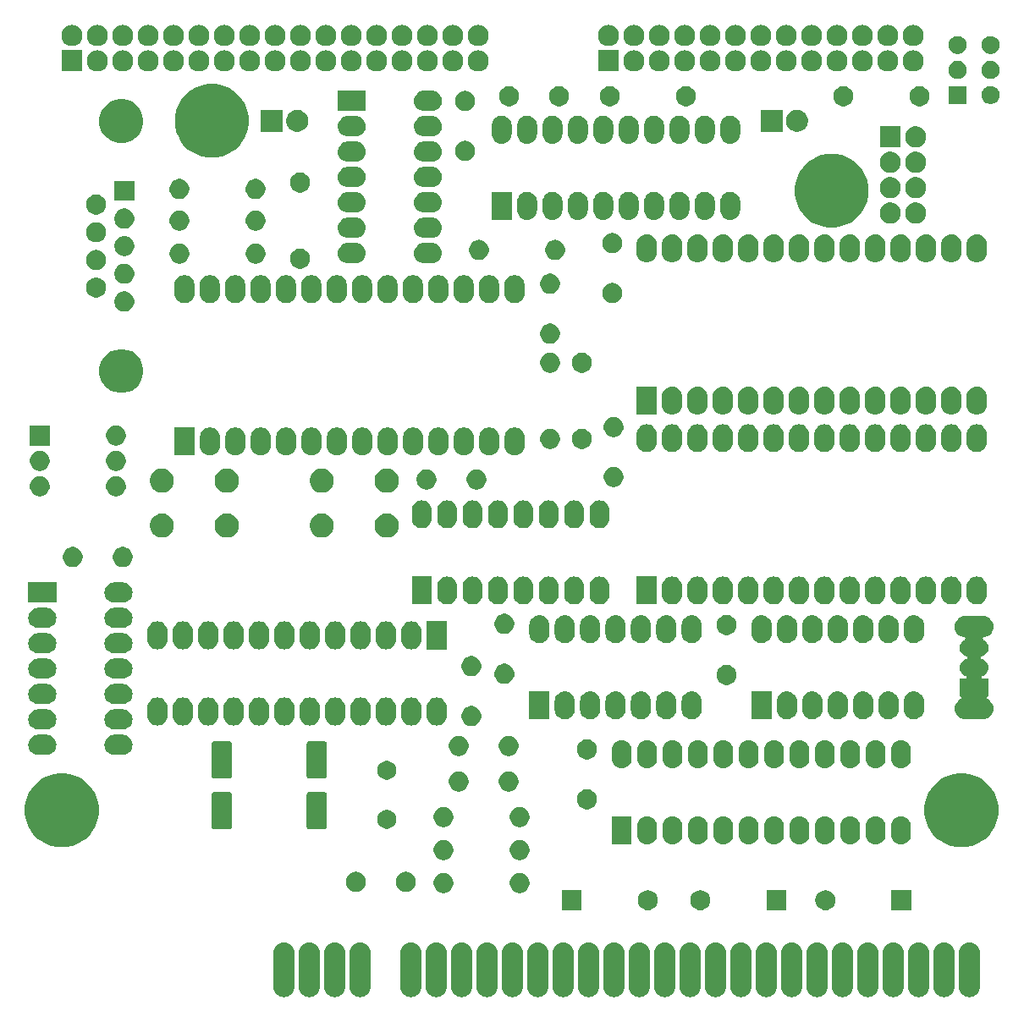
<source format=gts>
G04 #@! TF.GenerationSoftware,KiCad,Pcbnew,(5.1.6)-1*
G04 #@! TF.CreationDate,2020-10-04T11:52:31+03:00*
G04 #@! TF.ProjectId,PlusD_Clone_1_4,506c7573-445f-4436-9c6f-6e655f315f34,rev?*
G04 #@! TF.SameCoordinates,Original*
G04 #@! TF.FileFunction,Soldermask,Top*
G04 #@! TF.FilePolarity,Negative*
%FSLAX46Y46*%
G04 Gerber Fmt 4.6, Leading zero omitted, Abs format (unit mm)*
G04 Created by KiCad (PCBNEW (5.1.6)-1) date 2020-10-04 11:52:31*
%MOMM*%
%LPD*%
G01*
G04 APERTURE LIST*
%ADD10C,0.100000*%
G04 APERTURE END LIST*
D10*
G36*
X98051480Y-119235757D02*
G01*
X98256758Y-119298027D01*
X98445943Y-119399149D01*
X98611765Y-119535235D01*
X98723448Y-119671322D01*
X98747852Y-119701058D01*
X98848972Y-119890239D01*
X98848973Y-119890241D01*
X98911243Y-120095519D01*
X98927000Y-120255503D01*
X98927000Y-123664497D01*
X98911243Y-123824481D01*
X98848973Y-124029759D01*
X98848972Y-124029761D01*
X98747852Y-124218942D01*
X98611765Y-124384765D01*
X98445942Y-124520852D01*
X98256761Y-124621972D01*
X98256759Y-124621973D01*
X98051481Y-124684243D01*
X97838000Y-124705269D01*
X97624520Y-124684243D01*
X97419242Y-124621973D01*
X97419240Y-124621972D01*
X97230059Y-124520852D01*
X97064236Y-124384765D01*
X96928149Y-124218942D01*
X96827029Y-124029761D01*
X96827028Y-124029759D01*
X96764758Y-123824481D01*
X96749001Y-123664497D01*
X96749000Y-120255504D01*
X96764757Y-120095520D01*
X96827027Y-119890242D01*
X96928149Y-119701057D01*
X97064235Y-119535235D01*
X97230057Y-119399149D01*
X97230056Y-119399149D01*
X97230058Y-119399148D01*
X97419239Y-119298028D01*
X97419241Y-119298027D01*
X97624519Y-119235757D01*
X97838000Y-119214731D01*
X98051480Y-119235757D01*
G37*
G36*
X131071480Y-119235757D02*
G01*
X131276758Y-119298027D01*
X131465943Y-119399149D01*
X131631765Y-119535235D01*
X131743448Y-119671322D01*
X131767852Y-119701058D01*
X131868972Y-119890239D01*
X131868973Y-119890241D01*
X131931243Y-120095519D01*
X131947000Y-120255503D01*
X131947000Y-123664497D01*
X131931243Y-123824481D01*
X131868973Y-124029759D01*
X131868972Y-124029761D01*
X131767852Y-124218942D01*
X131631765Y-124384765D01*
X131465942Y-124520852D01*
X131276761Y-124621972D01*
X131276759Y-124621973D01*
X131071481Y-124684243D01*
X130858000Y-124705269D01*
X130644520Y-124684243D01*
X130439242Y-124621973D01*
X130439240Y-124621972D01*
X130250059Y-124520852D01*
X130084236Y-124384765D01*
X129948149Y-124218942D01*
X129847029Y-124029761D01*
X129847028Y-124029759D01*
X129784758Y-123824481D01*
X129769001Y-123664497D01*
X129769000Y-120255504D01*
X129784757Y-120095520D01*
X129847027Y-119890242D01*
X129948149Y-119701057D01*
X130084235Y-119535235D01*
X130250057Y-119399149D01*
X130250056Y-119399149D01*
X130250058Y-119399148D01*
X130439239Y-119298028D01*
X130439241Y-119298027D01*
X130644519Y-119235757D01*
X130858000Y-119214731D01*
X131071480Y-119235757D01*
G37*
G36*
X95511480Y-119235757D02*
G01*
X95716758Y-119298027D01*
X95905943Y-119399149D01*
X96071765Y-119535235D01*
X96183448Y-119671322D01*
X96207852Y-119701058D01*
X96308972Y-119890239D01*
X96308973Y-119890241D01*
X96371243Y-120095519D01*
X96387000Y-120255503D01*
X96387000Y-123664497D01*
X96371243Y-123824481D01*
X96308973Y-124029759D01*
X96308972Y-124029761D01*
X96207852Y-124218942D01*
X96071765Y-124384765D01*
X95905942Y-124520852D01*
X95716761Y-124621972D01*
X95716759Y-124621973D01*
X95511481Y-124684243D01*
X95298000Y-124705269D01*
X95084520Y-124684243D01*
X94879242Y-124621973D01*
X94879240Y-124621972D01*
X94690059Y-124520852D01*
X94524236Y-124384765D01*
X94388149Y-124218942D01*
X94287029Y-124029761D01*
X94287028Y-124029759D01*
X94224758Y-123824481D01*
X94209001Y-123664497D01*
X94209000Y-120255504D01*
X94224757Y-120095520D01*
X94287027Y-119890242D01*
X94388149Y-119701057D01*
X94524235Y-119535235D01*
X94690057Y-119399149D01*
X94690056Y-119399149D01*
X94690058Y-119399148D01*
X94879239Y-119298028D01*
X94879241Y-119298027D01*
X95084519Y-119235757D01*
X95298000Y-119214731D01*
X95511480Y-119235757D01*
G37*
G36*
X141231480Y-119235757D02*
G01*
X141436758Y-119298027D01*
X141625943Y-119399149D01*
X141791765Y-119535235D01*
X141903448Y-119671322D01*
X141927852Y-119701058D01*
X142028972Y-119890239D01*
X142028973Y-119890241D01*
X142091243Y-120095519D01*
X142107000Y-120255503D01*
X142107000Y-123664497D01*
X142091243Y-123824481D01*
X142028973Y-124029759D01*
X142028972Y-124029761D01*
X141927852Y-124218942D01*
X141791765Y-124384765D01*
X141625942Y-124520852D01*
X141436761Y-124621972D01*
X141436759Y-124621973D01*
X141231481Y-124684243D01*
X141018000Y-124705269D01*
X140804520Y-124684243D01*
X140599242Y-124621973D01*
X140599240Y-124621972D01*
X140410059Y-124520852D01*
X140244236Y-124384765D01*
X140108149Y-124218942D01*
X140007029Y-124029761D01*
X140007028Y-124029759D01*
X139944758Y-123824481D01*
X139929001Y-123664497D01*
X139929000Y-120255504D01*
X139944757Y-120095520D01*
X140007027Y-119890242D01*
X140108149Y-119701057D01*
X140244235Y-119535235D01*
X140410057Y-119399149D01*
X140410056Y-119399149D01*
X140410058Y-119399148D01*
X140599239Y-119298028D01*
X140599241Y-119298027D01*
X140804519Y-119235757D01*
X141018000Y-119214731D01*
X141231480Y-119235757D01*
G37*
G36*
X153931480Y-119235757D02*
G01*
X154136758Y-119298027D01*
X154325943Y-119399149D01*
X154491765Y-119535235D01*
X154603448Y-119671322D01*
X154627852Y-119701058D01*
X154728972Y-119890239D01*
X154728973Y-119890241D01*
X154791243Y-120095519D01*
X154807000Y-120255503D01*
X154807000Y-123664497D01*
X154791243Y-123824481D01*
X154728973Y-124029759D01*
X154728972Y-124029761D01*
X154627852Y-124218942D01*
X154491765Y-124384765D01*
X154325942Y-124520852D01*
X154136761Y-124621972D01*
X154136759Y-124621973D01*
X153931481Y-124684243D01*
X153718000Y-124705269D01*
X153504520Y-124684243D01*
X153299242Y-124621973D01*
X153299240Y-124621972D01*
X153110059Y-124520852D01*
X152944236Y-124384765D01*
X152808149Y-124218942D01*
X152707029Y-124029761D01*
X152707028Y-124029759D01*
X152644758Y-123824481D01*
X152629001Y-123664497D01*
X152629000Y-120255504D01*
X152644757Y-120095520D01*
X152707027Y-119890242D01*
X152808149Y-119701057D01*
X152944235Y-119535235D01*
X153110057Y-119399149D01*
X153110056Y-119399149D01*
X153110058Y-119399148D01*
X153299239Y-119298028D01*
X153299241Y-119298027D01*
X153504519Y-119235757D01*
X153718000Y-119214731D01*
X153931480Y-119235757D01*
G37*
G36*
X148851480Y-119235757D02*
G01*
X149056758Y-119298027D01*
X149245943Y-119399149D01*
X149411765Y-119535235D01*
X149523448Y-119671322D01*
X149547852Y-119701058D01*
X149648972Y-119890239D01*
X149648973Y-119890241D01*
X149711243Y-120095519D01*
X149727000Y-120255503D01*
X149727000Y-123664497D01*
X149711243Y-123824481D01*
X149648973Y-124029759D01*
X149648972Y-124029761D01*
X149547852Y-124218942D01*
X149411765Y-124384765D01*
X149245942Y-124520852D01*
X149056761Y-124621972D01*
X149056759Y-124621973D01*
X148851481Y-124684243D01*
X148638000Y-124705269D01*
X148424520Y-124684243D01*
X148219242Y-124621973D01*
X148219240Y-124621972D01*
X148030059Y-124520852D01*
X147864236Y-124384765D01*
X147728149Y-124218942D01*
X147627029Y-124029761D01*
X147627028Y-124029759D01*
X147564758Y-123824481D01*
X147549001Y-123664497D01*
X147549000Y-120255504D01*
X147564757Y-120095520D01*
X147627027Y-119890242D01*
X147728149Y-119701057D01*
X147864235Y-119535235D01*
X148030057Y-119399149D01*
X148030056Y-119399149D01*
X148030058Y-119399148D01*
X148219239Y-119298028D01*
X148219241Y-119298027D01*
X148424519Y-119235757D01*
X148638000Y-119214731D01*
X148851480Y-119235757D01*
G37*
G36*
X146311480Y-119235757D02*
G01*
X146516758Y-119298027D01*
X146705943Y-119399149D01*
X146871765Y-119535235D01*
X146983448Y-119671322D01*
X147007852Y-119701058D01*
X147108972Y-119890239D01*
X147108973Y-119890241D01*
X147171243Y-120095519D01*
X147187000Y-120255503D01*
X147187000Y-123664497D01*
X147171243Y-123824481D01*
X147108973Y-124029759D01*
X147108972Y-124029761D01*
X147007852Y-124218942D01*
X146871765Y-124384765D01*
X146705942Y-124520852D01*
X146516761Y-124621972D01*
X146516759Y-124621973D01*
X146311481Y-124684243D01*
X146098000Y-124705269D01*
X145884520Y-124684243D01*
X145679242Y-124621973D01*
X145679240Y-124621972D01*
X145490059Y-124520852D01*
X145324236Y-124384765D01*
X145188149Y-124218942D01*
X145087029Y-124029761D01*
X145087028Y-124029759D01*
X145024758Y-123824481D01*
X145009001Y-123664497D01*
X145009000Y-120255504D01*
X145024757Y-120095520D01*
X145087027Y-119890242D01*
X145188149Y-119701057D01*
X145324235Y-119535235D01*
X145490057Y-119399149D01*
X145490056Y-119399149D01*
X145490058Y-119399148D01*
X145679239Y-119298028D01*
X145679241Y-119298027D01*
X145884519Y-119235757D01*
X146098000Y-119214731D01*
X146311480Y-119235757D01*
G37*
G36*
X136151480Y-119235757D02*
G01*
X136356758Y-119298027D01*
X136545943Y-119399149D01*
X136711765Y-119535235D01*
X136823448Y-119671322D01*
X136847852Y-119701058D01*
X136948972Y-119890239D01*
X136948973Y-119890241D01*
X137011243Y-120095519D01*
X137027000Y-120255503D01*
X137027000Y-123664497D01*
X137011243Y-123824481D01*
X136948973Y-124029759D01*
X136948972Y-124029761D01*
X136847852Y-124218942D01*
X136711765Y-124384765D01*
X136545942Y-124520852D01*
X136356761Y-124621972D01*
X136356759Y-124621973D01*
X136151481Y-124684243D01*
X135938000Y-124705269D01*
X135724520Y-124684243D01*
X135519242Y-124621973D01*
X135519240Y-124621972D01*
X135330059Y-124520852D01*
X135164236Y-124384765D01*
X135028149Y-124218942D01*
X134927029Y-124029761D01*
X134927028Y-124029759D01*
X134864758Y-123824481D01*
X134849001Y-123664497D01*
X134849000Y-120255504D01*
X134864757Y-120095520D01*
X134927027Y-119890242D01*
X135028149Y-119701057D01*
X135164235Y-119535235D01*
X135330057Y-119399149D01*
X135330056Y-119399149D01*
X135330058Y-119399148D01*
X135519239Y-119298028D01*
X135519241Y-119298027D01*
X135724519Y-119235757D01*
X135938000Y-119214731D01*
X136151480Y-119235757D01*
G37*
G36*
X156471480Y-119235757D02*
G01*
X156676758Y-119298027D01*
X156865943Y-119399149D01*
X157031765Y-119535235D01*
X157143448Y-119671322D01*
X157167852Y-119701058D01*
X157268972Y-119890239D01*
X157268973Y-119890241D01*
X157331243Y-120095519D01*
X157347000Y-120255503D01*
X157347000Y-123664497D01*
X157331243Y-123824481D01*
X157268973Y-124029759D01*
X157268972Y-124029761D01*
X157167852Y-124218942D01*
X157031765Y-124384765D01*
X156865942Y-124520852D01*
X156676761Y-124621972D01*
X156676759Y-124621973D01*
X156471481Y-124684243D01*
X156258000Y-124705269D01*
X156044520Y-124684243D01*
X155839242Y-124621973D01*
X155839240Y-124621972D01*
X155650059Y-124520852D01*
X155484236Y-124384765D01*
X155348149Y-124218942D01*
X155247029Y-124029761D01*
X155247028Y-124029759D01*
X155184758Y-123824481D01*
X155169001Y-123664497D01*
X155169000Y-120255504D01*
X155184757Y-120095520D01*
X155247027Y-119890242D01*
X155348149Y-119701057D01*
X155484235Y-119535235D01*
X155650057Y-119399149D01*
X155650056Y-119399149D01*
X155650058Y-119399148D01*
X155839239Y-119298028D01*
X155839241Y-119298027D01*
X156044519Y-119235757D01*
X156258000Y-119214731D01*
X156471480Y-119235757D01*
G37*
G36*
X151391480Y-119235757D02*
G01*
X151596758Y-119298027D01*
X151785943Y-119399149D01*
X151951765Y-119535235D01*
X152063448Y-119671322D01*
X152087852Y-119701058D01*
X152188972Y-119890239D01*
X152188973Y-119890241D01*
X152251243Y-120095519D01*
X152267000Y-120255503D01*
X152267000Y-123664497D01*
X152251243Y-123824481D01*
X152188973Y-124029759D01*
X152188972Y-124029761D01*
X152087852Y-124218942D01*
X151951765Y-124384765D01*
X151785942Y-124520852D01*
X151596761Y-124621972D01*
X151596759Y-124621973D01*
X151391481Y-124684243D01*
X151178000Y-124705269D01*
X150964520Y-124684243D01*
X150759242Y-124621973D01*
X150759240Y-124621972D01*
X150570059Y-124520852D01*
X150404236Y-124384765D01*
X150268149Y-124218942D01*
X150167029Y-124029761D01*
X150167028Y-124029759D01*
X150104758Y-123824481D01*
X150089001Y-123664497D01*
X150089000Y-120255504D01*
X150104757Y-120095520D01*
X150167027Y-119890242D01*
X150268149Y-119701057D01*
X150404235Y-119535235D01*
X150570057Y-119399149D01*
X150570056Y-119399149D01*
X150570058Y-119399148D01*
X150759239Y-119298028D01*
X150759241Y-119298027D01*
X150964519Y-119235757D01*
X151178000Y-119214731D01*
X151391480Y-119235757D01*
G37*
G36*
X138691480Y-119235757D02*
G01*
X138896758Y-119298027D01*
X139085943Y-119399149D01*
X139251765Y-119535235D01*
X139363448Y-119671322D01*
X139387852Y-119701058D01*
X139488972Y-119890239D01*
X139488973Y-119890241D01*
X139551243Y-120095519D01*
X139567000Y-120255503D01*
X139567000Y-123664497D01*
X139551243Y-123824481D01*
X139488973Y-124029759D01*
X139488972Y-124029761D01*
X139387852Y-124218942D01*
X139251765Y-124384765D01*
X139085942Y-124520852D01*
X138896761Y-124621972D01*
X138896759Y-124621973D01*
X138691481Y-124684243D01*
X138478000Y-124705269D01*
X138264520Y-124684243D01*
X138059242Y-124621973D01*
X138059240Y-124621972D01*
X137870059Y-124520852D01*
X137704236Y-124384765D01*
X137568149Y-124218942D01*
X137467029Y-124029761D01*
X137467028Y-124029759D01*
X137404758Y-123824481D01*
X137389001Y-123664497D01*
X137389000Y-120255504D01*
X137404757Y-120095520D01*
X137467027Y-119890242D01*
X137568149Y-119701057D01*
X137704235Y-119535235D01*
X137870057Y-119399149D01*
X137870056Y-119399149D01*
X137870058Y-119399148D01*
X138059239Y-119298028D01*
X138059241Y-119298027D01*
X138264519Y-119235757D01*
X138478000Y-119214731D01*
X138691480Y-119235757D01*
G37*
G36*
X143771480Y-119235757D02*
G01*
X143976758Y-119298027D01*
X144165943Y-119399149D01*
X144331765Y-119535235D01*
X144443448Y-119671322D01*
X144467852Y-119701058D01*
X144568972Y-119890239D01*
X144568973Y-119890241D01*
X144631243Y-120095519D01*
X144647000Y-120255503D01*
X144647000Y-123664497D01*
X144631243Y-123824481D01*
X144568973Y-124029759D01*
X144568972Y-124029761D01*
X144467852Y-124218942D01*
X144331765Y-124384765D01*
X144165942Y-124520852D01*
X143976761Y-124621972D01*
X143976759Y-124621973D01*
X143771481Y-124684243D01*
X143558000Y-124705269D01*
X143344520Y-124684243D01*
X143139242Y-124621973D01*
X143139240Y-124621972D01*
X142950059Y-124520852D01*
X142784236Y-124384765D01*
X142648149Y-124218942D01*
X142547029Y-124029761D01*
X142547028Y-124029759D01*
X142484758Y-123824481D01*
X142469001Y-123664497D01*
X142469000Y-120255504D01*
X142484757Y-120095520D01*
X142547027Y-119890242D01*
X142648149Y-119701057D01*
X142784235Y-119535235D01*
X142950057Y-119399149D01*
X142950056Y-119399149D01*
X142950058Y-119399148D01*
X143139239Y-119298028D01*
X143139241Y-119298027D01*
X143344519Y-119235757D01*
X143558000Y-119214731D01*
X143771480Y-119235757D01*
G37*
G36*
X133611480Y-119235757D02*
G01*
X133816758Y-119298027D01*
X134005943Y-119399149D01*
X134171765Y-119535235D01*
X134283448Y-119671322D01*
X134307852Y-119701058D01*
X134408972Y-119890239D01*
X134408973Y-119890241D01*
X134471243Y-120095519D01*
X134487000Y-120255503D01*
X134487000Y-123664497D01*
X134471243Y-123824481D01*
X134408973Y-124029759D01*
X134408972Y-124029761D01*
X134307852Y-124218942D01*
X134171765Y-124384765D01*
X134005942Y-124520852D01*
X133816761Y-124621972D01*
X133816759Y-124621973D01*
X133611481Y-124684243D01*
X133398000Y-124705269D01*
X133184520Y-124684243D01*
X132979242Y-124621973D01*
X132979240Y-124621972D01*
X132790059Y-124520852D01*
X132624236Y-124384765D01*
X132488149Y-124218942D01*
X132387029Y-124029761D01*
X132387028Y-124029759D01*
X132324758Y-123824481D01*
X132309001Y-123664497D01*
X132309000Y-120255504D01*
X132324757Y-120095520D01*
X132387027Y-119890242D01*
X132488149Y-119701057D01*
X132624235Y-119535235D01*
X132790057Y-119399149D01*
X132790056Y-119399149D01*
X132790058Y-119399148D01*
X132979239Y-119298028D01*
X132979241Y-119298027D01*
X133184519Y-119235757D01*
X133398000Y-119214731D01*
X133611480Y-119235757D01*
G37*
G36*
X128531480Y-119235757D02*
G01*
X128736758Y-119298027D01*
X128925943Y-119399149D01*
X129091765Y-119535235D01*
X129203448Y-119671322D01*
X129227852Y-119701058D01*
X129328972Y-119890239D01*
X129328973Y-119890241D01*
X129391243Y-120095519D01*
X129407000Y-120255503D01*
X129407000Y-123664497D01*
X129391243Y-123824481D01*
X129328973Y-124029759D01*
X129328972Y-124029761D01*
X129227852Y-124218942D01*
X129091765Y-124384765D01*
X128925942Y-124520852D01*
X128736761Y-124621972D01*
X128736759Y-124621973D01*
X128531481Y-124684243D01*
X128318000Y-124705269D01*
X128104520Y-124684243D01*
X127899242Y-124621973D01*
X127899240Y-124621972D01*
X127710059Y-124520852D01*
X127544236Y-124384765D01*
X127408149Y-124218942D01*
X127307029Y-124029761D01*
X127307028Y-124029759D01*
X127244758Y-123824481D01*
X127229001Y-123664497D01*
X127229000Y-120255504D01*
X127244757Y-120095520D01*
X127307027Y-119890242D01*
X127408149Y-119701057D01*
X127544235Y-119535235D01*
X127710057Y-119399149D01*
X127710056Y-119399149D01*
X127710058Y-119399148D01*
X127899239Y-119298028D01*
X127899241Y-119298027D01*
X128104519Y-119235757D01*
X128318000Y-119214731D01*
X128531480Y-119235757D01*
G37*
G36*
X125991480Y-119235757D02*
G01*
X126196758Y-119298027D01*
X126385943Y-119399149D01*
X126551765Y-119535235D01*
X126663448Y-119671322D01*
X126687852Y-119701058D01*
X126788972Y-119890239D01*
X126788973Y-119890241D01*
X126851243Y-120095519D01*
X126867000Y-120255503D01*
X126867000Y-123664497D01*
X126851243Y-123824481D01*
X126788973Y-124029759D01*
X126788972Y-124029761D01*
X126687852Y-124218942D01*
X126551765Y-124384765D01*
X126385942Y-124520852D01*
X126196761Y-124621972D01*
X126196759Y-124621973D01*
X125991481Y-124684243D01*
X125778000Y-124705269D01*
X125564520Y-124684243D01*
X125359242Y-124621973D01*
X125359240Y-124621972D01*
X125170059Y-124520852D01*
X125004236Y-124384765D01*
X124868149Y-124218942D01*
X124767029Y-124029761D01*
X124767028Y-124029759D01*
X124704758Y-123824481D01*
X124689001Y-123664497D01*
X124689000Y-120255504D01*
X124704757Y-120095520D01*
X124767027Y-119890242D01*
X124868149Y-119701057D01*
X125004235Y-119535235D01*
X125170057Y-119399149D01*
X125170056Y-119399149D01*
X125170058Y-119399148D01*
X125359239Y-119298028D01*
X125359241Y-119298027D01*
X125564519Y-119235757D01*
X125778000Y-119214731D01*
X125991480Y-119235757D01*
G37*
G36*
X120911480Y-119235757D02*
G01*
X121116758Y-119298027D01*
X121305943Y-119399149D01*
X121471765Y-119535235D01*
X121583448Y-119671322D01*
X121607852Y-119701058D01*
X121708972Y-119890239D01*
X121708973Y-119890241D01*
X121771243Y-120095519D01*
X121787000Y-120255503D01*
X121787000Y-123664497D01*
X121771243Y-123824481D01*
X121708973Y-124029759D01*
X121708972Y-124029761D01*
X121607852Y-124218942D01*
X121471765Y-124384765D01*
X121305942Y-124520852D01*
X121116761Y-124621972D01*
X121116759Y-124621973D01*
X120911481Y-124684243D01*
X120698000Y-124705269D01*
X120484520Y-124684243D01*
X120279242Y-124621973D01*
X120279240Y-124621972D01*
X120090059Y-124520852D01*
X119924236Y-124384765D01*
X119788149Y-124218942D01*
X119687029Y-124029761D01*
X119687028Y-124029759D01*
X119624758Y-123824481D01*
X119609001Y-123664497D01*
X119609000Y-120255504D01*
X119624757Y-120095520D01*
X119687027Y-119890242D01*
X119788149Y-119701057D01*
X119924235Y-119535235D01*
X120090057Y-119399149D01*
X120090056Y-119399149D01*
X120090058Y-119399148D01*
X120279239Y-119298028D01*
X120279241Y-119298027D01*
X120484519Y-119235757D01*
X120698000Y-119214731D01*
X120911480Y-119235757D01*
G37*
G36*
X123451480Y-119235757D02*
G01*
X123656758Y-119298027D01*
X123845943Y-119399149D01*
X124011765Y-119535235D01*
X124123448Y-119671322D01*
X124147852Y-119701058D01*
X124248972Y-119890239D01*
X124248973Y-119890241D01*
X124311243Y-120095519D01*
X124327000Y-120255503D01*
X124327000Y-123664497D01*
X124311243Y-123824481D01*
X124248973Y-124029759D01*
X124248972Y-124029761D01*
X124147852Y-124218942D01*
X124011765Y-124384765D01*
X123845942Y-124520852D01*
X123656761Y-124621972D01*
X123656759Y-124621973D01*
X123451481Y-124684243D01*
X123238000Y-124705269D01*
X123024520Y-124684243D01*
X122819242Y-124621973D01*
X122819240Y-124621972D01*
X122630059Y-124520852D01*
X122464236Y-124384765D01*
X122328149Y-124218942D01*
X122227029Y-124029761D01*
X122227028Y-124029759D01*
X122164758Y-123824481D01*
X122149001Y-123664497D01*
X122149000Y-120255504D01*
X122164757Y-120095520D01*
X122227027Y-119890242D01*
X122328149Y-119701057D01*
X122464235Y-119535235D01*
X122630057Y-119399149D01*
X122630056Y-119399149D01*
X122630058Y-119399148D01*
X122819239Y-119298028D01*
X122819241Y-119298027D01*
X123024519Y-119235757D01*
X123238000Y-119214731D01*
X123451480Y-119235757D01*
G37*
G36*
X118371480Y-119235757D02*
G01*
X118576758Y-119298027D01*
X118765943Y-119399149D01*
X118931765Y-119535235D01*
X119043448Y-119671322D01*
X119067852Y-119701058D01*
X119168972Y-119890239D01*
X119168973Y-119890241D01*
X119231243Y-120095519D01*
X119247000Y-120255503D01*
X119247000Y-123664497D01*
X119231243Y-123824481D01*
X119168973Y-124029759D01*
X119168972Y-124029761D01*
X119067852Y-124218942D01*
X118931765Y-124384765D01*
X118765942Y-124520852D01*
X118576761Y-124621972D01*
X118576759Y-124621973D01*
X118371481Y-124684243D01*
X118158000Y-124705269D01*
X117944520Y-124684243D01*
X117739242Y-124621973D01*
X117739240Y-124621972D01*
X117550059Y-124520852D01*
X117384236Y-124384765D01*
X117248149Y-124218942D01*
X117147029Y-124029761D01*
X117147028Y-124029759D01*
X117084758Y-123824481D01*
X117069001Y-123664497D01*
X117069000Y-120255504D01*
X117084757Y-120095520D01*
X117147027Y-119890242D01*
X117248149Y-119701057D01*
X117384235Y-119535235D01*
X117550057Y-119399149D01*
X117550056Y-119399149D01*
X117550058Y-119399148D01*
X117739239Y-119298028D01*
X117739241Y-119298027D01*
X117944519Y-119235757D01*
X118158000Y-119214731D01*
X118371480Y-119235757D01*
G37*
G36*
X103131480Y-119235757D02*
G01*
X103336758Y-119298027D01*
X103525943Y-119399149D01*
X103691765Y-119535235D01*
X103803448Y-119671322D01*
X103827852Y-119701058D01*
X103928972Y-119890239D01*
X103928973Y-119890241D01*
X103991243Y-120095519D01*
X104007000Y-120255503D01*
X104007000Y-123664497D01*
X103991243Y-123824481D01*
X103928973Y-124029759D01*
X103928972Y-124029761D01*
X103827852Y-124218942D01*
X103691765Y-124384765D01*
X103525942Y-124520852D01*
X103336761Y-124621972D01*
X103336759Y-124621973D01*
X103131481Y-124684243D01*
X102918000Y-124705269D01*
X102704520Y-124684243D01*
X102499242Y-124621973D01*
X102499240Y-124621972D01*
X102310059Y-124520852D01*
X102144236Y-124384765D01*
X102008149Y-124218942D01*
X101907029Y-124029761D01*
X101907028Y-124029759D01*
X101844758Y-123824481D01*
X101829001Y-123664497D01*
X101829000Y-120255504D01*
X101844757Y-120095520D01*
X101907027Y-119890242D01*
X102008149Y-119701057D01*
X102144235Y-119535235D01*
X102310057Y-119399149D01*
X102310056Y-119399149D01*
X102310058Y-119399148D01*
X102499239Y-119298028D01*
X102499241Y-119298027D01*
X102704519Y-119235757D01*
X102918000Y-119214731D01*
X103131480Y-119235757D01*
G37*
G36*
X92971480Y-119235757D02*
G01*
X93176758Y-119298027D01*
X93365943Y-119399149D01*
X93531765Y-119535235D01*
X93643448Y-119671322D01*
X93667852Y-119701058D01*
X93768972Y-119890239D01*
X93768973Y-119890241D01*
X93831243Y-120095519D01*
X93847000Y-120255503D01*
X93847000Y-123664497D01*
X93831243Y-123824481D01*
X93768973Y-124029759D01*
X93768972Y-124029761D01*
X93667852Y-124218942D01*
X93531765Y-124384765D01*
X93365942Y-124520852D01*
X93176761Y-124621972D01*
X93176759Y-124621973D01*
X92971481Y-124684243D01*
X92758000Y-124705269D01*
X92544520Y-124684243D01*
X92339242Y-124621973D01*
X92339240Y-124621972D01*
X92150059Y-124520852D01*
X91984236Y-124384765D01*
X91848149Y-124218942D01*
X91747029Y-124029761D01*
X91747028Y-124029759D01*
X91684758Y-123824481D01*
X91669001Y-123664497D01*
X91669000Y-120255504D01*
X91684757Y-120095520D01*
X91747027Y-119890242D01*
X91848149Y-119701057D01*
X91984235Y-119535235D01*
X92150057Y-119399149D01*
X92150056Y-119399149D01*
X92150058Y-119399148D01*
X92339239Y-119298028D01*
X92339241Y-119298027D01*
X92544519Y-119235757D01*
X92758000Y-119214731D01*
X92971480Y-119235757D01*
G37*
G36*
X90431480Y-119235757D02*
G01*
X90636758Y-119298027D01*
X90825943Y-119399149D01*
X90991765Y-119535235D01*
X91103448Y-119671322D01*
X91127852Y-119701058D01*
X91228972Y-119890239D01*
X91228973Y-119890241D01*
X91291243Y-120095519D01*
X91307000Y-120255503D01*
X91307000Y-123664497D01*
X91291243Y-123824481D01*
X91228973Y-124029759D01*
X91228972Y-124029761D01*
X91127852Y-124218942D01*
X90991765Y-124384765D01*
X90825942Y-124520852D01*
X90636761Y-124621972D01*
X90636759Y-124621973D01*
X90431481Y-124684243D01*
X90218000Y-124705269D01*
X90004520Y-124684243D01*
X89799242Y-124621973D01*
X89799240Y-124621972D01*
X89610059Y-124520852D01*
X89444236Y-124384765D01*
X89308149Y-124218942D01*
X89207029Y-124029761D01*
X89207028Y-124029759D01*
X89144758Y-123824481D01*
X89129001Y-123664497D01*
X89129000Y-120255504D01*
X89144757Y-120095520D01*
X89207027Y-119890242D01*
X89308149Y-119701057D01*
X89444235Y-119535235D01*
X89610057Y-119399149D01*
X89610056Y-119399149D01*
X89610058Y-119399148D01*
X89799239Y-119298028D01*
X89799241Y-119298027D01*
X90004519Y-119235757D01*
X90218000Y-119214731D01*
X90431480Y-119235757D01*
G37*
G36*
X115831480Y-119235757D02*
G01*
X116036758Y-119298027D01*
X116225943Y-119399149D01*
X116391765Y-119535235D01*
X116503448Y-119671322D01*
X116527852Y-119701058D01*
X116628972Y-119890239D01*
X116628973Y-119890241D01*
X116691243Y-120095519D01*
X116707000Y-120255503D01*
X116707000Y-123664497D01*
X116691243Y-123824481D01*
X116628973Y-124029759D01*
X116628972Y-124029761D01*
X116527852Y-124218942D01*
X116391765Y-124384765D01*
X116225942Y-124520852D01*
X116036761Y-124621972D01*
X116036759Y-124621973D01*
X115831481Y-124684243D01*
X115618000Y-124705269D01*
X115404520Y-124684243D01*
X115199242Y-124621973D01*
X115199240Y-124621972D01*
X115010059Y-124520852D01*
X114844236Y-124384765D01*
X114708149Y-124218942D01*
X114607029Y-124029761D01*
X114607028Y-124029759D01*
X114544758Y-123824481D01*
X114529001Y-123664497D01*
X114529000Y-120255504D01*
X114544757Y-120095520D01*
X114607027Y-119890242D01*
X114708149Y-119701057D01*
X114844235Y-119535235D01*
X115010057Y-119399149D01*
X115010056Y-119399149D01*
X115010058Y-119399148D01*
X115199239Y-119298028D01*
X115199241Y-119298027D01*
X115404519Y-119235757D01*
X115618000Y-119214731D01*
X115831480Y-119235757D01*
G37*
G36*
X108211480Y-119235757D02*
G01*
X108416758Y-119298027D01*
X108605943Y-119399149D01*
X108771765Y-119535235D01*
X108883448Y-119671322D01*
X108907852Y-119701058D01*
X109008972Y-119890239D01*
X109008973Y-119890241D01*
X109071243Y-120095519D01*
X109087000Y-120255503D01*
X109087000Y-123664497D01*
X109071243Y-123824481D01*
X109008973Y-124029759D01*
X109008972Y-124029761D01*
X108907852Y-124218942D01*
X108771765Y-124384765D01*
X108605942Y-124520852D01*
X108416761Y-124621972D01*
X108416759Y-124621973D01*
X108211481Y-124684243D01*
X107998000Y-124705269D01*
X107784520Y-124684243D01*
X107579242Y-124621973D01*
X107579240Y-124621972D01*
X107390059Y-124520852D01*
X107224236Y-124384765D01*
X107088149Y-124218942D01*
X106987029Y-124029761D01*
X106987028Y-124029759D01*
X106924758Y-123824481D01*
X106909001Y-123664497D01*
X106909000Y-120255504D01*
X106924757Y-120095520D01*
X106987027Y-119890242D01*
X107088149Y-119701057D01*
X107224235Y-119535235D01*
X107390057Y-119399149D01*
X107390056Y-119399149D01*
X107390058Y-119399148D01*
X107579239Y-119298028D01*
X107579241Y-119298027D01*
X107784519Y-119235757D01*
X107998000Y-119214731D01*
X108211480Y-119235757D01*
G37*
G36*
X110751480Y-119235757D02*
G01*
X110956758Y-119298027D01*
X111145943Y-119399149D01*
X111311765Y-119535235D01*
X111423448Y-119671322D01*
X111447852Y-119701058D01*
X111548972Y-119890239D01*
X111548973Y-119890241D01*
X111611243Y-120095519D01*
X111627000Y-120255503D01*
X111627000Y-123664497D01*
X111611243Y-123824481D01*
X111548973Y-124029759D01*
X111548972Y-124029761D01*
X111447852Y-124218942D01*
X111311765Y-124384765D01*
X111145942Y-124520852D01*
X110956761Y-124621972D01*
X110956759Y-124621973D01*
X110751481Y-124684243D01*
X110538000Y-124705269D01*
X110324520Y-124684243D01*
X110119242Y-124621973D01*
X110119240Y-124621972D01*
X109930059Y-124520852D01*
X109764236Y-124384765D01*
X109628149Y-124218942D01*
X109527029Y-124029761D01*
X109527028Y-124029759D01*
X109464758Y-123824481D01*
X109449001Y-123664497D01*
X109449000Y-120255504D01*
X109464757Y-120095520D01*
X109527027Y-119890242D01*
X109628149Y-119701057D01*
X109764235Y-119535235D01*
X109930057Y-119399149D01*
X109930056Y-119399149D01*
X109930058Y-119399148D01*
X110119239Y-119298028D01*
X110119241Y-119298027D01*
X110324519Y-119235757D01*
X110538000Y-119214731D01*
X110751480Y-119235757D01*
G37*
G36*
X113291480Y-119235757D02*
G01*
X113496758Y-119298027D01*
X113685943Y-119399149D01*
X113851765Y-119535235D01*
X113963448Y-119671322D01*
X113987852Y-119701058D01*
X114088972Y-119890239D01*
X114088973Y-119890241D01*
X114151243Y-120095519D01*
X114167000Y-120255503D01*
X114167000Y-123664497D01*
X114151243Y-123824481D01*
X114088973Y-124029759D01*
X114088972Y-124029761D01*
X113987852Y-124218942D01*
X113851765Y-124384765D01*
X113685942Y-124520852D01*
X113496761Y-124621972D01*
X113496759Y-124621973D01*
X113291481Y-124684243D01*
X113078000Y-124705269D01*
X112864520Y-124684243D01*
X112659242Y-124621973D01*
X112659240Y-124621972D01*
X112470059Y-124520852D01*
X112304236Y-124384765D01*
X112168149Y-124218942D01*
X112067029Y-124029761D01*
X112067028Y-124029759D01*
X112004758Y-123824481D01*
X111989001Y-123664497D01*
X111989000Y-120255504D01*
X112004757Y-120095520D01*
X112067027Y-119890242D01*
X112168149Y-119701057D01*
X112304235Y-119535235D01*
X112470057Y-119399149D01*
X112470056Y-119399149D01*
X112470058Y-119399148D01*
X112659239Y-119298028D01*
X112659241Y-119298027D01*
X112864519Y-119235757D01*
X113078000Y-119214731D01*
X113291480Y-119235757D01*
G37*
G36*
X105671480Y-119235757D02*
G01*
X105876758Y-119298027D01*
X106065943Y-119399149D01*
X106231765Y-119535235D01*
X106343448Y-119671322D01*
X106367852Y-119701058D01*
X106468972Y-119890239D01*
X106468973Y-119890241D01*
X106531243Y-120095519D01*
X106547000Y-120255503D01*
X106547000Y-123664497D01*
X106531243Y-123824481D01*
X106468973Y-124029759D01*
X106468972Y-124029761D01*
X106367852Y-124218942D01*
X106231765Y-124384765D01*
X106065942Y-124520852D01*
X105876761Y-124621972D01*
X105876759Y-124621973D01*
X105671481Y-124684243D01*
X105458000Y-124705269D01*
X105244520Y-124684243D01*
X105039242Y-124621973D01*
X105039240Y-124621972D01*
X104850059Y-124520852D01*
X104684236Y-124384765D01*
X104548149Y-124218942D01*
X104447029Y-124029761D01*
X104447028Y-124029759D01*
X104384758Y-123824481D01*
X104369001Y-123664497D01*
X104369000Y-120255504D01*
X104384757Y-120095520D01*
X104447027Y-119890242D01*
X104548149Y-119701057D01*
X104684235Y-119535235D01*
X104850057Y-119399149D01*
X104850056Y-119399149D01*
X104850058Y-119399148D01*
X105039239Y-119298028D01*
X105039241Y-119298027D01*
X105244519Y-119235757D01*
X105458000Y-119214731D01*
X105671480Y-119235757D01*
G37*
G36*
X159011480Y-119235757D02*
G01*
X159216758Y-119298027D01*
X159405943Y-119399149D01*
X159571765Y-119535235D01*
X159683448Y-119671322D01*
X159707852Y-119701058D01*
X159808972Y-119890239D01*
X159808973Y-119890241D01*
X159871243Y-120095519D01*
X159887000Y-120255503D01*
X159887000Y-123664497D01*
X159871243Y-123824481D01*
X159808973Y-124029759D01*
X159808972Y-124029761D01*
X159707852Y-124218942D01*
X159571765Y-124384765D01*
X159405942Y-124520852D01*
X159216761Y-124621972D01*
X159216759Y-124621973D01*
X159011481Y-124684243D01*
X158798000Y-124705269D01*
X158584520Y-124684243D01*
X158379242Y-124621973D01*
X158379240Y-124621972D01*
X158190059Y-124520852D01*
X158024236Y-124384765D01*
X157888149Y-124218942D01*
X157787029Y-124029761D01*
X157787028Y-124029759D01*
X157724758Y-123824481D01*
X157709001Y-123664497D01*
X157709000Y-120255504D01*
X157724757Y-120095520D01*
X157787027Y-119890242D01*
X157888149Y-119701057D01*
X158024235Y-119535235D01*
X158190057Y-119399149D01*
X158190056Y-119399149D01*
X158190058Y-119399148D01*
X158379239Y-119298028D01*
X158379241Y-119298027D01*
X158584519Y-119235757D01*
X158798000Y-119214731D01*
X159011480Y-119235757D01*
G37*
G36*
X132107290Y-114025619D02*
G01*
X132171689Y-114038429D01*
X132353678Y-114113811D01*
X132517463Y-114223249D01*
X132656751Y-114362537D01*
X132766189Y-114526322D01*
X132841571Y-114708311D01*
X132880000Y-114901509D01*
X132880000Y-115098491D01*
X132841571Y-115291689D01*
X132766189Y-115473678D01*
X132656751Y-115637463D01*
X132517463Y-115776751D01*
X132353678Y-115886189D01*
X132171689Y-115961571D01*
X132107290Y-115974381D01*
X131978493Y-116000000D01*
X131781507Y-116000000D01*
X131652710Y-115974381D01*
X131588311Y-115961571D01*
X131406322Y-115886189D01*
X131242537Y-115776751D01*
X131103249Y-115637463D01*
X130993811Y-115473678D01*
X130918429Y-115291689D01*
X130880000Y-115098491D01*
X130880000Y-114901509D01*
X130918429Y-114708311D01*
X130993811Y-114526322D01*
X131103249Y-114362537D01*
X131242537Y-114223249D01*
X131406322Y-114113811D01*
X131588311Y-114038429D01*
X131652710Y-114025619D01*
X131781507Y-114000000D01*
X131978493Y-114000000D01*
X132107290Y-114025619D01*
G37*
G36*
X153000000Y-116000000D02*
G01*
X151000000Y-116000000D01*
X151000000Y-114000000D01*
X153000000Y-114000000D01*
X153000000Y-116000000D01*
G37*
G36*
X140500000Y-116000000D02*
G01*
X138500000Y-116000000D01*
X138500000Y-114000000D01*
X140500000Y-114000000D01*
X140500000Y-116000000D01*
G37*
G36*
X120000000Y-116000000D02*
G01*
X118000000Y-116000000D01*
X118000000Y-114000000D01*
X120000000Y-114000000D01*
X120000000Y-116000000D01*
G37*
G36*
X144607290Y-114025619D02*
G01*
X144671689Y-114038429D01*
X144853678Y-114113811D01*
X145017463Y-114223249D01*
X145156751Y-114362537D01*
X145266189Y-114526322D01*
X145341571Y-114708311D01*
X145380000Y-114901509D01*
X145380000Y-115098491D01*
X145341571Y-115291689D01*
X145266189Y-115473678D01*
X145156751Y-115637463D01*
X145017463Y-115776751D01*
X144853678Y-115886189D01*
X144671689Y-115961571D01*
X144607290Y-115974381D01*
X144478493Y-116000000D01*
X144281507Y-116000000D01*
X144152710Y-115974381D01*
X144088311Y-115961571D01*
X143906322Y-115886189D01*
X143742537Y-115776751D01*
X143603249Y-115637463D01*
X143493811Y-115473678D01*
X143418429Y-115291689D01*
X143380000Y-115098491D01*
X143380000Y-114901509D01*
X143418429Y-114708311D01*
X143493811Y-114526322D01*
X143603249Y-114362537D01*
X143742537Y-114223249D01*
X143906322Y-114113811D01*
X144088311Y-114038429D01*
X144152710Y-114025619D01*
X144281507Y-114000000D01*
X144478493Y-114000000D01*
X144607290Y-114025619D01*
G37*
G36*
X126847290Y-114025619D02*
G01*
X126911689Y-114038429D01*
X127093678Y-114113811D01*
X127257463Y-114223249D01*
X127396751Y-114362537D01*
X127506189Y-114526322D01*
X127581571Y-114708311D01*
X127620000Y-114901509D01*
X127620000Y-115098491D01*
X127581571Y-115291689D01*
X127506189Y-115473678D01*
X127396751Y-115637463D01*
X127257463Y-115776751D01*
X127093678Y-115886189D01*
X126911689Y-115961571D01*
X126847290Y-115974381D01*
X126718493Y-116000000D01*
X126521507Y-116000000D01*
X126392710Y-115974381D01*
X126328311Y-115961571D01*
X126146322Y-115886189D01*
X125982537Y-115776751D01*
X125843249Y-115637463D01*
X125733811Y-115473678D01*
X125658429Y-115291689D01*
X125620000Y-115098491D01*
X125620000Y-114901509D01*
X125658429Y-114708311D01*
X125733811Y-114526322D01*
X125843249Y-114362537D01*
X125982537Y-114223249D01*
X126146322Y-114113811D01*
X126328311Y-114038429D01*
X126392710Y-114025619D01*
X126521507Y-114000000D01*
X126718493Y-114000000D01*
X126847290Y-114025619D01*
G37*
G36*
X106399290Y-112309619D02*
G01*
X106463689Y-112322429D01*
X106645678Y-112397811D01*
X106809463Y-112507249D01*
X106948751Y-112646537D01*
X107058189Y-112810322D01*
X107133571Y-112992311D01*
X107172000Y-113185509D01*
X107172000Y-113382491D01*
X107133571Y-113575689D01*
X107058189Y-113757678D01*
X106948751Y-113921463D01*
X106809463Y-114060751D01*
X106645678Y-114170189D01*
X106463689Y-114245571D01*
X106399290Y-114258381D01*
X106270493Y-114284000D01*
X106073507Y-114284000D01*
X105944710Y-114258381D01*
X105880311Y-114245571D01*
X105698322Y-114170189D01*
X105534537Y-114060751D01*
X105395249Y-113921463D01*
X105285811Y-113757678D01*
X105210429Y-113575689D01*
X105172000Y-113382491D01*
X105172000Y-113185509D01*
X105210429Y-112992311D01*
X105285811Y-112810322D01*
X105395249Y-112646537D01*
X105534537Y-112507249D01*
X105698322Y-112397811D01*
X105880311Y-112322429D01*
X105944710Y-112309619D01*
X106073507Y-112284000D01*
X106270493Y-112284000D01*
X106399290Y-112309619D01*
G37*
G36*
X114019290Y-112309619D02*
G01*
X114083689Y-112322429D01*
X114265678Y-112397811D01*
X114429463Y-112507249D01*
X114568751Y-112646537D01*
X114678189Y-112810322D01*
X114753571Y-112992311D01*
X114792000Y-113185509D01*
X114792000Y-113382491D01*
X114753571Y-113575689D01*
X114678189Y-113757678D01*
X114568751Y-113921463D01*
X114429463Y-114060751D01*
X114265678Y-114170189D01*
X114083689Y-114245571D01*
X114019290Y-114258381D01*
X113890493Y-114284000D01*
X113693507Y-114284000D01*
X113564710Y-114258381D01*
X113500311Y-114245571D01*
X113318322Y-114170189D01*
X113154537Y-114060751D01*
X113015249Y-113921463D01*
X112905811Y-113757678D01*
X112830429Y-113575689D01*
X112792000Y-113382491D01*
X112792000Y-113185509D01*
X112830429Y-112992311D01*
X112905811Y-112810322D01*
X113015249Y-112646537D01*
X113154537Y-112507249D01*
X113318322Y-112397811D01*
X113500311Y-112322429D01*
X113564710Y-112309619D01*
X113693507Y-112284000D01*
X113890493Y-112284000D01*
X114019290Y-112309619D01*
G37*
G36*
X102636290Y-112182619D02*
G01*
X102700689Y-112195429D01*
X102882678Y-112270811D01*
X103046463Y-112380249D01*
X103185751Y-112519537D01*
X103295189Y-112683322D01*
X103370571Y-112865311D01*
X103409000Y-113058509D01*
X103409000Y-113255491D01*
X103370571Y-113448689D01*
X103295189Y-113630678D01*
X103185751Y-113794463D01*
X103046463Y-113933751D01*
X102882678Y-114043189D01*
X102700689Y-114118571D01*
X102636290Y-114131381D01*
X102507493Y-114157000D01*
X102310507Y-114157000D01*
X102181710Y-114131381D01*
X102117311Y-114118571D01*
X101935322Y-114043189D01*
X101771537Y-113933751D01*
X101632249Y-113794463D01*
X101522811Y-113630678D01*
X101447429Y-113448689D01*
X101409000Y-113255491D01*
X101409000Y-113058509D01*
X101447429Y-112865311D01*
X101522811Y-112683322D01*
X101632249Y-112519537D01*
X101771537Y-112380249D01*
X101935322Y-112270811D01*
X102117311Y-112195429D01*
X102181710Y-112182619D01*
X102310507Y-112157000D01*
X102507493Y-112157000D01*
X102636290Y-112182619D01*
G37*
G36*
X97636290Y-112182619D02*
G01*
X97700689Y-112195429D01*
X97882678Y-112270811D01*
X98046463Y-112380249D01*
X98185751Y-112519537D01*
X98295189Y-112683322D01*
X98370571Y-112865311D01*
X98409000Y-113058509D01*
X98409000Y-113255491D01*
X98370571Y-113448689D01*
X98295189Y-113630678D01*
X98185751Y-113794463D01*
X98046463Y-113933751D01*
X97882678Y-114043189D01*
X97700689Y-114118571D01*
X97636290Y-114131381D01*
X97507493Y-114157000D01*
X97310507Y-114157000D01*
X97181710Y-114131381D01*
X97117311Y-114118571D01*
X96935322Y-114043189D01*
X96771537Y-113933751D01*
X96632249Y-113794463D01*
X96522811Y-113630678D01*
X96447429Y-113448689D01*
X96409000Y-113255491D01*
X96409000Y-113058509D01*
X96447429Y-112865311D01*
X96522811Y-112683322D01*
X96632249Y-112519537D01*
X96771537Y-112380249D01*
X96935322Y-112270811D01*
X97117311Y-112195429D01*
X97181710Y-112182619D01*
X97310507Y-112157000D01*
X97507493Y-112157000D01*
X97636290Y-112182619D01*
G37*
G36*
X114018579Y-109007478D02*
G01*
X114083689Y-109020429D01*
X114265678Y-109095811D01*
X114429463Y-109205249D01*
X114568751Y-109344537D01*
X114678189Y-109508322D01*
X114753571Y-109690311D01*
X114792000Y-109883509D01*
X114792000Y-110080491D01*
X114753571Y-110273689D01*
X114678189Y-110455678D01*
X114568751Y-110619463D01*
X114429463Y-110758751D01*
X114265678Y-110868189D01*
X114083689Y-110943571D01*
X114019290Y-110956381D01*
X113890493Y-110982000D01*
X113693507Y-110982000D01*
X113564710Y-110956381D01*
X113500311Y-110943571D01*
X113318322Y-110868189D01*
X113154537Y-110758751D01*
X113015249Y-110619463D01*
X112905811Y-110455678D01*
X112830429Y-110273689D01*
X112792000Y-110080491D01*
X112792000Y-109883509D01*
X112830429Y-109690311D01*
X112905811Y-109508322D01*
X113015249Y-109344537D01*
X113154537Y-109205249D01*
X113318322Y-109095811D01*
X113500311Y-109020429D01*
X113565421Y-109007478D01*
X113693507Y-108982000D01*
X113890493Y-108982000D01*
X114018579Y-109007478D01*
G37*
G36*
X106398579Y-109007478D02*
G01*
X106463689Y-109020429D01*
X106645678Y-109095811D01*
X106809463Y-109205249D01*
X106948751Y-109344537D01*
X107058189Y-109508322D01*
X107133571Y-109690311D01*
X107172000Y-109883509D01*
X107172000Y-110080491D01*
X107133571Y-110273689D01*
X107058189Y-110455678D01*
X106948751Y-110619463D01*
X106809463Y-110758751D01*
X106645678Y-110868189D01*
X106463689Y-110943571D01*
X106399290Y-110956381D01*
X106270493Y-110982000D01*
X106073507Y-110982000D01*
X105944710Y-110956381D01*
X105880311Y-110943571D01*
X105698322Y-110868189D01*
X105534537Y-110758751D01*
X105395249Y-110619463D01*
X105285811Y-110455678D01*
X105210429Y-110273689D01*
X105172000Y-110080491D01*
X105172000Y-109883509D01*
X105210429Y-109690311D01*
X105285811Y-109508322D01*
X105395249Y-109344537D01*
X105534537Y-109205249D01*
X105698322Y-109095811D01*
X105880311Y-109020429D01*
X105945421Y-109007478D01*
X106073507Y-108982000D01*
X106270493Y-108982000D01*
X106398579Y-109007478D01*
G37*
G36*
X69079249Y-102442188D02*
G01*
X69752606Y-102721101D01*
X69919043Y-102832311D01*
X70358613Y-103126022D01*
X70873978Y-103641387D01*
X71047279Y-103900751D01*
X71278899Y-104247394D01*
X71557812Y-104920751D01*
X71700000Y-105635580D01*
X71700000Y-106364420D01*
X71557812Y-107079249D01*
X71278899Y-107752606D01*
X71144537Y-107953692D01*
X70873978Y-108358613D01*
X70358613Y-108873978D01*
X70026616Y-109095811D01*
X69752606Y-109278899D01*
X69079249Y-109557812D01*
X68364420Y-109700000D01*
X67635580Y-109700000D01*
X66920751Y-109557812D01*
X66247394Y-109278899D01*
X65973384Y-109095811D01*
X65641387Y-108873978D01*
X65126022Y-108358613D01*
X64855463Y-107953692D01*
X64721101Y-107752606D01*
X64442188Y-107079249D01*
X64300000Y-106364420D01*
X64300000Y-105635580D01*
X64442188Y-104920751D01*
X64721101Y-104247394D01*
X64952721Y-103900751D01*
X65126022Y-103641387D01*
X65641387Y-103126022D01*
X66080957Y-102832311D01*
X66247394Y-102721101D01*
X66920751Y-102442188D01*
X67635580Y-102300000D01*
X68364420Y-102300000D01*
X69079249Y-102442188D01*
G37*
G36*
X159079249Y-102442188D02*
G01*
X159752606Y-102721101D01*
X159919043Y-102832311D01*
X160358613Y-103126022D01*
X160873978Y-103641387D01*
X161047279Y-103900751D01*
X161278899Y-104247394D01*
X161557812Y-104920751D01*
X161700000Y-105635580D01*
X161700000Y-106364420D01*
X161557812Y-107079249D01*
X161278899Y-107752606D01*
X161144537Y-107953692D01*
X160873978Y-108358613D01*
X160358613Y-108873978D01*
X160026616Y-109095811D01*
X159752606Y-109278899D01*
X159079249Y-109557812D01*
X158364420Y-109700000D01*
X157635580Y-109700000D01*
X156920751Y-109557812D01*
X156247394Y-109278899D01*
X155973384Y-109095811D01*
X155641387Y-108873978D01*
X155126022Y-108358613D01*
X154855463Y-107953692D01*
X154721101Y-107752606D01*
X154442188Y-107079249D01*
X154300000Y-106364420D01*
X154300000Y-105635580D01*
X154442188Y-104920751D01*
X154721101Y-104247394D01*
X154952721Y-103900751D01*
X155126022Y-103641387D01*
X155641387Y-103126022D01*
X156080957Y-102832311D01*
X156247394Y-102721101D01*
X156920751Y-102442188D01*
X157635580Y-102300000D01*
X158364420Y-102300000D01*
X159079249Y-102442188D01*
G37*
G36*
X126736031Y-106614469D02*
G01*
X126830284Y-106643061D01*
X126924534Y-106671651D01*
X126924536Y-106671652D01*
X127098258Y-106764507D01*
X127250528Y-106889472D01*
X127375493Y-107041742D01*
X127468348Y-107215463D01*
X127525531Y-107403968D01*
X127540000Y-107550876D01*
X127540000Y-108449123D01*
X127525531Y-108596031D01*
X127468348Y-108784537D01*
X127375493Y-108958258D01*
X127250528Y-109110528D01*
X127098258Y-109235493D01*
X126924537Y-109328348D01*
X126924535Y-109328349D01*
X126830285Y-109356939D01*
X126736032Y-109385531D01*
X126540000Y-109404838D01*
X126343969Y-109385531D01*
X126249716Y-109356939D01*
X126155466Y-109328349D01*
X126155464Y-109328348D01*
X125981743Y-109235493D01*
X125829473Y-109110528D01*
X125704508Y-108958258D01*
X125611651Y-108784534D01*
X125554469Y-108596035D01*
X125540000Y-108449124D01*
X125540000Y-107550877D01*
X125554469Y-107403969D01*
X125611652Y-107215464D01*
X125704507Y-107041742D01*
X125829472Y-106889472D01*
X125981742Y-106764507D01*
X126155463Y-106671652D01*
X126155465Y-106671651D01*
X126249715Y-106643061D01*
X126343968Y-106614469D01*
X126540000Y-106595162D01*
X126736031Y-106614469D01*
G37*
G36*
X129276031Y-106614469D02*
G01*
X129370284Y-106643061D01*
X129464534Y-106671651D01*
X129464536Y-106671652D01*
X129638258Y-106764507D01*
X129790528Y-106889472D01*
X129915493Y-107041742D01*
X130008348Y-107215463D01*
X130065531Y-107403968D01*
X130080000Y-107550876D01*
X130080000Y-108449123D01*
X130065531Y-108596031D01*
X130008348Y-108784537D01*
X129915493Y-108958258D01*
X129790528Y-109110528D01*
X129638258Y-109235493D01*
X129464537Y-109328348D01*
X129464535Y-109328349D01*
X129370285Y-109356939D01*
X129276032Y-109385531D01*
X129080000Y-109404838D01*
X128883969Y-109385531D01*
X128789716Y-109356939D01*
X128695466Y-109328349D01*
X128695464Y-109328348D01*
X128521743Y-109235493D01*
X128369473Y-109110528D01*
X128244508Y-108958258D01*
X128151651Y-108784534D01*
X128094469Y-108596035D01*
X128080000Y-108449124D01*
X128080000Y-107550877D01*
X128094469Y-107403969D01*
X128151652Y-107215464D01*
X128244507Y-107041742D01*
X128369472Y-106889472D01*
X128521742Y-106764507D01*
X128695463Y-106671652D01*
X128695465Y-106671651D01*
X128789715Y-106643061D01*
X128883968Y-106614469D01*
X129080000Y-106595162D01*
X129276031Y-106614469D01*
G37*
G36*
X131816031Y-106614469D02*
G01*
X131910284Y-106643061D01*
X132004534Y-106671651D01*
X132004536Y-106671652D01*
X132178258Y-106764507D01*
X132330528Y-106889472D01*
X132455493Y-107041742D01*
X132548348Y-107215463D01*
X132605531Y-107403968D01*
X132620000Y-107550876D01*
X132620000Y-108449123D01*
X132605531Y-108596031D01*
X132548348Y-108784537D01*
X132455493Y-108958258D01*
X132330528Y-109110528D01*
X132178258Y-109235493D01*
X132004537Y-109328348D01*
X132004535Y-109328349D01*
X131910285Y-109356939D01*
X131816032Y-109385531D01*
X131620000Y-109404838D01*
X131423969Y-109385531D01*
X131329716Y-109356939D01*
X131235466Y-109328349D01*
X131235464Y-109328348D01*
X131061743Y-109235493D01*
X130909473Y-109110528D01*
X130784508Y-108958258D01*
X130691651Y-108784534D01*
X130634469Y-108596035D01*
X130620000Y-108449124D01*
X130620000Y-107550877D01*
X130634469Y-107403969D01*
X130691652Y-107215464D01*
X130784507Y-107041742D01*
X130909472Y-106889472D01*
X131061742Y-106764507D01*
X131235463Y-106671652D01*
X131235465Y-106671651D01*
X131329715Y-106643061D01*
X131423968Y-106614469D01*
X131620000Y-106595162D01*
X131816031Y-106614469D01*
G37*
G36*
X134356031Y-106614469D02*
G01*
X134450284Y-106643061D01*
X134544534Y-106671651D01*
X134544536Y-106671652D01*
X134718258Y-106764507D01*
X134870528Y-106889472D01*
X134995493Y-107041742D01*
X135088348Y-107215463D01*
X135145531Y-107403968D01*
X135160000Y-107550876D01*
X135160000Y-108449123D01*
X135145531Y-108596031D01*
X135088348Y-108784537D01*
X134995493Y-108958258D01*
X134870528Y-109110528D01*
X134718258Y-109235493D01*
X134544537Y-109328348D01*
X134544535Y-109328349D01*
X134450285Y-109356939D01*
X134356032Y-109385531D01*
X134160000Y-109404838D01*
X133963969Y-109385531D01*
X133869716Y-109356939D01*
X133775466Y-109328349D01*
X133775464Y-109328348D01*
X133601743Y-109235493D01*
X133449473Y-109110528D01*
X133324508Y-108958258D01*
X133231651Y-108784534D01*
X133174469Y-108596035D01*
X133160000Y-108449124D01*
X133160000Y-107550877D01*
X133174469Y-107403969D01*
X133231652Y-107215464D01*
X133324507Y-107041742D01*
X133449472Y-106889472D01*
X133601742Y-106764507D01*
X133775463Y-106671652D01*
X133775465Y-106671651D01*
X133869715Y-106643061D01*
X133963968Y-106614469D01*
X134160000Y-106595162D01*
X134356031Y-106614469D01*
G37*
G36*
X136896031Y-106614469D02*
G01*
X136990284Y-106643061D01*
X137084534Y-106671651D01*
X137084536Y-106671652D01*
X137258258Y-106764507D01*
X137410528Y-106889472D01*
X137535493Y-107041742D01*
X137628348Y-107215463D01*
X137685531Y-107403968D01*
X137700000Y-107550876D01*
X137700000Y-108449123D01*
X137685531Y-108596031D01*
X137628348Y-108784537D01*
X137535493Y-108958258D01*
X137410528Y-109110528D01*
X137258258Y-109235493D01*
X137084537Y-109328348D01*
X137084535Y-109328349D01*
X136990285Y-109356939D01*
X136896032Y-109385531D01*
X136700000Y-109404838D01*
X136503969Y-109385531D01*
X136409716Y-109356939D01*
X136315466Y-109328349D01*
X136315464Y-109328348D01*
X136141743Y-109235493D01*
X135989473Y-109110528D01*
X135864508Y-108958258D01*
X135771651Y-108784534D01*
X135714469Y-108596035D01*
X135700000Y-108449124D01*
X135700000Y-107550877D01*
X135714469Y-107403969D01*
X135771652Y-107215464D01*
X135864507Y-107041742D01*
X135989472Y-106889472D01*
X136141742Y-106764507D01*
X136315463Y-106671652D01*
X136315465Y-106671651D01*
X136409715Y-106643061D01*
X136503968Y-106614469D01*
X136700000Y-106595162D01*
X136896031Y-106614469D01*
G37*
G36*
X141976031Y-106614469D02*
G01*
X142070284Y-106643061D01*
X142164534Y-106671651D01*
X142164536Y-106671652D01*
X142338258Y-106764507D01*
X142490528Y-106889472D01*
X142615493Y-107041742D01*
X142708348Y-107215463D01*
X142765531Y-107403968D01*
X142780000Y-107550876D01*
X142780000Y-108449123D01*
X142765531Y-108596031D01*
X142708348Y-108784537D01*
X142615493Y-108958258D01*
X142490528Y-109110528D01*
X142338258Y-109235493D01*
X142164537Y-109328348D01*
X142164535Y-109328349D01*
X142070285Y-109356939D01*
X141976032Y-109385531D01*
X141780000Y-109404838D01*
X141583969Y-109385531D01*
X141489716Y-109356939D01*
X141395466Y-109328349D01*
X141395464Y-109328348D01*
X141221743Y-109235493D01*
X141069473Y-109110528D01*
X140944508Y-108958258D01*
X140851651Y-108784534D01*
X140794469Y-108596035D01*
X140780000Y-108449124D01*
X140780000Y-107550877D01*
X140794469Y-107403969D01*
X140851652Y-107215464D01*
X140944507Y-107041742D01*
X141069472Y-106889472D01*
X141221742Y-106764507D01*
X141395463Y-106671652D01*
X141395465Y-106671651D01*
X141489715Y-106643061D01*
X141583968Y-106614469D01*
X141780000Y-106595162D01*
X141976031Y-106614469D01*
G37*
G36*
X144516031Y-106614469D02*
G01*
X144610284Y-106643061D01*
X144704534Y-106671651D01*
X144704536Y-106671652D01*
X144878258Y-106764507D01*
X145030528Y-106889472D01*
X145155493Y-107041742D01*
X145248348Y-107215463D01*
X145305531Y-107403968D01*
X145320000Y-107550876D01*
X145320000Y-108449123D01*
X145305531Y-108596031D01*
X145248348Y-108784537D01*
X145155493Y-108958258D01*
X145030528Y-109110528D01*
X144878258Y-109235493D01*
X144704537Y-109328348D01*
X144704535Y-109328349D01*
X144610285Y-109356939D01*
X144516032Y-109385531D01*
X144320000Y-109404838D01*
X144123969Y-109385531D01*
X144029716Y-109356939D01*
X143935466Y-109328349D01*
X143935464Y-109328348D01*
X143761743Y-109235493D01*
X143609473Y-109110528D01*
X143484508Y-108958258D01*
X143391651Y-108784534D01*
X143334469Y-108596035D01*
X143320000Y-108449124D01*
X143320000Y-107550877D01*
X143334469Y-107403969D01*
X143391652Y-107215464D01*
X143484507Y-107041742D01*
X143609472Y-106889472D01*
X143761742Y-106764507D01*
X143935463Y-106671652D01*
X143935465Y-106671651D01*
X144029715Y-106643061D01*
X144123968Y-106614469D01*
X144320000Y-106595162D01*
X144516031Y-106614469D01*
G37*
G36*
X147056031Y-106614469D02*
G01*
X147150284Y-106643061D01*
X147244534Y-106671651D01*
X147244536Y-106671652D01*
X147418258Y-106764507D01*
X147570528Y-106889472D01*
X147695493Y-107041742D01*
X147788348Y-107215463D01*
X147845531Y-107403968D01*
X147860000Y-107550876D01*
X147860000Y-108449123D01*
X147845531Y-108596031D01*
X147788348Y-108784537D01*
X147695493Y-108958258D01*
X147570528Y-109110528D01*
X147418258Y-109235493D01*
X147244537Y-109328348D01*
X147244535Y-109328349D01*
X147150285Y-109356939D01*
X147056032Y-109385531D01*
X146860000Y-109404838D01*
X146663969Y-109385531D01*
X146569716Y-109356939D01*
X146475466Y-109328349D01*
X146475464Y-109328348D01*
X146301743Y-109235493D01*
X146149473Y-109110528D01*
X146024508Y-108958258D01*
X145931651Y-108784534D01*
X145874469Y-108596035D01*
X145860000Y-108449124D01*
X145860000Y-107550877D01*
X145874469Y-107403969D01*
X145931652Y-107215464D01*
X146024507Y-107041742D01*
X146149472Y-106889472D01*
X146301742Y-106764507D01*
X146475463Y-106671652D01*
X146475465Y-106671651D01*
X146569715Y-106643061D01*
X146663968Y-106614469D01*
X146860000Y-106595162D01*
X147056031Y-106614469D01*
G37*
G36*
X152136031Y-106614469D02*
G01*
X152230284Y-106643061D01*
X152324534Y-106671651D01*
X152324536Y-106671652D01*
X152498258Y-106764507D01*
X152650528Y-106889472D01*
X152775493Y-107041742D01*
X152868348Y-107215463D01*
X152925531Y-107403968D01*
X152940000Y-107550876D01*
X152940000Y-108449123D01*
X152925531Y-108596031D01*
X152868348Y-108784537D01*
X152775493Y-108958258D01*
X152650528Y-109110528D01*
X152498258Y-109235493D01*
X152324537Y-109328348D01*
X152324535Y-109328349D01*
X152230285Y-109356939D01*
X152136032Y-109385531D01*
X151940000Y-109404838D01*
X151743969Y-109385531D01*
X151649716Y-109356939D01*
X151555466Y-109328349D01*
X151555464Y-109328348D01*
X151381743Y-109235493D01*
X151229473Y-109110528D01*
X151104508Y-108958258D01*
X151011651Y-108784534D01*
X150954469Y-108596035D01*
X150940000Y-108449124D01*
X150940000Y-107550877D01*
X150954469Y-107403969D01*
X151011652Y-107215464D01*
X151104507Y-107041742D01*
X151229472Y-106889472D01*
X151381742Y-106764507D01*
X151555463Y-106671652D01*
X151555465Y-106671651D01*
X151649715Y-106643061D01*
X151743968Y-106614469D01*
X151940000Y-106595162D01*
X152136031Y-106614469D01*
G37*
G36*
X149596031Y-106614469D02*
G01*
X149690284Y-106643061D01*
X149784534Y-106671651D01*
X149784536Y-106671652D01*
X149958258Y-106764507D01*
X150110528Y-106889472D01*
X150235493Y-107041742D01*
X150328348Y-107215463D01*
X150385531Y-107403968D01*
X150400000Y-107550876D01*
X150400000Y-108449123D01*
X150385531Y-108596031D01*
X150328348Y-108784537D01*
X150235493Y-108958258D01*
X150110528Y-109110528D01*
X149958258Y-109235493D01*
X149784537Y-109328348D01*
X149784535Y-109328349D01*
X149690285Y-109356939D01*
X149596032Y-109385531D01*
X149400000Y-109404838D01*
X149203969Y-109385531D01*
X149109716Y-109356939D01*
X149015466Y-109328349D01*
X149015464Y-109328348D01*
X148841743Y-109235493D01*
X148689473Y-109110528D01*
X148564508Y-108958258D01*
X148471651Y-108784534D01*
X148414469Y-108596035D01*
X148400000Y-108449124D01*
X148400000Y-107550877D01*
X148414469Y-107403969D01*
X148471652Y-107215464D01*
X148564507Y-107041742D01*
X148689472Y-106889472D01*
X148841742Y-106764507D01*
X149015463Y-106671652D01*
X149015465Y-106671651D01*
X149109715Y-106643061D01*
X149203968Y-106614469D01*
X149400000Y-106595162D01*
X149596031Y-106614469D01*
G37*
G36*
X139436031Y-106614469D02*
G01*
X139530284Y-106643061D01*
X139624534Y-106671651D01*
X139624536Y-106671652D01*
X139798258Y-106764507D01*
X139950528Y-106889472D01*
X140075493Y-107041742D01*
X140168348Y-107215463D01*
X140225531Y-107403968D01*
X140240000Y-107550876D01*
X140240000Y-108449123D01*
X140225531Y-108596031D01*
X140168348Y-108784537D01*
X140075493Y-108958258D01*
X139950528Y-109110528D01*
X139798258Y-109235493D01*
X139624537Y-109328348D01*
X139624535Y-109328349D01*
X139530285Y-109356939D01*
X139436032Y-109385531D01*
X139240000Y-109404838D01*
X139043969Y-109385531D01*
X138949716Y-109356939D01*
X138855466Y-109328349D01*
X138855464Y-109328348D01*
X138681743Y-109235493D01*
X138529473Y-109110528D01*
X138404508Y-108958258D01*
X138311651Y-108784534D01*
X138254469Y-108596035D01*
X138240000Y-108449124D01*
X138240000Y-107550877D01*
X138254469Y-107403969D01*
X138311652Y-107215464D01*
X138404507Y-107041742D01*
X138529472Y-106889472D01*
X138681742Y-106764507D01*
X138855463Y-106671652D01*
X138855465Y-106671651D01*
X138949715Y-106643061D01*
X139043968Y-106614469D01*
X139240000Y-106595162D01*
X139436031Y-106614469D01*
G37*
G36*
X125000000Y-109400000D02*
G01*
X123000000Y-109400000D01*
X123000000Y-106600000D01*
X125000000Y-106600000D01*
X125000000Y-109400000D01*
G37*
G36*
X94317517Y-104179946D02*
G01*
X94359908Y-104192805D01*
X94398973Y-104213686D01*
X94433214Y-104241786D01*
X94461314Y-104276027D01*
X94482195Y-104315092D01*
X94495054Y-104357483D01*
X94500000Y-104407703D01*
X94500000Y-107667297D01*
X94495054Y-107717517D01*
X94482195Y-107759908D01*
X94461314Y-107798973D01*
X94433214Y-107833214D01*
X94398973Y-107861314D01*
X94359908Y-107882195D01*
X94317517Y-107895054D01*
X94267297Y-107900000D01*
X92732703Y-107900000D01*
X92682483Y-107895054D01*
X92640092Y-107882195D01*
X92601027Y-107861314D01*
X92566786Y-107833214D01*
X92538686Y-107798973D01*
X92517805Y-107759908D01*
X92504946Y-107717517D01*
X92500000Y-107667297D01*
X92500000Y-104407703D01*
X92504946Y-104357483D01*
X92517805Y-104315092D01*
X92538686Y-104276027D01*
X92566786Y-104241786D01*
X92601027Y-104213686D01*
X92640092Y-104192805D01*
X92682483Y-104179946D01*
X92732703Y-104175000D01*
X94267297Y-104175000D01*
X94317517Y-104179946D01*
G37*
G36*
X84817517Y-104179946D02*
G01*
X84859908Y-104192805D01*
X84898973Y-104213686D01*
X84933214Y-104241786D01*
X84961314Y-104276027D01*
X84982195Y-104315092D01*
X84995054Y-104357483D01*
X85000000Y-104407703D01*
X85000000Y-107667297D01*
X84995054Y-107717517D01*
X84982195Y-107759908D01*
X84961314Y-107798973D01*
X84933214Y-107833214D01*
X84898973Y-107861314D01*
X84859908Y-107882195D01*
X84817517Y-107895054D01*
X84767297Y-107900000D01*
X83232703Y-107900000D01*
X83182483Y-107895054D01*
X83140092Y-107882195D01*
X83101027Y-107861314D01*
X83066786Y-107833214D01*
X83038686Y-107798973D01*
X83017805Y-107759908D01*
X83004946Y-107717517D01*
X83000000Y-107667297D01*
X83000000Y-104407703D01*
X83004946Y-104357483D01*
X83017805Y-104315092D01*
X83038686Y-104276027D01*
X83066786Y-104241786D01*
X83101027Y-104213686D01*
X83140092Y-104192805D01*
X83182483Y-104179946D01*
X83232703Y-104175000D01*
X84767297Y-104175000D01*
X84817517Y-104179946D01*
G37*
G36*
X100685336Y-105968254D02*
G01*
X100777105Y-105986508D01*
X100949994Y-106058121D01*
X101105590Y-106162087D01*
X101237913Y-106294410D01*
X101341879Y-106450006D01*
X101410002Y-106614470D01*
X101413492Y-106622896D01*
X101444443Y-106778493D01*
X101450000Y-106806433D01*
X101450000Y-106993567D01*
X101413492Y-107177105D01*
X101341879Y-107349994D01*
X101237913Y-107505590D01*
X101105590Y-107637913D01*
X100949994Y-107741879D01*
X100777105Y-107813492D01*
X100685336Y-107831746D01*
X100593568Y-107850000D01*
X100406432Y-107850000D01*
X100314664Y-107831746D01*
X100222895Y-107813492D01*
X100050006Y-107741879D01*
X99894410Y-107637913D01*
X99762087Y-107505590D01*
X99658121Y-107349994D01*
X99586508Y-107177105D01*
X99550000Y-106993567D01*
X99550000Y-106806433D01*
X99555558Y-106778493D01*
X99586508Y-106622896D01*
X99589998Y-106614470D01*
X99658121Y-106450006D01*
X99762087Y-106294410D01*
X99894410Y-106162087D01*
X100050006Y-106058121D01*
X100222895Y-105986508D01*
X100314664Y-105968254D01*
X100406432Y-105950000D01*
X100593568Y-105950000D01*
X100685336Y-105968254D01*
G37*
G36*
X106399290Y-105705619D02*
G01*
X106463689Y-105718429D01*
X106645678Y-105793811D01*
X106809463Y-105903249D01*
X106948751Y-106042537D01*
X107058189Y-106206322D01*
X107133571Y-106388311D01*
X107133571Y-106388312D01*
X107172000Y-106581507D01*
X107172000Y-106778493D01*
X107166442Y-106806433D01*
X107133571Y-106971689D01*
X107058189Y-107153678D01*
X106948751Y-107317463D01*
X106809463Y-107456751D01*
X106645678Y-107566189D01*
X106463689Y-107641571D01*
X106429025Y-107648466D01*
X106270493Y-107680000D01*
X106073507Y-107680000D01*
X105914975Y-107648466D01*
X105880311Y-107641571D01*
X105698322Y-107566189D01*
X105534537Y-107456751D01*
X105395249Y-107317463D01*
X105285811Y-107153678D01*
X105210429Y-106971689D01*
X105177558Y-106806433D01*
X105172000Y-106778493D01*
X105172000Y-106581507D01*
X105210429Y-106388312D01*
X105210429Y-106388311D01*
X105285811Y-106206322D01*
X105395249Y-106042537D01*
X105534537Y-105903249D01*
X105698322Y-105793811D01*
X105880311Y-105718429D01*
X105944710Y-105705619D01*
X106073507Y-105680000D01*
X106270493Y-105680000D01*
X106399290Y-105705619D01*
G37*
G36*
X114019290Y-105705619D02*
G01*
X114083689Y-105718429D01*
X114265678Y-105793811D01*
X114429463Y-105903249D01*
X114568751Y-106042537D01*
X114678189Y-106206322D01*
X114753571Y-106388311D01*
X114753571Y-106388312D01*
X114792000Y-106581507D01*
X114792000Y-106778493D01*
X114786442Y-106806433D01*
X114753571Y-106971689D01*
X114678189Y-107153678D01*
X114568751Y-107317463D01*
X114429463Y-107456751D01*
X114265678Y-107566189D01*
X114083689Y-107641571D01*
X114049025Y-107648466D01*
X113890493Y-107680000D01*
X113693507Y-107680000D01*
X113534975Y-107648466D01*
X113500311Y-107641571D01*
X113318322Y-107566189D01*
X113154537Y-107456751D01*
X113015249Y-107317463D01*
X112905811Y-107153678D01*
X112830429Y-106971689D01*
X112797558Y-106806433D01*
X112792000Y-106778493D01*
X112792000Y-106581507D01*
X112830429Y-106388312D01*
X112830429Y-106388311D01*
X112905811Y-106206322D01*
X113015249Y-106042537D01*
X113154537Y-105903249D01*
X113318322Y-105793811D01*
X113500311Y-105718429D01*
X113564710Y-105705619D01*
X113693507Y-105680000D01*
X113890493Y-105680000D01*
X114019290Y-105705619D01*
G37*
G36*
X120750290Y-103927619D02*
G01*
X120814689Y-103940429D01*
X120996678Y-104015811D01*
X121160463Y-104125249D01*
X121299751Y-104264537D01*
X121409189Y-104428322D01*
X121484571Y-104610311D01*
X121523000Y-104803509D01*
X121523000Y-105000491D01*
X121484571Y-105193689D01*
X121409189Y-105375678D01*
X121299751Y-105539463D01*
X121160463Y-105678751D01*
X120996678Y-105788189D01*
X120814689Y-105863571D01*
X120750290Y-105876381D01*
X120621493Y-105902000D01*
X120424507Y-105902000D01*
X120295710Y-105876381D01*
X120231311Y-105863571D01*
X120049322Y-105788189D01*
X119885537Y-105678751D01*
X119746249Y-105539463D01*
X119636811Y-105375678D01*
X119561429Y-105193689D01*
X119523000Y-105000491D01*
X119523000Y-104803509D01*
X119561429Y-104610311D01*
X119636811Y-104428322D01*
X119746249Y-104264537D01*
X119885537Y-104125249D01*
X120049322Y-104015811D01*
X120231311Y-103940429D01*
X120295710Y-103927619D01*
X120424507Y-103902000D01*
X120621493Y-103902000D01*
X120750290Y-103927619D01*
G37*
G36*
X107923290Y-102149619D02*
G01*
X107987689Y-102162429D01*
X108169678Y-102237811D01*
X108333463Y-102347249D01*
X108472751Y-102486537D01*
X108582189Y-102650322D01*
X108657571Y-102832311D01*
X108696000Y-103025509D01*
X108696000Y-103222491D01*
X108657571Y-103415689D01*
X108582189Y-103597678D01*
X108472751Y-103761463D01*
X108333463Y-103900751D01*
X108169678Y-104010189D01*
X107987689Y-104085571D01*
X107923290Y-104098381D01*
X107794493Y-104124000D01*
X107597507Y-104124000D01*
X107468710Y-104098381D01*
X107404311Y-104085571D01*
X107222322Y-104010189D01*
X107058537Y-103900751D01*
X106919249Y-103761463D01*
X106809811Y-103597678D01*
X106734429Y-103415689D01*
X106696000Y-103222491D01*
X106696000Y-103025509D01*
X106734429Y-102832311D01*
X106809811Y-102650322D01*
X106919249Y-102486537D01*
X107058537Y-102347249D01*
X107222322Y-102237811D01*
X107404311Y-102162429D01*
X107468710Y-102149619D01*
X107597507Y-102124000D01*
X107794493Y-102124000D01*
X107923290Y-102149619D01*
G37*
G36*
X112923290Y-102149619D02*
G01*
X112987689Y-102162429D01*
X113169678Y-102237811D01*
X113333463Y-102347249D01*
X113472751Y-102486537D01*
X113582189Y-102650322D01*
X113657571Y-102832311D01*
X113696000Y-103025509D01*
X113696000Y-103222491D01*
X113657571Y-103415689D01*
X113582189Y-103597678D01*
X113472751Y-103761463D01*
X113333463Y-103900751D01*
X113169678Y-104010189D01*
X112987689Y-104085571D01*
X112923290Y-104098381D01*
X112794493Y-104124000D01*
X112597507Y-104124000D01*
X112468710Y-104098381D01*
X112404311Y-104085571D01*
X112222322Y-104010189D01*
X112058537Y-103900751D01*
X111919249Y-103761463D01*
X111809811Y-103597678D01*
X111734429Y-103415689D01*
X111696000Y-103222491D01*
X111696000Y-103025509D01*
X111734429Y-102832311D01*
X111809811Y-102650322D01*
X111919249Y-102486537D01*
X112058537Y-102347249D01*
X112222322Y-102237811D01*
X112404311Y-102162429D01*
X112468710Y-102149619D01*
X112597507Y-102124000D01*
X112794493Y-102124000D01*
X112923290Y-102149619D01*
G37*
G36*
X100685336Y-101068254D02*
G01*
X100777105Y-101086508D01*
X100949994Y-101158121D01*
X101105590Y-101262087D01*
X101237913Y-101394410D01*
X101341879Y-101550006D01*
X101413492Y-101722895D01*
X101413492Y-101722896D01*
X101450000Y-101906432D01*
X101450000Y-102093568D01*
X101431746Y-102185336D01*
X101413492Y-102277105D01*
X101341879Y-102449994D01*
X101237913Y-102605590D01*
X101105590Y-102737913D01*
X100949994Y-102841879D01*
X100777105Y-102913492D01*
X100685336Y-102931746D01*
X100593568Y-102950000D01*
X100406432Y-102950000D01*
X100314664Y-102931746D01*
X100222895Y-102913492D01*
X100050006Y-102841879D01*
X99894410Y-102737913D01*
X99762087Y-102605590D01*
X99658121Y-102449994D01*
X99586508Y-102277105D01*
X99568254Y-102185336D01*
X99550000Y-102093568D01*
X99550000Y-101906432D01*
X99586508Y-101722896D01*
X99586508Y-101722895D01*
X99658121Y-101550006D01*
X99762087Y-101394410D01*
X99894410Y-101262087D01*
X100050006Y-101158121D01*
X100222895Y-101086508D01*
X100314664Y-101068254D01*
X100406432Y-101050000D01*
X100593568Y-101050000D01*
X100685336Y-101068254D01*
G37*
G36*
X94317517Y-99104946D02*
G01*
X94359908Y-99117805D01*
X94398973Y-99138686D01*
X94433214Y-99166786D01*
X94461314Y-99201027D01*
X94482195Y-99240092D01*
X94495054Y-99282483D01*
X94500000Y-99332703D01*
X94500000Y-102592297D01*
X94495054Y-102642517D01*
X94482195Y-102684908D01*
X94461314Y-102723973D01*
X94433214Y-102758214D01*
X94398973Y-102786314D01*
X94359908Y-102807195D01*
X94317517Y-102820054D01*
X94267297Y-102825000D01*
X92732703Y-102825000D01*
X92682483Y-102820054D01*
X92640092Y-102807195D01*
X92601027Y-102786314D01*
X92566786Y-102758214D01*
X92538686Y-102723973D01*
X92517805Y-102684908D01*
X92504946Y-102642517D01*
X92500000Y-102592297D01*
X92500000Y-99332703D01*
X92504946Y-99282483D01*
X92517805Y-99240092D01*
X92538686Y-99201027D01*
X92566786Y-99166786D01*
X92601027Y-99138686D01*
X92640092Y-99117805D01*
X92682483Y-99104946D01*
X92732703Y-99100000D01*
X94267297Y-99100000D01*
X94317517Y-99104946D01*
G37*
G36*
X84817517Y-99104946D02*
G01*
X84859908Y-99117805D01*
X84898973Y-99138686D01*
X84933214Y-99166786D01*
X84961314Y-99201027D01*
X84982195Y-99240092D01*
X84995054Y-99282483D01*
X85000000Y-99332703D01*
X85000000Y-102592297D01*
X84995054Y-102642517D01*
X84982195Y-102684908D01*
X84961314Y-102723973D01*
X84933214Y-102758214D01*
X84898973Y-102786314D01*
X84859908Y-102807195D01*
X84817517Y-102820054D01*
X84767297Y-102825000D01*
X83232703Y-102825000D01*
X83182483Y-102820054D01*
X83140092Y-102807195D01*
X83101027Y-102786314D01*
X83066786Y-102758214D01*
X83038686Y-102723973D01*
X83017805Y-102684908D01*
X83004946Y-102642517D01*
X83000000Y-102592297D01*
X83000000Y-99332703D01*
X83004946Y-99282483D01*
X83017805Y-99240092D01*
X83038686Y-99201027D01*
X83066786Y-99166786D01*
X83101027Y-99138686D01*
X83140092Y-99117805D01*
X83182483Y-99104946D01*
X83232703Y-99100000D01*
X84767297Y-99100000D01*
X84817517Y-99104946D01*
G37*
G36*
X134356031Y-98994469D02*
G01*
X134426385Y-99015811D01*
X134544534Y-99051651D01*
X134544536Y-99051652D01*
X134718258Y-99144507D01*
X134870528Y-99269472D01*
X134995493Y-99421742D01*
X135088348Y-99595463D01*
X135088349Y-99595465D01*
X135100958Y-99637032D01*
X135145531Y-99783968D01*
X135160000Y-99930876D01*
X135160000Y-100829123D01*
X135145531Y-100976031D01*
X135123093Y-101050000D01*
X135090295Y-101158121D01*
X135088348Y-101164537D01*
X134995493Y-101338258D01*
X134870528Y-101490528D01*
X134718258Y-101615493D01*
X134544537Y-101708348D01*
X134544535Y-101708349D01*
X134450285Y-101736939D01*
X134356032Y-101765531D01*
X134160000Y-101784838D01*
X133963969Y-101765531D01*
X133869716Y-101736939D01*
X133775466Y-101708349D01*
X133775464Y-101708348D01*
X133601743Y-101615493D01*
X133449473Y-101490528D01*
X133324508Y-101338258D01*
X133231651Y-101164534D01*
X133174469Y-100976035D01*
X133160000Y-100829124D01*
X133160000Y-99930877D01*
X133174469Y-99783969D01*
X133231652Y-99595464D01*
X133324507Y-99421742D01*
X133449472Y-99269472D01*
X133601742Y-99144507D01*
X133775463Y-99051652D01*
X133775465Y-99051651D01*
X133893614Y-99015811D01*
X133963968Y-98994469D01*
X134160000Y-98975162D01*
X134356031Y-98994469D01*
G37*
G36*
X124196031Y-98994469D02*
G01*
X124266385Y-99015811D01*
X124384534Y-99051651D01*
X124384536Y-99051652D01*
X124558258Y-99144507D01*
X124710528Y-99269472D01*
X124835493Y-99421742D01*
X124928348Y-99595463D01*
X124928349Y-99595465D01*
X124940958Y-99637032D01*
X124985531Y-99783968D01*
X125000000Y-99930876D01*
X125000000Y-100829123D01*
X124985531Y-100976031D01*
X124963093Y-101050000D01*
X124930295Y-101158121D01*
X124928348Y-101164537D01*
X124835493Y-101338258D01*
X124710528Y-101490528D01*
X124558258Y-101615493D01*
X124384537Y-101708348D01*
X124384535Y-101708349D01*
X124290285Y-101736939D01*
X124196032Y-101765531D01*
X124000000Y-101784838D01*
X123803969Y-101765531D01*
X123709716Y-101736939D01*
X123615466Y-101708349D01*
X123615464Y-101708348D01*
X123441743Y-101615493D01*
X123289473Y-101490528D01*
X123164508Y-101338258D01*
X123071651Y-101164534D01*
X123014469Y-100976035D01*
X123000000Y-100829124D01*
X123000000Y-99930877D01*
X123014469Y-99783969D01*
X123071652Y-99595464D01*
X123164507Y-99421742D01*
X123289472Y-99269472D01*
X123441742Y-99144507D01*
X123615463Y-99051652D01*
X123615465Y-99051651D01*
X123733614Y-99015811D01*
X123803968Y-98994469D01*
X124000000Y-98975162D01*
X124196031Y-98994469D01*
G37*
G36*
X126736031Y-98994469D02*
G01*
X126806385Y-99015811D01*
X126924534Y-99051651D01*
X126924536Y-99051652D01*
X127098258Y-99144507D01*
X127250528Y-99269472D01*
X127375493Y-99421742D01*
X127468348Y-99595463D01*
X127468349Y-99595465D01*
X127480958Y-99637032D01*
X127525531Y-99783968D01*
X127540000Y-99930876D01*
X127540000Y-100829123D01*
X127525531Y-100976031D01*
X127503093Y-101050000D01*
X127470295Y-101158121D01*
X127468348Y-101164537D01*
X127375493Y-101338258D01*
X127250528Y-101490528D01*
X127098258Y-101615493D01*
X126924537Y-101708348D01*
X126924535Y-101708349D01*
X126830285Y-101736939D01*
X126736032Y-101765531D01*
X126540000Y-101784838D01*
X126343969Y-101765531D01*
X126249716Y-101736939D01*
X126155466Y-101708349D01*
X126155464Y-101708348D01*
X125981743Y-101615493D01*
X125829473Y-101490528D01*
X125704508Y-101338258D01*
X125611651Y-101164534D01*
X125554469Y-100976035D01*
X125540000Y-100829124D01*
X125540000Y-99930877D01*
X125554469Y-99783969D01*
X125611652Y-99595464D01*
X125704507Y-99421742D01*
X125829472Y-99269472D01*
X125981742Y-99144507D01*
X126155463Y-99051652D01*
X126155465Y-99051651D01*
X126273614Y-99015811D01*
X126343968Y-98994469D01*
X126540000Y-98975162D01*
X126736031Y-98994469D01*
G37*
G36*
X131816031Y-98994469D02*
G01*
X131886385Y-99015811D01*
X132004534Y-99051651D01*
X132004536Y-99051652D01*
X132178258Y-99144507D01*
X132330528Y-99269472D01*
X132455493Y-99421742D01*
X132548348Y-99595463D01*
X132548349Y-99595465D01*
X132560958Y-99637032D01*
X132605531Y-99783968D01*
X132620000Y-99930876D01*
X132620000Y-100829123D01*
X132605531Y-100976031D01*
X132583093Y-101050000D01*
X132550295Y-101158121D01*
X132548348Y-101164537D01*
X132455493Y-101338258D01*
X132330528Y-101490528D01*
X132178258Y-101615493D01*
X132004537Y-101708348D01*
X132004535Y-101708349D01*
X131910285Y-101736939D01*
X131816032Y-101765531D01*
X131620000Y-101784838D01*
X131423969Y-101765531D01*
X131329716Y-101736939D01*
X131235466Y-101708349D01*
X131235464Y-101708348D01*
X131061743Y-101615493D01*
X130909473Y-101490528D01*
X130784508Y-101338258D01*
X130691651Y-101164534D01*
X130634469Y-100976035D01*
X130620000Y-100829124D01*
X130620000Y-99930877D01*
X130634469Y-99783969D01*
X130691652Y-99595464D01*
X130784507Y-99421742D01*
X130909472Y-99269472D01*
X131061742Y-99144507D01*
X131235463Y-99051652D01*
X131235465Y-99051651D01*
X131353614Y-99015811D01*
X131423968Y-98994469D01*
X131620000Y-98975162D01*
X131816031Y-98994469D01*
G37*
G36*
X136896031Y-98994469D02*
G01*
X136966385Y-99015811D01*
X137084534Y-99051651D01*
X137084536Y-99051652D01*
X137258258Y-99144507D01*
X137410528Y-99269472D01*
X137535493Y-99421742D01*
X137628348Y-99595463D01*
X137628349Y-99595465D01*
X137640958Y-99637032D01*
X137685531Y-99783968D01*
X137700000Y-99930876D01*
X137700000Y-100829123D01*
X137685531Y-100976031D01*
X137663093Y-101050000D01*
X137630295Y-101158121D01*
X137628348Y-101164537D01*
X137535493Y-101338258D01*
X137410528Y-101490528D01*
X137258258Y-101615493D01*
X137084537Y-101708348D01*
X137084535Y-101708349D01*
X136990285Y-101736939D01*
X136896032Y-101765531D01*
X136700000Y-101784838D01*
X136503969Y-101765531D01*
X136409716Y-101736939D01*
X136315466Y-101708349D01*
X136315464Y-101708348D01*
X136141743Y-101615493D01*
X135989473Y-101490528D01*
X135864508Y-101338258D01*
X135771651Y-101164534D01*
X135714469Y-100976035D01*
X135700000Y-100829124D01*
X135700000Y-99930877D01*
X135714469Y-99783969D01*
X135771652Y-99595464D01*
X135864507Y-99421742D01*
X135989472Y-99269472D01*
X136141742Y-99144507D01*
X136315463Y-99051652D01*
X136315465Y-99051651D01*
X136433614Y-99015811D01*
X136503968Y-98994469D01*
X136700000Y-98975162D01*
X136896031Y-98994469D01*
G37*
G36*
X139436031Y-98994469D02*
G01*
X139506385Y-99015811D01*
X139624534Y-99051651D01*
X139624536Y-99051652D01*
X139798258Y-99144507D01*
X139950528Y-99269472D01*
X140075493Y-99421742D01*
X140168348Y-99595463D01*
X140168349Y-99595465D01*
X140180958Y-99637032D01*
X140225531Y-99783968D01*
X140240000Y-99930876D01*
X140240000Y-100829123D01*
X140225531Y-100976031D01*
X140203093Y-101050000D01*
X140170295Y-101158121D01*
X140168348Y-101164537D01*
X140075493Y-101338258D01*
X139950528Y-101490528D01*
X139798258Y-101615493D01*
X139624537Y-101708348D01*
X139624535Y-101708349D01*
X139530285Y-101736939D01*
X139436032Y-101765531D01*
X139240000Y-101784838D01*
X139043969Y-101765531D01*
X138949716Y-101736939D01*
X138855466Y-101708349D01*
X138855464Y-101708348D01*
X138681743Y-101615493D01*
X138529473Y-101490528D01*
X138404508Y-101338258D01*
X138311651Y-101164534D01*
X138254469Y-100976035D01*
X138240000Y-100829124D01*
X138240000Y-99930877D01*
X138254469Y-99783969D01*
X138311652Y-99595464D01*
X138404507Y-99421742D01*
X138529472Y-99269472D01*
X138681742Y-99144507D01*
X138855463Y-99051652D01*
X138855465Y-99051651D01*
X138973614Y-99015811D01*
X139043968Y-98994469D01*
X139240000Y-98975162D01*
X139436031Y-98994469D01*
G37*
G36*
X144516031Y-98994469D02*
G01*
X144586385Y-99015811D01*
X144704534Y-99051651D01*
X144704536Y-99051652D01*
X144878258Y-99144507D01*
X145030528Y-99269472D01*
X145155493Y-99421742D01*
X145248348Y-99595463D01*
X145248349Y-99595465D01*
X145260958Y-99637032D01*
X145305531Y-99783968D01*
X145320000Y-99930876D01*
X145320000Y-100829123D01*
X145305531Y-100976031D01*
X145283093Y-101050000D01*
X145250295Y-101158121D01*
X145248348Y-101164537D01*
X145155493Y-101338258D01*
X145030528Y-101490528D01*
X144878258Y-101615493D01*
X144704537Y-101708348D01*
X144704535Y-101708349D01*
X144610285Y-101736939D01*
X144516032Y-101765531D01*
X144320000Y-101784838D01*
X144123969Y-101765531D01*
X144029716Y-101736939D01*
X143935466Y-101708349D01*
X143935464Y-101708348D01*
X143761743Y-101615493D01*
X143609473Y-101490528D01*
X143484508Y-101338258D01*
X143391651Y-101164534D01*
X143334469Y-100976035D01*
X143320000Y-100829124D01*
X143320000Y-99930877D01*
X143334469Y-99783969D01*
X143391652Y-99595464D01*
X143484507Y-99421742D01*
X143609472Y-99269472D01*
X143761742Y-99144507D01*
X143935463Y-99051652D01*
X143935465Y-99051651D01*
X144053614Y-99015811D01*
X144123968Y-98994469D01*
X144320000Y-98975162D01*
X144516031Y-98994469D01*
G37*
G36*
X147056031Y-98994469D02*
G01*
X147126385Y-99015811D01*
X147244534Y-99051651D01*
X147244536Y-99051652D01*
X147418258Y-99144507D01*
X147570528Y-99269472D01*
X147695493Y-99421742D01*
X147788348Y-99595463D01*
X147788349Y-99595465D01*
X147800958Y-99637032D01*
X147845531Y-99783968D01*
X147860000Y-99930876D01*
X147860000Y-100829123D01*
X147845531Y-100976031D01*
X147823093Y-101050000D01*
X147790295Y-101158121D01*
X147788348Y-101164537D01*
X147695493Y-101338258D01*
X147570528Y-101490528D01*
X147418258Y-101615493D01*
X147244537Y-101708348D01*
X147244535Y-101708349D01*
X147150285Y-101736939D01*
X147056032Y-101765531D01*
X146860000Y-101784838D01*
X146663969Y-101765531D01*
X146569716Y-101736939D01*
X146475466Y-101708349D01*
X146475464Y-101708348D01*
X146301743Y-101615493D01*
X146149473Y-101490528D01*
X146024508Y-101338258D01*
X145931651Y-101164534D01*
X145874469Y-100976035D01*
X145860000Y-100829124D01*
X145860000Y-99930877D01*
X145874469Y-99783969D01*
X145931652Y-99595464D01*
X146024507Y-99421742D01*
X146149472Y-99269472D01*
X146301742Y-99144507D01*
X146475463Y-99051652D01*
X146475465Y-99051651D01*
X146593614Y-99015811D01*
X146663968Y-98994469D01*
X146860000Y-98975162D01*
X147056031Y-98994469D01*
G37*
G36*
X149596031Y-98994469D02*
G01*
X149666385Y-99015811D01*
X149784534Y-99051651D01*
X149784536Y-99051652D01*
X149958258Y-99144507D01*
X150110528Y-99269472D01*
X150235493Y-99421742D01*
X150328348Y-99595463D01*
X150328349Y-99595465D01*
X150340958Y-99637032D01*
X150385531Y-99783968D01*
X150400000Y-99930876D01*
X150400000Y-100829123D01*
X150385531Y-100976031D01*
X150363093Y-101050000D01*
X150330295Y-101158121D01*
X150328348Y-101164537D01*
X150235493Y-101338258D01*
X150110528Y-101490528D01*
X149958258Y-101615493D01*
X149784537Y-101708348D01*
X149784535Y-101708349D01*
X149690285Y-101736939D01*
X149596032Y-101765531D01*
X149400000Y-101784838D01*
X149203969Y-101765531D01*
X149109716Y-101736939D01*
X149015466Y-101708349D01*
X149015464Y-101708348D01*
X148841743Y-101615493D01*
X148689473Y-101490528D01*
X148564508Y-101338258D01*
X148471651Y-101164534D01*
X148414469Y-100976035D01*
X148400000Y-100829124D01*
X148400000Y-99930877D01*
X148414469Y-99783969D01*
X148471652Y-99595464D01*
X148564507Y-99421742D01*
X148689472Y-99269472D01*
X148841742Y-99144507D01*
X149015463Y-99051652D01*
X149015465Y-99051651D01*
X149133614Y-99015811D01*
X149203968Y-98994469D01*
X149400000Y-98975162D01*
X149596031Y-98994469D01*
G37*
G36*
X152136031Y-98994469D02*
G01*
X152206385Y-99015811D01*
X152324534Y-99051651D01*
X152324536Y-99051652D01*
X152498258Y-99144507D01*
X152650528Y-99269472D01*
X152775493Y-99421742D01*
X152868348Y-99595463D01*
X152868349Y-99595465D01*
X152880958Y-99637032D01*
X152925531Y-99783968D01*
X152940000Y-99930876D01*
X152940000Y-100829123D01*
X152925531Y-100976031D01*
X152903093Y-101050000D01*
X152870295Y-101158121D01*
X152868348Y-101164537D01*
X152775493Y-101338258D01*
X152650528Y-101490528D01*
X152498258Y-101615493D01*
X152324537Y-101708348D01*
X152324535Y-101708349D01*
X152230285Y-101736939D01*
X152136032Y-101765531D01*
X151940000Y-101784838D01*
X151743969Y-101765531D01*
X151649716Y-101736939D01*
X151555466Y-101708349D01*
X151555464Y-101708348D01*
X151381743Y-101615493D01*
X151229473Y-101490528D01*
X151104508Y-101338258D01*
X151011651Y-101164534D01*
X150954469Y-100976035D01*
X150940000Y-100829124D01*
X150940000Y-99930877D01*
X150954469Y-99783969D01*
X151011652Y-99595464D01*
X151104507Y-99421742D01*
X151229472Y-99269472D01*
X151381742Y-99144507D01*
X151555463Y-99051652D01*
X151555465Y-99051651D01*
X151673614Y-99015811D01*
X151743968Y-98994469D01*
X151940000Y-98975162D01*
X152136031Y-98994469D01*
G37*
G36*
X129276031Y-98994469D02*
G01*
X129346385Y-99015811D01*
X129464534Y-99051651D01*
X129464536Y-99051652D01*
X129638258Y-99144507D01*
X129790528Y-99269472D01*
X129915493Y-99421742D01*
X130008348Y-99595463D01*
X130008349Y-99595465D01*
X130020958Y-99637032D01*
X130065531Y-99783968D01*
X130080000Y-99930876D01*
X130080000Y-100829123D01*
X130065531Y-100976031D01*
X130043093Y-101050000D01*
X130010295Y-101158121D01*
X130008348Y-101164537D01*
X129915493Y-101338258D01*
X129790528Y-101490528D01*
X129638258Y-101615493D01*
X129464537Y-101708348D01*
X129464535Y-101708349D01*
X129370285Y-101736939D01*
X129276032Y-101765531D01*
X129080000Y-101784838D01*
X128883969Y-101765531D01*
X128789716Y-101736939D01*
X128695466Y-101708349D01*
X128695464Y-101708348D01*
X128521743Y-101615493D01*
X128369473Y-101490528D01*
X128244508Y-101338258D01*
X128151651Y-101164534D01*
X128094469Y-100976035D01*
X128080000Y-100829124D01*
X128080000Y-99930877D01*
X128094469Y-99783969D01*
X128151652Y-99595464D01*
X128244507Y-99421742D01*
X128369472Y-99269472D01*
X128521742Y-99144507D01*
X128695463Y-99051652D01*
X128695465Y-99051651D01*
X128813614Y-99015811D01*
X128883968Y-98994469D01*
X129080000Y-98975162D01*
X129276031Y-98994469D01*
G37*
G36*
X141976031Y-98994469D02*
G01*
X142046385Y-99015811D01*
X142164534Y-99051651D01*
X142164536Y-99051652D01*
X142338258Y-99144507D01*
X142490528Y-99269472D01*
X142615493Y-99421742D01*
X142708348Y-99595463D01*
X142708349Y-99595465D01*
X142720958Y-99637032D01*
X142765531Y-99783968D01*
X142780000Y-99930876D01*
X142780000Y-100829123D01*
X142765531Y-100976031D01*
X142743093Y-101050000D01*
X142710295Y-101158121D01*
X142708348Y-101164537D01*
X142615493Y-101338258D01*
X142490528Y-101490528D01*
X142338258Y-101615493D01*
X142164537Y-101708348D01*
X142164535Y-101708349D01*
X142070285Y-101736939D01*
X141976032Y-101765531D01*
X141780000Y-101784838D01*
X141583969Y-101765531D01*
X141489716Y-101736939D01*
X141395466Y-101708349D01*
X141395464Y-101708348D01*
X141221743Y-101615493D01*
X141069473Y-101490528D01*
X140944508Y-101338258D01*
X140851651Y-101164534D01*
X140794469Y-100976035D01*
X140780000Y-100829124D01*
X140780000Y-99930877D01*
X140794469Y-99783969D01*
X140851652Y-99595464D01*
X140944507Y-99421742D01*
X141069472Y-99269472D01*
X141221742Y-99144507D01*
X141395463Y-99051652D01*
X141395465Y-99051651D01*
X141513614Y-99015811D01*
X141583968Y-98994469D01*
X141780000Y-98975162D01*
X141976031Y-98994469D01*
G37*
G36*
X120750290Y-98927619D02*
G01*
X120814689Y-98940429D01*
X120996678Y-99015811D01*
X121160463Y-99125249D01*
X121299751Y-99264537D01*
X121409189Y-99428322D01*
X121478422Y-99595466D01*
X121484571Y-99610312D01*
X121523000Y-99803507D01*
X121523000Y-100000493D01*
X121497381Y-100129290D01*
X121484571Y-100193689D01*
X121409189Y-100375678D01*
X121299751Y-100539463D01*
X121160463Y-100678751D01*
X120996678Y-100788189D01*
X120814689Y-100863571D01*
X120750290Y-100876381D01*
X120621493Y-100902000D01*
X120424507Y-100902000D01*
X120295710Y-100876381D01*
X120231311Y-100863571D01*
X120049322Y-100788189D01*
X119885537Y-100678751D01*
X119746249Y-100539463D01*
X119636811Y-100375678D01*
X119561429Y-100193689D01*
X119548619Y-100129290D01*
X119523000Y-100000493D01*
X119523000Y-99803507D01*
X119561429Y-99610312D01*
X119567578Y-99595466D01*
X119636811Y-99428322D01*
X119746249Y-99264537D01*
X119885537Y-99125249D01*
X120049322Y-99015811D01*
X120231311Y-98940429D01*
X120295710Y-98927619D01*
X120424507Y-98902000D01*
X120621493Y-98902000D01*
X120750290Y-98927619D01*
G37*
G36*
X107923290Y-98593619D02*
G01*
X107987689Y-98606429D01*
X108169678Y-98681811D01*
X108333463Y-98791249D01*
X108472751Y-98930537D01*
X108582189Y-99094322D01*
X108657571Y-99276311D01*
X108660873Y-99292911D01*
X108690330Y-99441000D01*
X108696000Y-99469509D01*
X108696000Y-99666491D01*
X108657571Y-99859689D01*
X108582189Y-100041678D01*
X108472751Y-100205463D01*
X108333463Y-100344751D01*
X108169678Y-100454189D01*
X107987689Y-100529571D01*
X107937968Y-100539461D01*
X107794493Y-100568000D01*
X107597507Y-100568000D01*
X107454032Y-100539461D01*
X107404311Y-100529571D01*
X107222322Y-100454189D01*
X107058537Y-100344751D01*
X106919249Y-100205463D01*
X106809811Y-100041678D01*
X106734429Y-99859689D01*
X106696000Y-99666491D01*
X106696000Y-99469509D01*
X106701671Y-99441000D01*
X106731127Y-99292911D01*
X106734429Y-99276311D01*
X106809811Y-99094322D01*
X106919249Y-98930537D01*
X107058537Y-98791249D01*
X107222322Y-98681811D01*
X107404311Y-98606429D01*
X107468710Y-98593619D01*
X107597507Y-98568000D01*
X107794493Y-98568000D01*
X107923290Y-98593619D01*
G37*
G36*
X112923290Y-98593619D02*
G01*
X112987689Y-98606429D01*
X113169678Y-98681811D01*
X113333463Y-98791249D01*
X113472751Y-98930537D01*
X113582189Y-99094322D01*
X113657571Y-99276311D01*
X113660873Y-99292911D01*
X113690330Y-99441000D01*
X113696000Y-99469509D01*
X113696000Y-99666491D01*
X113657571Y-99859689D01*
X113582189Y-100041678D01*
X113472751Y-100205463D01*
X113333463Y-100344751D01*
X113169678Y-100454189D01*
X112987689Y-100529571D01*
X112937968Y-100539461D01*
X112794493Y-100568000D01*
X112597507Y-100568000D01*
X112454032Y-100539461D01*
X112404311Y-100529571D01*
X112222322Y-100454189D01*
X112058537Y-100344751D01*
X111919249Y-100205463D01*
X111809811Y-100041678D01*
X111734429Y-99859689D01*
X111696000Y-99666491D01*
X111696000Y-99469509D01*
X111701671Y-99441000D01*
X111731127Y-99292911D01*
X111734429Y-99276311D01*
X111809811Y-99094322D01*
X111919249Y-98930537D01*
X112058537Y-98791249D01*
X112222322Y-98681811D01*
X112404311Y-98606429D01*
X112468710Y-98593619D01*
X112597507Y-98568000D01*
X112794493Y-98568000D01*
X112923290Y-98593619D01*
G37*
G36*
X74256032Y-98455469D02*
G01*
X74350284Y-98484060D01*
X74444535Y-98512651D01*
X74444537Y-98512652D01*
X74618258Y-98605507D01*
X74770528Y-98730472D01*
X74895493Y-98882742D01*
X74955212Y-98994470D01*
X74988349Y-99056465D01*
X75003377Y-99106005D01*
X75045531Y-99244968D01*
X75064838Y-99441000D01*
X75045531Y-99637032D01*
X74988348Y-99825537D01*
X74895493Y-99999258D01*
X74770528Y-100151528D01*
X74618258Y-100276493D01*
X74490555Y-100344751D01*
X74444535Y-100369349D01*
X74350285Y-100397939D01*
X74256032Y-100426531D01*
X74109124Y-100441000D01*
X73210876Y-100441000D01*
X73063968Y-100426531D01*
X72969715Y-100397939D01*
X72875465Y-100369349D01*
X72829445Y-100344751D01*
X72701742Y-100276493D01*
X72549472Y-100151528D01*
X72424507Y-99999258D01*
X72331652Y-99825537D01*
X72274469Y-99637032D01*
X72255162Y-99441000D01*
X72274469Y-99244968D01*
X72316623Y-99106005D01*
X72331651Y-99056465D01*
X72364788Y-98994470D01*
X72424507Y-98882742D01*
X72549472Y-98730472D01*
X72701742Y-98605507D01*
X72875463Y-98512652D01*
X72875465Y-98512651D01*
X72969716Y-98484060D01*
X73063968Y-98455469D01*
X73210876Y-98441000D01*
X74109124Y-98441000D01*
X74256032Y-98455469D01*
G37*
G36*
X66636032Y-98455469D02*
G01*
X66730284Y-98484060D01*
X66824535Y-98512651D01*
X66824537Y-98512652D01*
X66998258Y-98605507D01*
X67150528Y-98730472D01*
X67275493Y-98882742D01*
X67335212Y-98994470D01*
X67368349Y-99056465D01*
X67383377Y-99106005D01*
X67425531Y-99244968D01*
X67444838Y-99441000D01*
X67425531Y-99637032D01*
X67368348Y-99825537D01*
X67275493Y-99999258D01*
X67150528Y-100151528D01*
X66998258Y-100276493D01*
X66870555Y-100344751D01*
X66824535Y-100369349D01*
X66730285Y-100397939D01*
X66636032Y-100426531D01*
X66489124Y-100441000D01*
X65590876Y-100441000D01*
X65443968Y-100426531D01*
X65349715Y-100397939D01*
X65255465Y-100369349D01*
X65209445Y-100344751D01*
X65081742Y-100276493D01*
X64929472Y-100151528D01*
X64804507Y-99999258D01*
X64711652Y-99825537D01*
X64654469Y-99637032D01*
X64635162Y-99441000D01*
X64654469Y-99244968D01*
X64696623Y-99106005D01*
X64711651Y-99056465D01*
X64744788Y-98994470D01*
X64804507Y-98882742D01*
X64929472Y-98730472D01*
X65081742Y-98605507D01*
X65255463Y-98512652D01*
X65255465Y-98512651D01*
X65349716Y-98484060D01*
X65443968Y-98455469D01*
X65590876Y-98441000D01*
X66489124Y-98441000D01*
X66636032Y-98455469D01*
G37*
G36*
X74256032Y-95915469D02*
G01*
X74350284Y-95944060D01*
X74444535Y-95972651D01*
X74444537Y-95972652D01*
X74618258Y-96065507D01*
X74770528Y-96190472D01*
X74895493Y-96342742D01*
X74932603Y-96412171D01*
X74988349Y-96516465D01*
X75004323Y-96569124D01*
X75045531Y-96704968D01*
X75064838Y-96901000D01*
X75045531Y-97097032D01*
X74988348Y-97285537D01*
X74895493Y-97459258D01*
X74770528Y-97611528D01*
X74618258Y-97736493D01*
X74444537Y-97829348D01*
X74444535Y-97829349D01*
X74350285Y-97857939D01*
X74256032Y-97886531D01*
X74109124Y-97901000D01*
X73210876Y-97901000D01*
X73063968Y-97886531D01*
X72969715Y-97857939D01*
X72875465Y-97829349D01*
X72875463Y-97829348D01*
X72701742Y-97736493D01*
X72549472Y-97611528D01*
X72424507Y-97459258D01*
X72331652Y-97285537D01*
X72274469Y-97097032D01*
X72255162Y-96901000D01*
X72274469Y-96704968D01*
X72315677Y-96569124D01*
X72331651Y-96516465D01*
X72387397Y-96412171D01*
X72424507Y-96342742D01*
X72549472Y-96190472D01*
X72701742Y-96065507D01*
X72875463Y-95972652D01*
X72875465Y-95972651D01*
X72969716Y-95944060D01*
X73063968Y-95915469D01*
X73210876Y-95901000D01*
X74109124Y-95901000D01*
X74256032Y-95915469D01*
G37*
G36*
X66636032Y-95915469D02*
G01*
X66730284Y-95944060D01*
X66824535Y-95972651D01*
X66824537Y-95972652D01*
X66998258Y-96065507D01*
X67150528Y-96190472D01*
X67275493Y-96342742D01*
X67312603Y-96412171D01*
X67368349Y-96516465D01*
X67384323Y-96569124D01*
X67425531Y-96704968D01*
X67444838Y-96901000D01*
X67425531Y-97097032D01*
X67368348Y-97285537D01*
X67275493Y-97459258D01*
X67150528Y-97611528D01*
X66998258Y-97736493D01*
X66824537Y-97829348D01*
X66824535Y-97829349D01*
X66730285Y-97857939D01*
X66636032Y-97886531D01*
X66489124Y-97901000D01*
X65590876Y-97901000D01*
X65443968Y-97886531D01*
X65349715Y-97857939D01*
X65255465Y-97829349D01*
X65255463Y-97829348D01*
X65081742Y-97736493D01*
X64929472Y-97611528D01*
X64804507Y-97459258D01*
X64711652Y-97285537D01*
X64654469Y-97097032D01*
X64635162Y-96901000D01*
X64654469Y-96704968D01*
X64695677Y-96569124D01*
X64711651Y-96516465D01*
X64767397Y-96412171D01*
X64804507Y-96342742D01*
X64929472Y-96190472D01*
X65081742Y-96065507D01*
X65255463Y-95972652D01*
X65255465Y-95972651D01*
X65349716Y-95944060D01*
X65443968Y-95915469D01*
X65590876Y-95901000D01*
X66489124Y-95901000D01*
X66636032Y-95915469D01*
G37*
G36*
X109193290Y-95592619D02*
G01*
X109257689Y-95605429D01*
X109439678Y-95680811D01*
X109603463Y-95790249D01*
X109742751Y-95929537D01*
X109852189Y-96093322D01*
X109927571Y-96275311D01*
X109929406Y-96284535D01*
X109966000Y-96468507D01*
X109966000Y-96665493D01*
X109952076Y-96735492D01*
X109927571Y-96858689D01*
X109852189Y-97040678D01*
X109742751Y-97204463D01*
X109603463Y-97343751D01*
X109439678Y-97453189D01*
X109257689Y-97528571D01*
X109193290Y-97541381D01*
X109064493Y-97567000D01*
X108867507Y-97567000D01*
X108738710Y-97541381D01*
X108674311Y-97528571D01*
X108492322Y-97453189D01*
X108328537Y-97343751D01*
X108189249Y-97204463D01*
X108079811Y-97040678D01*
X108004429Y-96858689D01*
X107979924Y-96735492D01*
X107966000Y-96665493D01*
X107966000Y-96468507D01*
X108002594Y-96284535D01*
X108004429Y-96275311D01*
X108079811Y-96093322D01*
X108189249Y-95929537D01*
X108328537Y-95790249D01*
X108492322Y-95680811D01*
X108674311Y-95605429D01*
X108738710Y-95592619D01*
X108867507Y-95567000D01*
X109064493Y-95567000D01*
X109193290Y-95592619D01*
G37*
G36*
X85376032Y-94734469D02*
G01*
X85470284Y-94763060D01*
X85564535Y-94791651D01*
X85564537Y-94791652D01*
X85738258Y-94884507D01*
X85890528Y-95009472D01*
X86015493Y-95161742D01*
X86108348Y-95335463D01*
X86108349Y-95335465D01*
X86116095Y-95361000D01*
X86165531Y-95523969D01*
X86180000Y-95670877D01*
X86180000Y-96569124D01*
X86165531Y-96716032D01*
X86139827Y-96800766D01*
X86109725Y-96900000D01*
X86108348Y-96904537D01*
X86015493Y-97078258D01*
X85890528Y-97230528D01*
X85738258Y-97355493D01*
X85564536Y-97448348D01*
X85564534Y-97448349D01*
X85470283Y-97476940D01*
X85376031Y-97505531D01*
X85180000Y-97524838D01*
X84983968Y-97505531D01*
X84889716Y-97476940D01*
X84795465Y-97448349D01*
X84795463Y-97448348D01*
X84621742Y-97355493D01*
X84469472Y-97230528D01*
X84344507Y-97078258D01*
X84251652Y-96904536D01*
X84245887Y-96885530D01*
X84200373Y-96735493D01*
X84194469Y-96716031D01*
X84180000Y-96569123D01*
X84180000Y-95670876D01*
X84194469Y-95523965D01*
X84251651Y-95335466D01*
X84344508Y-95161742D01*
X84469473Y-95009472D01*
X84621743Y-94884507D01*
X84795464Y-94791652D01*
X84795466Y-94791651D01*
X84889717Y-94763060D01*
X84983969Y-94734469D01*
X85180000Y-94715162D01*
X85376032Y-94734469D01*
G37*
G36*
X100616032Y-94734469D02*
G01*
X100710284Y-94763060D01*
X100804535Y-94791651D01*
X100804537Y-94791652D01*
X100978258Y-94884507D01*
X101130528Y-95009472D01*
X101255493Y-95161742D01*
X101348348Y-95335463D01*
X101348349Y-95335465D01*
X101356095Y-95361000D01*
X101405531Y-95523969D01*
X101420000Y-95670877D01*
X101420000Y-96569124D01*
X101405531Y-96716032D01*
X101379827Y-96800766D01*
X101349725Y-96900000D01*
X101348348Y-96904537D01*
X101255493Y-97078258D01*
X101130528Y-97230528D01*
X100978258Y-97355493D01*
X100804536Y-97448348D01*
X100804534Y-97448349D01*
X100710283Y-97476940D01*
X100616031Y-97505531D01*
X100420000Y-97524838D01*
X100223968Y-97505531D01*
X100129716Y-97476940D01*
X100035465Y-97448349D01*
X100035463Y-97448348D01*
X99861742Y-97355493D01*
X99709472Y-97230528D01*
X99584507Y-97078258D01*
X99491652Y-96904536D01*
X99485887Y-96885530D01*
X99440373Y-96735493D01*
X99434469Y-96716031D01*
X99420000Y-96569123D01*
X99420000Y-95670876D01*
X99434469Y-95523965D01*
X99491651Y-95335466D01*
X99584508Y-95161742D01*
X99709473Y-95009472D01*
X99861743Y-94884507D01*
X100035464Y-94791652D01*
X100035466Y-94791651D01*
X100129717Y-94763060D01*
X100223969Y-94734469D01*
X100420000Y-94715162D01*
X100616032Y-94734469D01*
G37*
G36*
X98076032Y-94734469D02*
G01*
X98170284Y-94763060D01*
X98264535Y-94791651D01*
X98264537Y-94791652D01*
X98438258Y-94884507D01*
X98590528Y-95009472D01*
X98715493Y-95161742D01*
X98808348Y-95335463D01*
X98808349Y-95335465D01*
X98816095Y-95361000D01*
X98865531Y-95523969D01*
X98880000Y-95670877D01*
X98880000Y-96569124D01*
X98865531Y-96716032D01*
X98839827Y-96800766D01*
X98809725Y-96900000D01*
X98808348Y-96904537D01*
X98715493Y-97078258D01*
X98590528Y-97230528D01*
X98438258Y-97355493D01*
X98264536Y-97448348D01*
X98264534Y-97448349D01*
X98170283Y-97476940D01*
X98076031Y-97505531D01*
X97880000Y-97524838D01*
X97683968Y-97505531D01*
X97589716Y-97476940D01*
X97495465Y-97448349D01*
X97495463Y-97448348D01*
X97321742Y-97355493D01*
X97169472Y-97230528D01*
X97044507Y-97078258D01*
X96951652Y-96904536D01*
X96945887Y-96885530D01*
X96900373Y-96735493D01*
X96894469Y-96716031D01*
X96880000Y-96569123D01*
X96880000Y-95670876D01*
X96894469Y-95523965D01*
X96951651Y-95335466D01*
X97044508Y-95161742D01*
X97169473Y-95009472D01*
X97321743Y-94884507D01*
X97495464Y-94791652D01*
X97495466Y-94791651D01*
X97589717Y-94763060D01*
X97683969Y-94734469D01*
X97880000Y-94715162D01*
X98076032Y-94734469D01*
G37*
G36*
X103156032Y-94734469D02*
G01*
X103250284Y-94763060D01*
X103344535Y-94791651D01*
X103344537Y-94791652D01*
X103518258Y-94884507D01*
X103670528Y-95009472D01*
X103795493Y-95161742D01*
X103888348Y-95335463D01*
X103888349Y-95335465D01*
X103896095Y-95361000D01*
X103945531Y-95523969D01*
X103960000Y-95670877D01*
X103960000Y-96569124D01*
X103945531Y-96716032D01*
X103919827Y-96800766D01*
X103889725Y-96900000D01*
X103888348Y-96904537D01*
X103795493Y-97078258D01*
X103670528Y-97230528D01*
X103518258Y-97355493D01*
X103344536Y-97448348D01*
X103344534Y-97448349D01*
X103250283Y-97476940D01*
X103156031Y-97505531D01*
X102960000Y-97524838D01*
X102763968Y-97505531D01*
X102669716Y-97476940D01*
X102575465Y-97448349D01*
X102575463Y-97448348D01*
X102401742Y-97355493D01*
X102249472Y-97230528D01*
X102124507Y-97078258D01*
X102031652Y-96904536D01*
X102025887Y-96885530D01*
X101980373Y-96735493D01*
X101974469Y-96716031D01*
X101960000Y-96569123D01*
X101960000Y-95670876D01*
X101974469Y-95523965D01*
X102031651Y-95335466D01*
X102124508Y-95161742D01*
X102249473Y-95009472D01*
X102401743Y-94884507D01*
X102575464Y-94791652D01*
X102575466Y-94791651D01*
X102669717Y-94763060D01*
X102763969Y-94734469D01*
X102960000Y-94715162D01*
X103156032Y-94734469D01*
G37*
G36*
X105696032Y-94734469D02*
G01*
X105790284Y-94763060D01*
X105884535Y-94791651D01*
X105884537Y-94791652D01*
X106058258Y-94884507D01*
X106210528Y-95009472D01*
X106335493Y-95161742D01*
X106428348Y-95335463D01*
X106428349Y-95335465D01*
X106436095Y-95361000D01*
X106485531Y-95523969D01*
X106500000Y-95670877D01*
X106500000Y-96569124D01*
X106485531Y-96716032D01*
X106459827Y-96800766D01*
X106429725Y-96900000D01*
X106428348Y-96904537D01*
X106335493Y-97078258D01*
X106210528Y-97230528D01*
X106058258Y-97355493D01*
X105884536Y-97448348D01*
X105884534Y-97448349D01*
X105790283Y-97476940D01*
X105696031Y-97505531D01*
X105500000Y-97524838D01*
X105303968Y-97505531D01*
X105209716Y-97476940D01*
X105115465Y-97448349D01*
X105115463Y-97448348D01*
X104941742Y-97355493D01*
X104789472Y-97230528D01*
X104664507Y-97078258D01*
X104571652Y-96904536D01*
X104565887Y-96885530D01*
X104520373Y-96735493D01*
X104514469Y-96716031D01*
X104500000Y-96569123D01*
X104500000Y-95670876D01*
X104514469Y-95523965D01*
X104571651Y-95335466D01*
X104664508Y-95161742D01*
X104789473Y-95009472D01*
X104941743Y-94884507D01*
X105115464Y-94791652D01*
X105115466Y-94791651D01*
X105209717Y-94763060D01*
X105303969Y-94734469D01*
X105500000Y-94715162D01*
X105696032Y-94734469D01*
G37*
G36*
X92996032Y-94734469D02*
G01*
X93090284Y-94763060D01*
X93184535Y-94791651D01*
X93184537Y-94791652D01*
X93358258Y-94884507D01*
X93510528Y-95009472D01*
X93635493Y-95161742D01*
X93728348Y-95335463D01*
X93728349Y-95335465D01*
X93736095Y-95361000D01*
X93785531Y-95523969D01*
X93800000Y-95670877D01*
X93800000Y-96569124D01*
X93785531Y-96716032D01*
X93759827Y-96800766D01*
X93729725Y-96900000D01*
X93728348Y-96904537D01*
X93635493Y-97078258D01*
X93510528Y-97230528D01*
X93358258Y-97355493D01*
X93184536Y-97448348D01*
X93184534Y-97448349D01*
X93090283Y-97476940D01*
X92996031Y-97505531D01*
X92800000Y-97524838D01*
X92603968Y-97505531D01*
X92509716Y-97476940D01*
X92415465Y-97448349D01*
X92415463Y-97448348D01*
X92241742Y-97355493D01*
X92089472Y-97230528D01*
X91964507Y-97078258D01*
X91871652Y-96904536D01*
X91865887Y-96885530D01*
X91820373Y-96735493D01*
X91814469Y-96716031D01*
X91800000Y-96569123D01*
X91800000Y-95670876D01*
X91814469Y-95523965D01*
X91871651Y-95335466D01*
X91964508Y-95161742D01*
X92089473Y-95009472D01*
X92241743Y-94884507D01*
X92415464Y-94791652D01*
X92415466Y-94791651D01*
X92509717Y-94763060D01*
X92603969Y-94734469D01*
X92800000Y-94715162D01*
X92996032Y-94734469D01*
G37*
G36*
X90456032Y-94734469D02*
G01*
X90550284Y-94763060D01*
X90644535Y-94791651D01*
X90644537Y-94791652D01*
X90818258Y-94884507D01*
X90970528Y-95009472D01*
X91095493Y-95161742D01*
X91188348Y-95335463D01*
X91188349Y-95335465D01*
X91196095Y-95361000D01*
X91245531Y-95523969D01*
X91260000Y-95670877D01*
X91260000Y-96569124D01*
X91245531Y-96716032D01*
X91219827Y-96800766D01*
X91189725Y-96900000D01*
X91188348Y-96904537D01*
X91095493Y-97078258D01*
X90970528Y-97230528D01*
X90818258Y-97355493D01*
X90644536Y-97448348D01*
X90644534Y-97448349D01*
X90550283Y-97476940D01*
X90456031Y-97505531D01*
X90260000Y-97524838D01*
X90063968Y-97505531D01*
X89969716Y-97476940D01*
X89875465Y-97448349D01*
X89875463Y-97448348D01*
X89701742Y-97355493D01*
X89549472Y-97230528D01*
X89424507Y-97078258D01*
X89331652Y-96904536D01*
X89325887Y-96885530D01*
X89280373Y-96735493D01*
X89274469Y-96716031D01*
X89260000Y-96569123D01*
X89260000Y-95670876D01*
X89274469Y-95523965D01*
X89331651Y-95335466D01*
X89424508Y-95161742D01*
X89549473Y-95009472D01*
X89701743Y-94884507D01*
X89875464Y-94791652D01*
X89875466Y-94791651D01*
X89969717Y-94763060D01*
X90063969Y-94734469D01*
X90260000Y-94715162D01*
X90456032Y-94734469D01*
G37*
G36*
X77756032Y-94734469D02*
G01*
X77850284Y-94763060D01*
X77944535Y-94791651D01*
X77944537Y-94791652D01*
X78118258Y-94884507D01*
X78270528Y-95009472D01*
X78395493Y-95161742D01*
X78488348Y-95335463D01*
X78488349Y-95335465D01*
X78496095Y-95361000D01*
X78545531Y-95523969D01*
X78560000Y-95670877D01*
X78560000Y-96569124D01*
X78545531Y-96716032D01*
X78519827Y-96800766D01*
X78489725Y-96900000D01*
X78488348Y-96904537D01*
X78395493Y-97078258D01*
X78270528Y-97230528D01*
X78118258Y-97355493D01*
X77944536Y-97448348D01*
X77944534Y-97448349D01*
X77850283Y-97476940D01*
X77756031Y-97505531D01*
X77560000Y-97524838D01*
X77363968Y-97505531D01*
X77269716Y-97476940D01*
X77175465Y-97448349D01*
X77175463Y-97448348D01*
X77001742Y-97355493D01*
X76849472Y-97230528D01*
X76724507Y-97078258D01*
X76631652Y-96904536D01*
X76625887Y-96885530D01*
X76580373Y-96735493D01*
X76574469Y-96716031D01*
X76560000Y-96569123D01*
X76560000Y-95670876D01*
X76574469Y-95523965D01*
X76631651Y-95335466D01*
X76724508Y-95161742D01*
X76849473Y-95009472D01*
X77001743Y-94884507D01*
X77175464Y-94791652D01*
X77175466Y-94791651D01*
X77269717Y-94763060D01*
X77363969Y-94734469D01*
X77560000Y-94715162D01*
X77756032Y-94734469D01*
G37*
G36*
X80296032Y-94734469D02*
G01*
X80390284Y-94763060D01*
X80484535Y-94791651D01*
X80484537Y-94791652D01*
X80658258Y-94884507D01*
X80810528Y-95009472D01*
X80935493Y-95161742D01*
X81028348Y-95335463D01*
X81028349Y-95335465D01*
X81036095Y-95361000D01*
X81085531Y-95523969D01*
X81100000Y-95670877D01*
X81100000Y-96569124D01*
X81085531Y-96716032D01*
X81059827Y-96800766D01*
X81029725Y-96900000D01*
X81028348Y-96904537D01*
X80935493Y-97078258D01*
X80810528Y-97230528D01*
X80658258Y-97355493D01*
X80484536Y-97448348D01*
X80484534Y-97448349D01*
X80390283Y-97476940D01*
X80296031Y-97505531D01*
X80100000Y-97524838D01*
X79903968Y-97505531D01*
X79809716Y-97476940D01*
X79715465Y-97448349D01*
X79715463Y-97448348D01*
X79541742Y-97355493D01*
X79389472Y-97230528D01*
X79264507Y-97078258D01*
X79171652Y-96904536D01*
X79165887Y-96885530D01*
X79120373Y-96735493D01*
X79114469Y-96716031D01*
X79100000Y-96569123D01*
X79100000Y-95670876D01*
X79114469Y-95523965D01*
X79171651Y-95335466D01*
X79264508Y-95161742D01*
X79389473Y-95009472D01*
X79541743Y-94884507D01*
X79715464Y-94791652D01*
X79715466Y-94791651D01*
X79809717Y-94763060D01*
X79903969Y-94734469D01*
X80100000Y-94715162D01*
X80296032Y-94734469D01*
G37*
G36*
X87916032Y-94734469D02*
G01*
X88010284Y-94763060D01*
X88104535Y-94791651D01*
X88104537Y-94791652D01*
X88278258Y-94884507D01*
X88430528Y-95009472D01*
X88555493Y-95161742D01*
X88648348Y-95335463D01*
X88648349Y-95335465D01*
X88656095Y-95361000D01*
X88705531Y-95523969D01*
X88720000Y-95670877D01*
X88720000Y-96569124D01*
X88705531Y-96716032D01*
X88679827Y-96800766D01*
X88649725Y-96900000D01*
X88648348Y-96904537D01*
X88555493Y-97078258D01*
X88430528Y-97230528D01*
X88278258Y-97355493D01*
X88104536Y-97448348D01*
X88104534Y-97448349D01*
X88010283Y-97476940D01*
X87916031Y-97505531D01*
X87720000Y-97524838D01*
X87523968Y-97505531D01*
X87429716Y-97476940D01*
X87335465Y-97448349D01*
X87335463Y-97448348D01*
X87161742Y-97355493D01*
X87009472Y-97230528D01*
X86884507Y-97078258D01*
X86791652Y-96904536D01*
X86785887Y-96885530D01*
X86740373Y-96735493D01*
X86734469Y-96716031D01*
X86720000Y-96569123D01*
X86720000Y-95670876D01*
X86734469Y-95523965D01*
X86791651Y-95335466D01*
X86884508Y-95161742D01*
X87009473Y-95009472D01*
X87161743Y-94884507D01*
X87335464Y-94791652D01*
X87335466Y-94791651D01*
X87429717Y-94763060D01*
X87523969Y-94734469D01*
X87720000Y-94715162D01*
X87916032Y-94734469D01*
G37*
G36*
X82836032Y-94734469D02*
G01*
X82930284Y-94763060D01*
X83024535Y-94791651D01*
X83024537Y-94791652D01*
X83198258Y-94884507D01*
X83350528Y-95009472D01*
X83475493Y-95161742D01*
X83568348Y-95335463D01*
X83568349Y-95335465D01*
X83576095Y-95361000D01*
X83625531Y-95523969D01*
X83640000Y-95670877D01*
X83640000Y-96569124D01*
X83625531Y-96716032D01*
X83599827Y-96800766D01*
X83569725Y-96900000D01*
X83568348Y-96904537D01*
X83475493Y-97078258D01*
X83350528Y-97230528D01*
X83198258Y-97355493D01*
X83024536Y-97448348D01*
X83024534Y-97448349D01*
X82930283Y-97476940D01*
X82836031Y-97505531D01*
X82640000Y-97524838D01*
X82443968Y-97505531D01*
X82349716Y-97476940D01*
X82255465Y-97448349D01*
X82255463Y-97448348D01*
X82081742Y-97355493D01*
X81929472Y-97230528D01*
X81804507Y-97078258D01*
X81711652Y-96904536D01*
X81705887Y-96885530D01*
X81660373Y-96735493D01*
X81654469Y-96716031D01*
X81640000Y-96569123D01*
X81640000Y-95670876D01*
X81654469Y-95523965D01*
X81711651Y-95335466D01*
X81804508Y-95161742D01*
X81929473Y-95009472D01*
X82081743Y-94884507D01*
X82255464Y-94791652D01*
X82255466Y-94791651D01*
X82349717Y-94763060D01*
X82443969Y-94734469D01*
X82640000Y-94715162D01*
X82836032Y-94734469D01*
G37*
G36*
X95536032Y-94734469D02*
G01*
X95630284Y-94763060D01*
X95724535Y-94791651D01*
X95724537Y-94791652D01*
X95898258Y-94884507D01*
X96050528Y-95009472D01*
X96175493Y-95161742D01*
X96268348Y-95335463D01*
X96268349Y-95335465D01*
X96276095Y-95361000D01*
X96325531Y-95523969D01*
X96340000Y-95670877D01*
X96340000Y-96569124D01*
X96325531Y-96716032D01*
X96299827Y-96800766D01*
X96269725Y-96900000D01*
X96268348Y-96904537D01*
X96175493Y-97078258D01*
X96050528Y-97230528D01*
X95898258Y-97355493D01*
X95724536Y-97448348D01*
X95724534Y-97448349D01*
X95630283Y-97476940D01*
X95536031Y-97505531D01*
X95340000Y-97524838D01*
X95143968Y-97505531D01*
X95049716Y-97476940D01*
X94955465Y-97448349D01*
X94955463Y-97448348D01*
X94781742Y-97355493D01*
X94629472Y-97230528D01*
X94504507Y-97078258D01*
X94411652Y-96904536D01*
X94405887Y-96885530D01*
X94360373Y-96735493D01*
X94354469Y-96716031D01*
X94340000Y-96569123D01*
X94340000Y-95670876D01*
X94354469Y-95523965D01*
X94411651Y-95335466D01*
X94504508Y-95161742D01*
X94629473Y-95009472D01*
X94781743Y-94884507D01*
X94955464Y-94791652D01*
X94955466Y-94791651D01*
X95049717Y-94763060D01*
X95143969Y-94734469D01*
X95340000Y-94715162D01*
X95536032Y-94734469D01*
G37*
G36*
X143276031Y-94114469D02*
G01*
X143370284Y-94143061D01*
X143464534Y-94171651D01*
X143464536Y-94171652D01*
X143638258Y-94264507D01*
X143790528Y-94389472D01*
X143915493Y-94541742D01*
X143971789Y-94647066D01*
X144008349Y-94715465D01*
X144026525Y-94775385D01*
X144065531Y-94903968D01*
X144080000Y-95050876D01*
X144080000Y-95949123D01*
X144065531Y-96096031D01*
X144036939Y-96190284D01*
X144011147Y-96275312D01*
X144008348Y-96284537D01*
X143915493Y-96458258D01*
X143790528Y-96610528D01*
X143638258Y-96735493D01*
X143464537Y-96828348D01*
X143464535Y-96828349D01*
X143370284Y-96856940D01*
X143276032Y-96885531D01*
X143080000Y-96904838D01*
X142883969Y-96885531D01*
X142789717Y-96856940D01*
X142695466Y-96828349D01*
X142695464Y-96828348D01*
X142521743Y-96735493D01*
X142369473Y-96610528D01*
X142244508Y-96458258D01*
X142151651Y-96284534D01*
X142094469Y-96096035D01*
X142080000Y-95949124D01*
X142080000Y-95050877D01*
X142094469Y-94903969D01*
X142144589Y-94738747D01*
X142151651Y-94715466D01*
X142152053Y-94714714D01*
X142244507Y-94541742D01*
X142369472Y-94389472D01*
X142521742Y-94264507D01*
X142695463Y-94171652D01*
X142695465Y-94171651D01*
X142789715Y-94143061D01*
X142883968Y-94114469D01*
X143080000Y-94095162D01*
X143276031Y-94114469D01*
G37*
G36*
X126118031Y-94114469D02*
G01*
X126212284Y-94143061D01*
X126306534Y-94171651D01*
X126306536Y-94171652D01*
X126480258Y-94264507D01*
X126632528Y-94389472D01*
X126757493Y-94541742D01*
X126813789Y-94647066D01*
X126850349Y-94715465D01*
X126868525Y-94775385D01*
X126907531Y-94903968D01*
X126922000Y-95050876D01*
X126922000Y-95949123D01*
X126907531Y-96096031D01*
X126878939Y-96190284D01*
X126853147Y-96275312D01*
X126850348Y-96284537D01*
X126757493Y-96458258D01*
X126632528Y-96610528D01*
X126480258Y-96735493D01*
X126306537Y-96828348D01*
X126306535Y-96828349D01*
X126212284Y-96856940D01*
X126118032Y-96885531D01*
X125922000Y-96904838D01*
X125725969Y-96885531D01*
X125631717Y-96856940D01*
X125537466Y-96828349D01*
X125537464Y-96828348D01*
X125363743Y-96735493D01*
X125211473Y-96610528D01*
X125086508Y-96458258D01*
X124993651Y-96284534D01*
X124936469Y-96096035D01*
X124922000Y-95949124D01*
X124922000Y-95050877D01*
X124936469Y-94903969D01*
X124986589Y-94738747D01*
X124993651Y-94715466D01*
X124994053Y-94714714D01*
X125086507Y-94541742D01*
X125211472Y-94389472D01*
X125363742Y-94264507D01*
X125537463Y-94171652D01*
X125537465Y-94171651D01*
X125631715Y-94143061D01*
X125725968Y-94114469D01*
X125922000Y-94095162D01*
X126118031Y-94114469D01*
G37*
G36*
X140736031Y-94114469D02*
G01*
X140830284Y-94143061D01*
X140924534Y-94171651D01*
X140924536Y-94171652D01*
X141098258Y-94264507D01*
X141250528Y-94389472D01*
X141375493Y-94541742D01*
X141431789Y-94647066D01*
X141468349Y-94715465D01*
X141486525Y-94775385D01*
X141525531Y-94903968D01*
X141540000Y-95050876D01*
X141540000Y-95949123D01*
X141525531Y-96096031D01*
X141496939Y-96190284D01*
X141471147Y-96275312D01*
X141468348Y-96284537D01*
X141375493Y-96458258D01*
X141250528Y-96610528D01*
X141098258Y-96735493D01*
X140924537Y-96828348D01*
X140924535Y-96828349D01*
X140830284Y-96856940D01*
X140736032Y-96885531D01*
X140540000Y-96904838D01*
X140343969Y-96885531D01*
X140249717Y-96856940D01*
X140155466Y-96828349D01*
X140155464Y-96828348D01*
X139981743Y-96735493D01*
X139829473Y-96610528D01*
X139704508Y-96458258D01*
X139611651Y-96284534D01*
X139554469Y-96096035D01*
X139540000Y-95949124D01*
X139540000Y-95050877D01*
X139554469Y-94903969D01*
X139604589Y-94738747D01*
X139611651Y-94715466D01*
X139612053Y-94714714D01*
X139704507Y-94541742D01*
X139829472Y-94389472D01*
X139981742Y-94264507D01*
X140155463Y-94171652D01*
X140155465Y-94171651D01*
X140249715Y-94143061D01*
X140343968Y-94114469D01*
X140540000Y-94095162D01*
X140736031Y-94114469D01*
G37*
G36*
X131198031Y-94114469D02*
G01*
X131292284Y-94143061D01*
X131386534Y-94171651D01*
X131386536Y-94171652D01*
X131560258Y-94264507D01*
X131712528Y-94389472D01*
X131837493Y-94541742D01*
X131893789Y-94647066D01*
X131930349Y-94715465D01*
X131948525Y-94775385D01*
X131987531Y-94903968D01*
X132002000Y-95050876D01*
X132002000Y-95949123D01*
X131987531Y-96096031D01*
X131958939Y-96190284D01*
X131933147Y-96275312D01*
X131930348Y-96284537D01*
X131837493Y-96458258D01*
X131712528Y-96610528D01*
X131560258Y-96735493D01*
X131386537Y-96828348D01*
X131386535Y-96828349D01*
X131292284Y-96856940D01*
X131198032Y-96885531D01*
X131002000Y-96904838D01*
X130805969Y-96885531D01*
X130711717Y-96856940D01*
X130617466Y-96828349D01*
X130617464Y-96828348D01*
X130443743Y-96735493D01*
X130291473Y-96610528D01*
X130166508Y-96458258D01*
X130073651Y-96284534D01*
X130016469Y-96096035D01*
X130002000Y-95949124D01*
X130002000Y-95050877D01*
X130016469Y-94903969D01*
X130066589Y-94738747D01*
X130073651Y-94715466D01*
X130074053Y-94714714D01*
X130166507Y-94541742D01*
X130291472Y-94389472D01*
X130443742Y-94264507D01*
X130617463Y-94171652D01*
X130617465Y-94171651D01*
X130711715Y-94143061D01*
X130805968Y-94114469D01*
X131002000Y-94095162D01*
X131198031Y-94114469D01*
G37*
G36*
X121038031Y-94114469D02*
G01*
X121132284Y-94143061D01*
X121226534Y-94171651D01*
X121226536Y-94171652D01*
X121400258Y-94264507D01*
X121552528Y-94389472D01*
X121677493Y-94541742D01*
X121733789Y-94647066D01*
X121770349Y-94715465D01*
X121788525Y-94775385D01*
X121827531Y-94903968D01*
X121842000Y-95050876D01*
X121842000Y-95949123D01*
X121827531Y-96096031D01*
X121798939Y-96190284D01*
X121773147Y-96275312D01*
X121770348Y-96284537D01*
X121677493Y-96458258D01*
X121552528Y-96610528D01*
X121400258Y-96735493D01*
X121226537Y-96828348D01*
X121226535Y-96828349D01*
X121132284Y-96856940D01*
X121038032Y-96885531D01*
X120842000Y-96904838D01*
X120645969Y-96885531D01*
X120551717Y-96856940D01*
X120457466Y-96828349D01*
X120457464Y-96828348D01*
X120283743Y-96735493D01*
X120131473Y-96610528D01*
X120006508Y-96458258D01*
X119913651Y-96284534D01*
X119856469Y-96096035D01*
X119842000Y-95949124D01*
X119842000Y-95050877D01*
X119856469Y-94903969D01*
X119906589Y-94738747D01*
X119913651Y-94715466D01*
X119914053Y-94714714D01*
X120006507Y-94541742D01*
X120131472Y-94389472D01*
X120283742Y-94264507D01*
X120457463Y-94171652D01*
X120457465Y-94171651D01*
X120551715Y-94143061D01*
X120645968Y-94114469D01*
X120842000Y-94095162D01*
X121038031Y-94114469D01*
G37*
G36*
X128658031Y-94114469D02*
G01*
X128752284Y-94143061D01*
X128846534Y-94171651D01*
X128846536Y-94171652D01*
X129020258Y-94264507D01*
X129172528Y-94389472D01*
X129297493Y-94541742D01*
X129353789Y-94647066D01*
X129390349Y-94715465D01*
X129408525Y-94775385D01*
X129447531Y-94903968D01*
X129462000Y-95050876D01*
X129462000Y-95949123D01*
X129447531Y-96096031D01*
X129418939Y-96190284D01*
X129393147Y-96275312D01*
X129390348Y-96284537D01*
X129297493Y-96458258D01*
X129172528Y-96610528D01*
X129020258Y-96735493D01*
X128846537Y-96828348D01*
X128846535Y-96828349D01*
X128752284Y-96856940D01*
X128658032Y-96885531D01*
X128462000Y-96904838D01*
X128265969Y-96885531D01*
X128171717Y-96856940D01*
X128077466Y-96828349D01*
X128077464Y-96828348D01*
X127903743Y-96735493D01*
X127751473Y-96610528D01*
X127626508Y-96458258D01*
X127533651Y-96284534D01*
X127476469Y-96096035D01*
X127462000Y-95949124D01*
X127462000Y-95050877D01*
X127476469Y-94903969D01*
X127526589Y-94738747D01*
X127533651Y-94715466D01*
X127534053Y-94714714D01*
X127626507Y-94541742D01*
X127751472Y-94389472D01*
X127903742Y-94264507D01*
X128077463Y-94171652D01*
X128077465Y-94171651D01*
X128171715Y-94143061D01*
X128265968Y-94114469D01*
X128462000Y-94095162D01*
X128658031Y-94114469D01*
G37*
G36*
X123578031Y-94114469D02*
G01*
X123672284Y-94143061D01*
X123766534Y-94171651D01*
X123766536Y-94171652D01*
X123940258Y-94264507D01*
X124092528Y-94389472D01*
X124217493Y-94541742D01*
X124273789Y-94647066D01*
X124310349Y-94715465D01*
X124328525Y-94775385D01*
X124367531Y-94903968D01*
X124382000Y-95050876D01*
X124382000Y-95949123D01*
X124367531Y-96096031D01*
X124338939Y-96190284D01*
X124313147Y-96275312D01*
X124310348Y-96284537D01*
X124217493Y-96458258D01*
X124092528Y-96610528D01*
X123940258Y-96735493D01*
X123766537Y-96828348D01*
X123766535Y-96828349D01*
X123672284Y-96856940D01*
X123578032Y-96885531D01*
X123382000Y-96904838D01*
X123185969Y-96885531D01*
X123091717Y-96856940D01*
X122997466Y-96828349D01*
X122997464Y-96828348D01*
X122823743Y-96735493D01*
X122671473Y-96610528D01*
X122546508Y-96458258D01*
X122453651Y-96284534D01*
X122396469Y-96096035D01*
X122382000Y-95949124D01*
X122382000Y-95050877D01*
X122396469Y-94903969D01*
X122446589Y-94738747D01*
X122453651Y-94715466D01*
X122454053Y-94714714D01*
X122546507Y-94541742D01*
X122671472Y-94389472D01*
X122823742Y-94264507D01*
X122997463Y-94171652D01*
X122997465Y-94171651D01*
X123091715Y-94143061D01*
X123185968Y-94114469D01*
X123382000Y-94095162D01*
X123578031Y-94114469D01*
G37*
G36*
X118498031Y-94114469D02*
G01*
X118592284Y-94143061D01*
X118686534Y-94171651D01*
X118686536Y-94171652D01*
X118860258Y-94264507D01*
X119012528Y-94389472D01*
X119137493Y-94541742D01*
X119193789Y-94647066D01*
X119230349Y-94715465D01*
X119248525Y-94775385D01*
X119287531Y-94903968D01*
X119302000Y-95050876D01*
X119302000Y-95949123D01*
X119287531Y-96096031D01*
X119258939Y-96190284D01*
X119233147Y-96275312D01*
X119230348Y-96284537D01*
X119137493Y-96458258D01*
X119012528Y-96610528D01*
X118860258Y-96735493D01*
X118686537Y-96828348D01*
X118686535Y-96828349D01*
X118592284Y-96856940D01*
X118498032Y-96885531D01*
X118302000Y-96904838D01*
X118105969Y-96885531D01*
X118011717Y-96856940D01*
X117917466Y-96828349D01*
X117917464Y-96828348D01*
X117743743Y-96735493D01*
X117591473Y-96610528D01*
X117466508Y-96458258D01*
X117373651Y-96284534D01*
X117316469Y-96096035D01*
X117302000Y-95949124D01*
X117302000Y-95050877D01*
X117316469Y-94903969D01*
X117366589Y-94738747D01*
X117373651Y-94715466D01*
X117374053Y-94714714D01*
X117466507Y-94541742D01*
X117591472Y-94389472D01*
X117743742Y-94264507D01*
X117917463Y-94171652D01*
X117917465Y-94171651D01*
X118011715Y-94143061D01*
X118105968Y-94114469D01*
X118302000Y-94095162D01*
X118498031Y-94114469D01*
G37*
G36*
X153436031Y-94114469D02*
G01*
X153530284Y-94143061D01*
X153624534Y-94171651D01*
X153624536Y-94171652D01*
X153798258Y-94264507D01*
X153950528Y-94389472D01*
X154075493Y-94541742D01*
X154131789Y-94647066D01*
X154168349Y-94715465D01*
X154186525Y-94775385D01*
X154225531Y-94903968D01*
X154240000Y-95050876D01*
X154240000Y-95949123D01*
X154225531Y-96096031D01*
X154196939Y-96190284D01*
X154171147Y-96275312D01*
X154168348Y-96284537D01*
X154075493Y-96458258D01*
X153950528Y-96610528D01*
X153798258Y-96735493D01*
X153624537Y-96828348D01*
X153624535Y-96828349D01*
X153530284Y-96856940D01*
X153436032Y-96885531D01*
X153240000Y-96904838D01*
X153043969Y-96885531D01*
X152949717Y-96856940D01*
X152855466Y-96828349D01*
X152855464Y-96828348D01*
X152681743Y-96735493D01*
X152529473Y-96610528D01*
X152404508Y-96458258D01*
X152311651Y-96284534D01*
X152254469Y-96096035D01*
X152240000Y-95949124D01*
X152240000Y-95050877D01*
X152254469Y-94903969D01*
X152304589Y-94738747D01*
X152311651Y-94715466D01*
X152312053Y-94714714D01*
X152404507Y-94541742D01*
X152529472Y-94389472D01*
X152681742Y-94264507D01*
X152855463Y-94171652D01*
X152855465Y-94171651D01*
X152949715Y-94143061D01*
X153043968Y-94114469D01*
X153240000Y-94095162D01*
X153436031Y-94114469D01*
G37*
G36*
X150896031Y-94114469D02*
G01*
X150990284Y-94143061D01*
X151084534Y-94171651D01*
X151084536Y-94171652D01*
X151258258Y-94264507D01*
X151410528Y-94389472D01*
X151535493Y-94541742D01*
X151591789Y-94647066D01*
X151628349Y-94715465D01*
X151646525Y-94775385D01*
X151685531Y-94903968D01*
X151700000Y-95050876D01*
X151700000Y-95949123D01*
X151685531Y-96096031D01*
X151656939Y-96190284D01*
X151631147Y-96275312D01*
X151628348Y-96284537D01*
X151535493Y-96458258D01*
X151410528Y-96610528D01*
X151258258Y-96735493D01*
X151084537Y-96828348D01*
X151084535Y-96828349D01*
X150990284Y-96856940D01*
X150896032Y-96885531D01*
X150700000Y-96904838D01*
X150503969Y-96885531D01*
X150409717Y-96856940D01*
X150315466Y-96828349D01*
X150315464Y-96828348D01*
X150141743Y-96735493D01*
X149989473Y-96610528D01*
X149864508Y-96458258D01*
X149771651Y-96284534D01*
X149714469Y-96096035D01*
X149700000Y-95949124D01*
X149700000Y-95050877D01*
X149714469Y-94903969D01*
X149764589Y-94738747D01*
X149771651Y-94715466D01*
X149772053Y-94714714D01*
X149864507Y-94541742D01*
X149989472Y-94389472D01*
X150141742Y-94264507D01*
X150315463Y-94171652D01*
X150315465Y-94171651D01*
X150409715Y-94143061D01*
X150503968Y-94114469D01*
X150700000Y-94095162D01*
X150896031Y-94114469D01*
G37*
G36*
X145816031Y-94114469D02*
G01*
X145910284Y-94143061D01*
X146004534Y-94171651D01*
X146004536Y-94171652D01*
X146178258Y-94264507D01*
X146330528Y-94389472D01*
X146455493Y-94541742D01*
X146511789Y-94647066D01*
X146548349Y-94715465D01*
X146566525Y-94775385D01*
X146605531Y-94903968D01*
X146620000Y-95050876D01*
X146620000Y-95949123D01*
X146605531Y-96096031D01*
X146576939Y-96190284D01*
X146551147Y-96275312D01*
X146548348Y-96284537D01*
X146455493Y-96458258D01*
X146330528Y-96610528D01*
X146178258Y-96735493D01*
X146004537Y-96828348D01*
X146004535Y-96828349D01*
X145910284Y-96856940D01*
X145816032Y-96885531D01*
X145620000Y-96904838D01*
X145423969Y-96885531D01*
X145329717Y-96856940D01*
X145235466Y-96828349D01*
X145235464Y-96828348D01*
X145061743Y-96735493D01*
X144909473Y-96610528D01*
X144784508Y-96458258D01*
X144691651Y-96284534D01*
X144634469Y-96096035D01*
X144620000Y-95949124D01*
X144620000Y-95050877D01*
X144634469Y-94903969D01*
X144684589Y-94738747D01*
X144691651Y-94715466D01*
X144692053Y-94714714D01*
X144784507Y-94541742D01*
X144909472Y-94389472D01*
X145061742Y-94264507D01*
X145235463Y-94171652D01*
X145235465Y-94171651D01*
X145329715Y-94143061D01*
X145423968Y-94114469D01*
X145620000Y-94095162D01*
X145816031Y-94114469D01*
G37*
G36*
X148356031Y-94114469D02*
G01*
X148450284Y-94143061D01*
X148544534Y-94171651D01*
X148544536Y-94171652D01*
X148718258Y-94264507D01*
X148870528Y-94389472D01*
X148995493Y-94541742D01*
X149051789Y-94647066D01*
X149088349Y-94715465D01*
X149106525Y-94775385D01*
X149145531Y-94903968D01*
X149160000Y-95050876D01*
X149160000Y-95949123D01*
X149145531Y-96096031D01*
X149116939Y-96190284D01*
X149091147Y-96275312D01*
X149088348Y-96284537D01*
X148995493Y-96458258D01*
X148870528Y-96610528D01*
X148718258Y-96735493D01*
X148544537Y-96828348D01*
X148544535Y-96828349D01*
X148450284Y-96856940D01*
X148356032Y-96885531D01*
X148160000Y-96904838D01*
X147963969Y-96885531D01*
X147869717Y-96856940D01*
X147775466Y-96828349D01*
X147775464Y-96828348D01*
X147601743Y-96735493D01*
X147449473Y-96610528D01*
X147324508Y-96458258D01*
X147231651Y-96284534D01*
X147174469Y-96096035D01*
X147160000Y-95949124D01*
X147160000Y-95050877D01*
X147174469Y-94903969D01*
X147224589Y-94738747D01*
X147231651Y-94715466D01*
X147232053Y-94714714D01*
X147324507Y-94541742D01*
X147449472Y-94389472D01*
X147601742Y-94264507D01*
X147775463Y-94171652D01*
X147775465Y-94171651D01*
X147869715Y-94143061D01*
X147963968Y-94114469D01*
X148160000Y-94095162D01*
X148356031Y-94114469D01*
G37*
G36*
X139000000Y-96900000D02*
G01*
X137000000Y-96900000D01*
X137000000Y-94100000D01*
X139000000Y-94100000D01*
X139000000Y-96900000D01*
G37*
G36*
X116762000Y-96900000D02*
G01*
X114762000Y-96900000D01*
X114762000Y-94100000D01*
X116762000Y-94100000D01*
X116762000Y-96900000D01*
G37*
G36*
X160286707Y-86583596D02*
G01*
X160363836Y-86591193D01*
X160561762Y-86651233D01*
X160561765Y-86651234D01*
X160744170Y-86748732D01*
X160904055Y-86879945D01*
X161035268Y-87039830D01*
X161132766Y-87222235D01*
X161132767Y-87222238D01*
X161192807Y-87420164D01*
X161213080Y-87626000D01*
X161192807Y-87831836D01*
X161163127Y-87929678D01*
X161132766Y-88029765D01*
X161035268Y-88212170D01*
X160904055Y-88372055D01*
X160744170Y-88503268D01*
X160561765Y-88600766D01*
X160561762Y-88600767D01*
X160363836Y-88660807D01*
X160325964Y-88664537D01*
X160233959Y-88673599D01*
X160209926Y-88678380D01*
X160187287Y-88687757D01*
X160166913Y-88701371D01*
X160149586Y-88718698D01*
X160135972Y-88739072D01*
X160126595Y-88761711D01*
X160121815Y-88785744D01*
X160121815Y-88810249D01*
X160126596Y-88834282D01*
X160135973Y-88856921D01*
X160149587Y-88877295D01*
X160166914Y-88894622D01*
X160187288Y-88908235D01*
X160310432Y-88974056D01*
X160447475Y-89086525D01*
X160559944Y-89223569D01*
X160643512Y-89379914D01*
X160643513Y-89379917D01*
X160643514Y-89379919D01*
X160694977Y-89549569D01*
X160694978Y-89549573D01*
X160712354Y-89726000D01*
X160694978Y-89902427D01*
X160694977Y-89902430D01*
X160694977Y-89902431D01*
X160667950Y-89991528D01*
X160643512Y-90072086D01*
X160559944Y-90228431D01*
X160447475Y-90365475D01*
X160310431Y-90477944D01*
X160154086Y-90561512D01*
X160154083Y-90561513D01*
X160154081Y-90561514D01*
X160009313Y-90605429D01*
X160006168Y-90606383D01*
X159983530Y-90615761D01*
X159963155Y-90629375D01*
X159945828Y-90646702D01*
X159932215Y-90667076D01*
X159922837Y-90689715D01*
X159918057Y-90713748D01*
X159918057Y-90738252D01*
X159922837Y-90762286D01*
X159932215Y-90784924D01*
X159945829Y-90805299D01*
X159963156Y-90822626D01*
X159983530Y-90836239D01*
X160006167Y-90845617D01*
X160154081Y-90890486D01*
X160154083Y-90890487D01*
X160154086Y-90890488D01*
X160310431Y-90974056D01*
X160447475Y-91086525D01*
X160559944Y-91223569D01*
X160643512Y-91379914D01*
X160643513Y-91379917D01*
X160643514Y-91379919D01*
X160678250Y-91494429D01*
X160694978Y-91549573D01*
X160712354Y-91726000D01*
X160694978Y-91902427D01*
X160694977Y-91902430D01*
X160694977Y-91902431D01*
X160653041Y-92040676D01*
X160643512Y-92072086D01*
X160559944Y-92228431D01*
X160447475Y-92365475D01*
X160310431Y-92477944D01*
X160154086Y-92561512D01*
X160154083Y-92561513D01*
X160154081Y-92561514D01*
X160088576Y-92581385D01*
X160065940Y-92590762D01*
X160045565Y-92604376D01*
X160028238Y-92621703D01*
X160014625Y-92642077D01*
X160005247Y-92664716D01*
X160000467Y-92688749D01*
X160000467Y-92713253D01*
X160005247Y-92737287D01*
X160014625Y-92759925D01*
X160028239Y-92780300D01*
X160045566Y-92797627D01*
X160065940Y-92811240D01*
X160088579Y-92820618D01*
X160124864Y-92826000D01*
X160708000Y-92826000D01*
X160708000Y-94626000D01*
X160639405Y-94626000D01*
X160615019Y-94628402D01*
X160591570Y-94635515D01*
X160569959Y-94647066D01*
X160551017Y-94662611D01*
X160535472Y-94681553D01*
X160523921Y-94703164D01*
X160516808Y-94726613D01*
X160514406Y-94750999D01*
X160516808Y-94775385D01*
X160523921Y-94798834D01*
X160535472Y-94820445D01*
X160551017Y-94839387D01*
X160580481Y-94861238D01*
X160744170Y-94948732D01*
X160904055Y-95079945D01*
X161035268Y-95239830D01*
X161132766Y-95422235D01*
X161132767Y-95422238D01*
X161192807Y-95620164D01*
X161213080Y-95826000D01*
X161192807Y-96031836D01*
X161144685Y-96190472D01*
X161132766Y-96229765D01*
X161035268Y-96412170D01*
X160904055Y-96572055D01*
X160744170Y-96703268D01*
X160561765Y-96800766D01*
X160561762Y-96800767D01*
X160363836Y-96860807D01*
X160286707Y-96868403D01*
X160209580Y-96876000D01*
X158306420Y-96876000D01*
X158229293Y-96868403D01*
X158152164Y-96860807D01*
X157954238Y-96800767D01*
X157954235Y-96800766D01*
X157771830Y-96703268D01*
X157611945Y-96572055D01*
X157480732Y-96412170D01*
X157383234Y-96229765D01*
X157371315Y-96190472D01*
X157323193Y-96031836D01*
X157302920Y-95826000D01*
X157323193Y-95620164D01*
X157383233Y-95422238D01*
X157383234Y-95422235D01*
X157480732Y-95239830D01*
X157611945Y-95079945D01*
X157771830Y-94948732D01*
X157935519Y-94861238D01*
X157955894Y-94847624D01*
X157973221Y-94830297D01*
X157986834Y-94809923D01*
X157996212Y-94787284D01*
X158000992Y-94763251D01*
X158000992Y-94738747D01*
X157996212Y-94714714D01*
X157986834Y-94692075D01*
X157973220Y-94671700D01*
X157955893Y-94654373D01*
X157935519Y-94640760D01*
X157912880Y-94631382D01*
X157876595Y-94626000D01*
X157808000Y-94626000D01*
X157808000Y-92826000D01*
X158391136Y-92826000D01*
X158415522Y-92823598D01*
X158438971Y-92816485D01*
X158460582Y-92804934D01*
X158479524Y-92789389D01*
X158495069Y-92770447D01*
X158506620Y-92748836D01*
X158513733Y-92725387D01*
X158516135Y-92701001D01*
X158513733Y-92676615D01*
X158506620Y-92653166D01*
X158495069Y-92631555D01*
X158479524Y-92612613D01*
X158460582Y-92597068D01*
X158427423Y-92581385D01*
X158361919Y-92561514D01*
X158361917Y-92561513D01*
X158361914Y-92561512D01*
X158205569Y-92477944D01*
X158068525Y-92365475D01*
X157956056Y-92228431D01*
X157872488Y-92072086D01*
X157862960Y-92040676D01*
X157821023Y-91902431D01*
X157821023Y-91902430D01*
X157821022Y-91902427D01*
X157803646Y-91726000D01*
X157821022Y-91549573D01*
X157837750Y-91494429D01*
X157872486Y-91379919D01*
X157872487Y-91379917D01*
X157872488Y-91379914D01*
X157956056Y-91223569D01*
X158068525Y-91086525D01*
X158205569Y-90974056D01*
X158361914Y-90890488D01*
X158361917Y-90890487D01*
X158361919Y-90890486D01*
X158509833Y-90845617D01*
X158532470Y-90836239D01*
X158552845Y-90822625D01*
X158570172Y-90805298D01*
X158583785Y-90784924D01*
X158593163Y-90762285D01*
X158597943Y-90738252D01*
X158597943Y-90713748D01*
X158593163Y-90689714D01*
X158583785Y-90667076D01*
X158570171Y-90646701D01*
X158552844Y-90629374D01*
X158532470Y-90615761D01*
X158509832Y-90606383D01*
X158506687Y-90605429D01*
X158361919Y-90561514D01*
X158361917Y-90561513D01*
X158361914Y-90561512D01*
X158205569Y-90477944D01*
X158068525Y-90365475D01*
X157956056Y-90228431D01*
X157872488Y-90072086D01*
X157848051Y-89991528D01*
X157821023Y-89902431D01*
X157821023Y-89902430D01*
X157821022Y-89902427D01*
X157803646Y-89726000D01*
X157821022Y-89549573D01*
X157821023Y-89549569D01*
X157872486Y-89379919D01*
X157872487Y-89379917D01*
X157872488Y-89379914D01*
X157956056Y-89223569D01*
X158068525Y-89086525D01*
X158205568Y-88974056D01*
X158328712Y-88908235D01*
X158349086Y-88894622D01*
X158366413Y-88877295D01*
X158380027Y-88856920D01*
X158389404Y-88834282D01*
X158394185Y-88810248D01*
X158394185Y-88785744D01*
X158389405Y-88761711D01*
X158380027Y-88739072D01*
X158366414Y-88718698D01*
X158349087Y-88701371D01*
X158328712Y-88687757D01*
X158306074Y-88678380D01*
X158282041Y-88673599D01*
X158190036Y-88664537D01*
X158152164Y-88660807D01*
X157954238Y-88600767D01*
X157954235Y-88600766D01*
X157771830Y-88503268D01*
X157611945Y-88372055D01*
X157480732Y-88212170D01*
X157383234Y-88029765D01*
X157352873Y-87929678D01*
X157323193Y-87831836D01*
X157302920Y-87626000D01*
X157323193Y-87420164D01*
X157383233Y-87222238D01*
X157383234Y-87222235D01*
X157480732Y-87039830D01*
X157611945Y-86879945D01*
X157771830Y-86748732D01*
X157954235Y-86651234D01*
X157954238Y-86651233D01*
X158152164Y-86591193D01*
X158229293Y-86583596D01*
X158306420Y-86576000D01*
X160209580Y-86576000D01*
X160286707Y-86583596D01*
G37*
G36*
X66636032Y-93375469D02*
G01*
X66730285Y-93404061D01*
X66824535Y-93432651D01*
X66824537Y-93432652D01*
X66998258Y-93525507D01*
X67150528Y-93650472D01*
X67275493Y-93802742D01*
X67368348Y-93976463D01*
X67425531Y-94164968D01*
X67444838Y-94361000D01*
X67425531Y-94557032D01*
X67403881Y-94628402D01*
X67371706Y-94734470D01*
X67368348Y-94745537D01*
X67275493Y-94919258D01*
X67150528Y-95071528D01*
X66998258Y-95196493D01*
X66824537Y-95289348D01*
X66824535Y-95289349D01*
X66730284Y-95317940D01*
X66636032Y-95346531D01*
X66489124Y-95361000D01*
X65590876Y-95361000D01*
X65443968Y-95346531D01*
X65349716Y-95317940D01*
X65255465Y-95289349D01*
X65255463Y-95289348D01*
X65081742Y-95196493D01*
X64929472Y-95071528D01*
X64804507Y-94919258D01*
X64711652Y-94745537D01*
X64708295Y-94734470D01*
X64676119Y-94628402D01*
X64654469Y-94557032D01*
X64635162Y-94361000D01*
X64654469Y-94164968D01*
X64711652Y-93976463D01*
X64804507Y-93802742D01*
X64929472Y-93650472D01*
X65081742Y-93525507D01*
X65255463Y-93432652D01*
X65255465Y-93432651D01*
X65349715Y-93404061D01*
X65443968Y-93375469D01*
X65590876Y-93361000D01*
X66489124Y-93361000D01*
X66636032Y-93375469D01*
G37*
G36*
X74256032Y-93375469D02*
G01*
X74350285Y-93404061D01*
X74444535Y-93432651D01*
X74444537Y-93432652D01*
X74618258Y-93525507D01*
X74770528Y-93650472D01*
X74895493Y-93802742D01*
X74988348Y-93976463D01*
X75045531Y-94164968D01*
X75064838Y-94361000D01*
X75045531Y-94557032D01*
X75023881Y-94628402D01*
X74991706Y-94734470D01*
X74988348Y-94745537D01*
X74895493Y-94919258D01*
X74770528Y-95071528D01*
X74618258Y-95196493D01*
X74444537Y-95289348D01*
X74444535Y-95289349D01*
X74350284Y-95317940D01*
X74256032Y-95346531D01*
X74109124Y-95361000D01*
X73210876Y-95361000D01*
X73063968Y-95346531D01*
X72969716Y-95317940D01*
X72875465Y-95289349D01*
X72875463Y-95289348D01*
X72701742Y-95196493D01*
X72549472Y-95071528D01*
X72424507Y-94919258D01*
X72331652Y-94745537D01*
X72328295Y-94734470D01*
X72296119Y-94628402D01*
X72274469Y-94557032D01*
X72255162Y-94361000D01*
X72274469Y-94164968D01*
X72331652Y-93976463D01*
X72424507Y-93802742D01*
X72549472Y-93650472D01*
X72701742Y-93525507D01*
X72875463Y-93432652D01*
X72875465Y-93432651D01*
X72969715Y-93404061D01*
X73063968Y-93375469D01*
X73210876Y-93361000D01*
X74109124Y-93361000D01*
X74256032Y-93375469D01*
G37*
G36*
X134720290Y-91481619D02*
G01*
X134784689Y-91494429D01*
X134966678Y-91569811D01*
X135130463Y-91679249D01*
X135269751Y-91818537D01*
X135379189Y-91982322D01*
X135416368Y-92072081D01*
X135454571Y-92164312D01*
X135493000Y-92357507D01*
X135493000Y-92554493D01*
X135481439Y-92612613D01*
X135454571Y-92747689D01*
X135379189Y-92929678D01*
X135269751Y-93093463D01*
X135130463Y-93232751D01*
X134966678Y-93342189D01*
X134784689Y-93417571D01*
X134720290Y-93430381D01*
X134591493Y-93456000D01*
X134394507Y-93456000D01*
X134265710Y-93430381D01*
X134201311Y-93417571D01*
X134019322Y-93342189D01*
X133855537Y-93232751D01*
X133716249Y-93093463D01*
X133606811Y-92929678D01*
X133531429Y-92747689D01*
X133504561Y-92612613D01*
X133493000Y-92554493D01*
X133493000Y-92357507D01*
X133531429Y-92164312D01*
X133569632Y-92072081D01*
X133606811Y-91982322D01*
X133716249Y-91818537D01*
X133855537Y-91679249D01*
X134019322Y-91569811D01*
X134201311Y-91494429D01*
X134265710Y-91481619D01*
X134394507Y-91456000D01*
X134591493Y-91456000D01*
X134720290Y-91481619D01*
G37*
G36*
X112495290Y-91354619D02*
G01*
X112559689Y-91367429D01*
X112741678Y-91442811D01*
X112905463Y-91552249D01*
X113044751Y-91691537D01*
X113154189Y-91855322D01*
X113221171Y-92017032D01*
X113229571Y-92037312D01*
X113268000Y-92230507D01*
X113268000Y-92427493D01*
X113247894Y-92528571D01*
X113229571Y-92620689D01*
X113154189Y-92802678D01*
X113044751Y-92966463D01*
X112905463Y-93105751D01*
X112741678Y-93215189D01*
X112559689Y-93290571D01*
X112495290Y-93303381D01*
X112366493Y-93329000D01*
X112169507Y-93329000D01*
X112040710Y-93303381D01*
X111976311Y-93290571D01*
X111794322Y-93215189D01*
X111630537Y-93105751D01*
X111491249Y-92966463D01*
X111381811Y-92802678D01*
X111306429Y-92620689D01*
X111288106Y-92528571D01*
X111268000Y-92427493D01*
X111268000Y-92230507D01*
X111306429Y-92037312D01*
X111314829Y-92017032D01*
X111381811Y-91855322D01*
X111491249Y-91691537D01*
X111630537Y-91552249D01*
X111794322Y-91442811D01*
X111976311Y-91367429D01*
X112040710Y-91354619D01*
X112169507Y-91329000D01*
X112366493Y-91329000D01*
X112495290Y-91354619D01*
G37*
G36*
X66636032Y-90835469D02*
G01*
X66730284Y-90864060D01*
X66824535Y-90892651D01*
X66824537Y-90892652D01*
X66998258Y-90985507D01*
X67150528Y-91110472D01*
X67275493Y-91262742D01*
X67368348Y-91436463D01*
X67425531Y-91624968D01*
X67444838Y-91821000D01*
X67425531Y-92017032D01*
X67418358Y-92040678D01*
X67368675Y-92204461D01*
X67368348Y-92205537D01*
X67275493Y-92379258D01*
X67150528Y-92531528D01*
X66998258Y-92656493D01*
X66827643Y-92747688D01*
X66824535Y-92749349D01*
X66754984Y-92770447D01*
X66636032Y-92806531D01*
X66489124Y-92821000D01*
X65590876Y-92821000D01*
X65443968Y-92806531D01*
X65325016Y-92770447D01*
X65255465Y-92749349D01*
X65252357Y-92747688D01*
X65081742Y-92656493D01*
X64929472Y-92531528D01*
X64804507Y-92379258D01*
X64711652Y-92205537D01*
X64711326Y-92204461D01*
X64661642Y-92040678D01*
X64654469Y-92017032D01*
X64635162Y-91821000D01*
X64654469Y-91624968D01*
X64711652Y-91436463D01*
X64804507Y-91262742D01*
X64929472Y-91110472D01*
X65081742Y-90985507D01*
X65255463Y-90892652D01*
X65255465Y-90892651D01*
X65349716Y-90864060D01*
X65443968Y-90835469D01*
X65590876Y-90821000D01*
X66489124Y-90821000D01*
X66636032Y-90835469D01*
G37*
G36*
X74256032Y-90835469D02*
G01*
X74350284Y-90864060D01*
X74444535Y-90892651D01*
X74444537Y-90892652D01*
X74618258Y-90985507D01*
X74770528Y-91110472D01*
X74895493Y-91262742D01*
X74988348Y-91436463D01*
X75045531Y-91624968D01*
X75064838Y-91821000D01*
X75045531Y-92017032D01*
X75038358Y-92040678D01*
X74988675Y-92204461D01*
X74988348Y-92205537D01*
X74895493Y-92379258D01*
X74770528Y-92531528D01*
X74618258Y-92656493D01*
X74447643Y-92747688D01*
X74444535Y-92749349D01*
X74374984Y-92770447D01*
X74256032Y-92806531D01*
X74109124Y-92821000D01*
X73210876Y-92821000D01*
X73063968Y-92806531D01*
X72945016Y-92770447D01*
X72875465Y-92749349D01*
X72872357Y-92747688D01*
X72701742Y-92656493D01*
X72549472Y-92531528D01*
X72424507Y-92379258D01*
X72331652Y-92205537D01*
X72331326Y-92204461D01*
X72281642Y-92040678D01*
X72274469Y-92017032D01*
X72255162Y-91821000D01*
X72274469Y-91624968D01*
X72331652Y-91436463D01*
X72424507Y-91262742D01*
X72549472Y-91110472D01*
X72701742Y-90985507D01*
X72875463Y-90892652D01*
X72875465Y-90892651D01*
X72969716Y-90864060D01*
X73063968Y-90835469D01*
X73210876Y-90821000D01*
X74109124Y-90821000D01*
X74256032Y-90835469D01*
G37*
G36*
X109193290Y-90592619D02*
G01*
X109257689Y-90605429D01*
X109439678Y-90680811D01*
X109603463Y-90790249D01*
X109742751Y-90929537D01*
X109852189Y-91093322D01*
X109927571Y-91275311D01*
X109927571Y-91275312D01*
X109966000Y-91468507D01*
X109966000Y-91665493D01*
X109960819Y-91691539D01*
X109927571Y-91858689D01*
X109852189Y-92040678D01*
X109742751Y-92204463D01*
X109603463Y-92343751D01*
X109439678Y-92453189D01*
X109257689Y-92528571D01*
X109193290Y-92541381D01*
X109064493Y-92567000D01*
X108867507Y-92567000D01*
X108738710Y-92541381D01*
X108674311Y-92528571D01*
X108492322Y-92453189D01*
X108328537Y-92343751D01*
X108189249Y-92204463D01*
X108079811Y-92040678D01*
X108004429Y-91858689D01*
X107971181Y-91691539D01*
X107966000Y-91665493D01*
X107966000Y-91468507D01*
X108004429Y-91275312D01*
X108004429Y-91275311D01*
X108079811Y-91093322D01*
X108189249Y-90929537D01*
X108328537Y-90790249D01*
X108492322Y-90680811D01*
X108674311Y-90605429D01*
X108738710Y-90592619D01*
X108867507Y-90567000D01*
X109064493Y-90567000D01*
X109193290Y-90592619D01*
G37*
G36*
X74256032Y-88295469D02*
G01*
X74350284Y-88324060D01*
X74444535Y-88352651D01*
X74444537Y-88352652D01*
X74618258Y-88445507D01*
X74770528Y-88570472D01*
X74895493Y-88722742D01*
X74985153Y-88890486D01*
X74988349Y-88896465D01*
X75004323Y-88949124D01*
X75045531Y-89084968D01*
X75064838Y-89281000D01*
X75045531Y-89477032D01*
X74988348Y-89665537D01*
X74895493Y-89839258D01*
X74770528Y-89991528D01*
X74618258Y-90116493D01*
X74444537Y-90209348D01*
X74444535Y-90209349D01*
X74350285Y-90237939D01*
X74256032Y-90266531D01*
X74109124Y-90281000D01*
X73210876Y-90281000D01*
X73063968Y-90266531D01*
X72969715Y-90237939D01*
X72875465Y-90209349D01*
X72875463Y-90209348D01*
X72701742Y-90116493D01*
X72549472Y-89991528D01*
X72424507Y-89839258D01*
X72331652Y-89665537D01*
X72274469Y-89477032D01*
X72255162Y-89281000D01*
X72274469Y-89084968D01*
X72315677Y-88949124D01*
X72331651Y-88896465D01*
X72334847Y-88890486D01*
X72424507Y-88722742D01*
X72549472Y-88570472D01*
X72701742Y-88445507D01*
X72875463Y-88352652D01*
X72875465Y-88352651D01*
X72969716Y-88324060D01*
X73063968Y-88295469D01*
X73210876Y-88281000D01*
X74109124Y-88281000D01*
X74256032Y-88295469D01*
G37*
G36*
X66636032Y-88295469D02*
G01*
X66730284Y-88324060D01*
X66824535Y-88352651D01*
X66824537Y-88352652D01*
X66998258Y-88445507D01*
X67150528Y-88570472D01*
X67275493Y-88722742D01*
X67365153Y-88890486D01*
X67368349Y-88896465D01*
X67384323Y-88949124D01*
X67425531Y-89084968D01*
X67444838Y-89281000D01*
X67425531Y-89477032D01*
X67368348Y-89665537D01*
X67275493Y-89839258D01*
X67150528Y-89991528D01*
X66998258Y-90116493D01*
X66824537Y-90209348D01*
X66824535Y-90209349D01*
X66730285Y-90237939D01*
X66636032Y-90266531D01*
X66489124Y-90281000D01*
X65590876Y-90281000D01*
X65443968Y-90266531D01*
X65349715Y-90237939D01*
X65255465Y-90209349D01*
X65255463Y-90209348D01*
X65081742Y-90116493D01*
X64929472Y-89991528D01*
X64804507Y-89839258D01*
X64711652Y-89665537D01*
X64654469Y-89477032D01*
X64635162Y-89281000D01*
X64654469Y-89084968D01*
X64695677Y-88949124D01*
X64711651Y-88896465D01*
X64714847Y-88890486D01*
X64804507Y-88722742D01*
X64929472Y-88570472D01*
X65081742Y-88445507D01*
X65255463Y-88352652D01*
X65255465Y-88352651D01*
X65349716Y-88324060D01*
X65443968Y-88295469D01*
X65590876Y-88281000D01*
X66489124Y-88281000D01*
X66636032Y-88295469D01*
G37*
G36*
X90456032Y-87114469D02*
G01*
X90550284Y-87143060D01*
X90644535Y-87171651D01*
X90644537Y-87171652D01*
X90818258Y-87264507D01*
X90970528Y-87389472D01*
X91095493Y-87541742D01*
X91188348Y-87715463D01*
X91188349Y-87715465D01*
X91198124Y-87747689D01*
X91245531Y-87903969D01*
X91260000Y-88050877D01*
X91260000Y-88949124D01*
X91245531Y-89096032D01*
X91216939Y-89190285D01*
X91194114Y-89265531D01*
X91188348Y-89284537D01*
X91095493Y-89458258D01*
X90970528Y-89610528D01*
X90818258Y-89735493D01*
X90644536Y-89828348D01*
X90644534Y-89828349D01*
X90550283Y-89856940D01*
X90456031Y-89885531D01*
X90260000Y-89904838D01*
X90063968Y-89885531D01*
X89969716Y-89856940D01*
X89875465Y-89828349D01*
X89875463Y-89828348D01*
X89701742Y-89735493D01*
X89549472Y-89610528D01*
X89424507Y-89458258D01*
X89331652Y-89284536D01*
X89325887Y-89265530D01*
X89280373Y-89115493D01*
X89274469Y-89096031D01*
X89260000Y-88949123D01*
X89260000Y-88050876D01*
X89274469Y-87903965D01*
X89331651Y-87715466D01*
X89424508Y-87541742D01*
X89549473Y-87389472D01*
X89701743Y-87264507D01*
X89875464Y-87171652D01*
X89875466Y-87171651D01*
X89969717Y-87143060D01*
X90063969Y-87114469D01*
X90260000Y-87095162D01*
X90456032Y-87114469D01*
G37*
G36*
X92996032Y-87114469D02*
G01*
X93090284Y-87143060D01*
X93184535Y-87171651D01*
X93184537Y-87171652D01*
X93358258Y-87264507D01*
X93510528Y-87389472D01*
X93635493Y-87541742D01*
X93728348Y-87715463D01*
X93728349Y-87715465D01*
X93738124Y-87747689D01*
X93785531Y-87903969D01*
X93800000Y-88050877D01*
X93800000Y-88949124D01*
X93785531Y-89096032D01*
X93756939Y-89190285D01*
X93734114Y-89265531D01*
X93728348Y-89284537D01*
X93635493Y-89458258D01*
X93510528Y-89610528D01*
X93358258Y-89735493D01*
X93184536Y-89828348D01*
X93184534Y-89828349D01*
X93090283Y-89856940D01*
X92996031Y-89885531D01*
X92800000Y-89904838D01*
X92603968Y-89885531D01*
X92509716Y-89856940D01*
X92415465Y-89828349D01*
X92415463Y-89828348D01*
X92241742Y-89735493D01*
X92089472Y-89610528D01*
X91964507Y-89458258D01*
X91871652Y-89284536D01*
X91865887Y-89265530D01*
X91820373Y-89115493D01*
X91814469Y-89096031D01*
X91800000Y-88949123D01*
X91800000Y-88050876D01*
X91814469Y-87903965D01*
X91871651Y-87715466D01*
X91964508Y-87541742D01*
X92089473Y-87389472D01*
X92241743Y-87264507D01*
X92415464Y-87171652D01*
X92415466Y-87171651D01*
X92509717Y-87143060D01*
X92603969Y-87114469D01*
X92800000Y-87095162D01*
X92996032Y-87114469D01*
G37*
G36*
X95536032Y-87114469D02*
G01*
X95630284Y-87143060D01*
X95724535Y-87171651D01*
X95724537Y-87171652D01*
X95898258Y-87264507D01*
X96050528Y-87389472D01*
X96175493Y-87541742D01*
X96268348Y-87715463D01*
X96268349Y-87715465D01*
X96278124Y-87747689D01*
X96325531Y-87903969D01*
X96340000Y-88050877D01*
X96340000Y-88949124D01*
X96325531Y-89096032D01*
X96296939Y-89190285D01*
X96274114Y-89265531D01*
X96268348Y-89284537D01*
X96175493Y-89458258D01*
X96050528Y-89610528D01*
X95898258Y-89735493D01*
X95724536Y-89828348D01*
X95724534Y-89828349D01*
X95630283Y-89856940D01*
X95536031Y-89885531D01*
X95340000Y-89904838D01*
X95143968Y-89885531D01*
X95049716Y-89856940D01*
X94955465Y-89828349D01*
X94955463Y-89828348D01*
X94781742Y-89735493D01*
X94629472Y-89610528D01*
X94504507Y-89458258D01*
X94411652Y-89284536D01*
X94405887Y-89265530D01*
X94360373Y-89115493D01*
X94354469Y-89096031D01*
X94340000Y-88949123D01*
X94340000Y-88050876D01*
X94354469Y-87903965D01*
X94411651Y-87715466D01*
X94504508Y-87541742D01*
X94629473Y-87389472D01*
X94781743Y-87264507D01*
X94955464Y-87171652D01*
X94955466Y-87171651D01*
X95049717Y-87143060D01*
X95143969Y-87114469D01*
X95340000Y-87095162D01*
X95536032Y-87114469D01*
G37*
G36*
X98076032Y-87114469D02*
G01*
X98170284Y-87143060D01*
X98264535Y-87171651D01*
X98264537Y-87171652D01*
X98438258Y-87264507D01*
X98590528Y-87389472D01*
X98715493Y-87541742D01*
X98808348Y-87715463D01*
X98808349Y-87715465D01*
X98818124Y-87747689D01*
X98865531Y-87903969D01*
X98880000Y-88050877D01*
X98880000Y-88949124D01*
X98865531Y-89096032D01*
X98836939Y-89190285D01*
X98814114Y-89265531D01*
X98808348Y-89284537D01*
X98715493Y-89458258D01*
X98590528Y-89610528D01*
X98438258Y-89735493D01*
X98264536Y-89828348D01*
X98264534Y-89828349D01*
X98170283Y-89856940D01*
X98076031Y-89885531D01*
X97880000Y-89904838D01*
X97683968Y-89885531D01*
X97589716Y-89856940D01*
X97495465Y-89828349D01*
X97495463Y-89828348D01*
X97321742Y-89735493D01*
X97169472Y-89610528D01*
X97044507Y-89458258D01*
X96951652Y-89284536D01*
X96945887Y-89265530D01*
X96900373Y-89115493D01*
X96894469Y-89096031D01*
X96880000Y-88949123D01*
X96880000Y-88050876D01*
X96894469Y-87903965D01*
X96951651Y-87715466D01*
X97044508Y-87541742D01*
X97169473Y-87389472D01*
X97321743Y-87264507D01*
X97495464Y-87171652D01*
X97495466Y-87171651D01*
X97589717Y-87143060D01*
X97683969Y-87114469D01*
X97880000Y-87095162D01*
X98076032Y-87114469D01*
G37*
G36*
X100616032Y-87114469D02*
G01*
X100710284Y-87143060D01*
X100804535Y-87171651D01*
X100804537Y-87171652D01*
X100978258Y-87264507D01*
X101130528Y-87389472D01*
X101255493Y-87541742D01*
X101348348Y-87715463D01*
X101348349Y-87715465D01*
X101358124Y-87747689D01*
X101405531Y-87903969D01*
X101420000Y-88050877D01*
X101420000Y-88949124D01*
X101405531Y-89096032D01*
X101376939Y-89190285D01*
X101354114Y-89265531D01*
X101348348Y-89284537D01*
X101255493Y-89458258D01*
X101130528Y-89610528D01*
X100978258Y-89735493D01*
X100804536Y-89828348D01*
X100804534Y-89828349D01*
X100710283Y-89856940D01*
X100616031Y-89885531D01*
X100420000Y-89904838D01*
X100223968Y-89885531D01*
X100129716Y-89856940D01*
X100035465Y-89828349D01*
X100035463Y-89828348D01*
X99861742Y-89735493D01*
X99709472Y-89610528D01*
X99584507Y-89458258D01*
X99491652Y-89284536D01*
X99485887Y-89265530D01*
X99440373Y-89115493D01*
X99434469Y-89096031D01*
X99420000Y-88949123D01*
X99420000Y-88050876D01*
X99434469Y-87903965D01*
X99491651Y-87715466D01*
X99584508Y-87541742D01*
X99709473Y-87389472D01*
X99861743Y-87264507D01*
X100035464Y-87171652D01*
X100035466Y-87171651D01*
X100129717Y-87143060D01*
X100223969Y-87114469D01*
X100420000Y-87095162D01*
X100616032Y-87114469D01*
G37*
G36*
X103156032Y-87114469D02*
G01*
X103250284Y-87143060D01*
X103344535Y-87171651D01*
X103344537Y-87171652D01*
X103518258Y-87264507D01*
X103670528Y-87389472D01*
X103795493Y-87541742D01*
X103888348Y-87715463D01*
X103888349Y-87715465D01*
X103898124Y-87747689D01*
X103945531Y-87903969D01*
X103960000Y-88050877D01*
X103960000Y-88949124D01*
X103945531Y-89096032D01*
X103916939Y-89190285D01*
X103894114Y-89265531D01*
X103888348Y-89284537D01*
X103795493Y-89458258D01*
X103670528Y-89610528D01*
X103518258Y-89735493D01*
X103344536Y-89828348D01*
X103344534Y-89828349D01*
X103250283Y-89856940D01*
X103156031Y-89885531D01*
X102960000Y-89904838D01*
X102763968Y-89885531D01*
X102669716Y-89856940D01*
X102575465Y-89828349D01*
X102575463Y-89828348D01*
X102401742Y-89735493D01*
X102249472Y-89610528D01*
X102124507Y-89458258D01*
X102031652Y-89284536D01*
X102025887Y-89265530D01*
X101980373Y-89115493D01*
X101974469Y-89096031D01*
X101960000Y-88949123D01*
X101960000Y-88050876D01*
X101974469Y-87903965D01*
X102031651Y-87715466D01*
X102124508Y-87541742D01*
X102249473Y-87389472D01*
X102401743Y-87264507D01*
X102575464Y-87171652D01*
X102575466Y-87171651D01*
X102669717Y-87143060D01*
X102763969Y-87114469D01*
X102960000Y-87095162D01*
X103156032Y-87114469D01*
G37*
G36*
X87916032Y-87114469D02*
G01*
X88010284Y-87143060D01*
X88104535Y-87171651D01*
X88104537Y-87171652D01*
X88278258Y-87264507D01*
X88430528Y-87389472D01*
X88555493Y-87541742D01*
X88648348Y-87715463D01*
X88648349Y-87715465D01*
X88658124Y-87747689D01*
X88705531Y-87903969D01*
X88720000Y-88050877D01*
X88720000Y-88949124D01*
X88705531Y-89096032D01*
X88676939Y-89190285D01*
X88654114Y-89265531D01*
X88648348Y-89284537D01*
X88555493Y-89458258D01*
X88430528Y-89610528D01*
X88278258Y-89735493D01*
X88104536Y-89828348D01*
X88104534Y-89828349D01*
X88010283Y-89856940D01*
X87916031Y-89885531D01*
X87720000Y-89904838D01*
X87523968Y-89885531D01*
X87429716Y-89856940D01*
X87335465Y-89828349D01*
X87335463Y-89828348D01*
X87161742Y-89735493D01*
X87009472Y-89610528D01*
X86884507Y-89458258D01*
X86791652Y-89284536D01*
X86785887Y-89265530D01*
X86740373Y-89115493D01*
X86734469Y-89096031D01*
X86720000Y-88949123D01*
X86720000Y-88050876D01*
X86734469Y-87903965D01*
X86791651Y-87715466D01*
X86884508Y-87541742D01*
X87009473Y-87389472D01*
X87161743Y-87264507D01*
X87335464Y-87171652D01*
X87335466Y-87171651D01*
X87429717Y-87143060D01*
X87523969Y-87114469D01*
X87720000Y-87095162D01*
X87916032Y-87114469D01*
G37*
G36*
X85376032Y-87114469D02*
G01*
X85470284Y-87143060D01*
X85564535Y-87171651D01*
X85564537Y-87171652D01*
X85738258Y-87264507D01*
X85890528Y-87389472D01*
X86015493Y-87541742D01*
X86108348Y-87715463D01*
X86108349Y-87715465D01*
X86118124Y-87747689D01*
X86165531Y-87903969D01*
X86180000Y-88050877D01*
X86180000Y-88949124D01*
X86165531Y-89096032D01*
X86136939Y-89190285D01*
X86114114Y-89265531D01*
X86108348Y-89284537D01*
X86015493Y-89458258D01*
X85890528Y-89610528D01*
X85738258Y-89735493D01*
X85564536Y-89828348D01*
X85564534Y-89828349D01*
X85470283Y-89856940D01*
X85376031Y-89885531D01*
X85180000Y-89904838D01*
X84983968Y-89885531D01*
X84889716Y-89856940D01*
X84795465Y-89828349D01*
X84795463Y-89828348D01*
X84621742Y-89735493D01*
X84469472Y-89610528D01*
X84344507Y-89458258D01*
X84251652Y-89284536D01*
X84245887Y-89265530D01*
X84200373Y-89115493D01*
X84194469Y-89096031D01*
X84180000Y-88949123D01*
X84180000Y-88050876D01*
X84194469Y-87903965D01*
X84251651Y-87715466D01*
X84344508Y-87541742D01*
X84469473Y-87389472D01*
X84621743Y-87264507D01*
X84795464Y-87171652D01*
X84795466Y-87171651D01*
X84889717Y-87143060D01*
X84983969Y-87114469D01*
X85180000Y-87095162D01*
X85376032Y-87114469D01*
G37*
G36*
X82836032Y-87114469D02*
G01*
X82930284Y-87143060D01*
X83024535Y-87171651D01*
X83024537Y-87171652D01*
X83198258Y-87264507D01*
X83350528Y-87389472D01*
X83475493Y-87541742D01*
X83568348Y-87715463D01*
X83568349Y-87715465D01*
X83578124Y-87747689D01*
X83625531Y-87903969D01*
X83640000Y-88050877D01*
X83640000Y-88949124D01*
X83625531Y-89096032D01*
X83596939Y-89190285D01*
X83574114Y-89265531D01*
X83568348Y-89284537D01*
X83475493Y-89458258D01*
X83350528Y-89610528D01*
X83198258Y-89735493D01*
X83024536Y-89828348D01*
X83024534Y-89828349D01*
X82930283Y-89856940D01*
X82836031Y-89885531D01*
X82640000Y-89904838D01*
X82443968Y-89885531D01*
X82349716Y-89856940D01*
X82255465Y-89828349D01*
X82255463Y-89828348D01*
X82081742Y-89735493D01*
X81929472Y-89610528D01*
X81804507Y-89458258D01*
X81711652Y-89284536D01*
X81705887Y-89265530D01*
X81660373Y-89115493D01*
X81654469Y-89096031D01*
X81640000Y-88949123D01*
X81640000Y-88050876D01*
X81654469Y-87903965D01*
X81711651Y-87715466D01*
X81804508Y-87541742D01*
X81929473Y-87389472D01*
X82081743Y-87264507D01*
X82255464Y-87171652D01*
X82255466Y-87171651D01*
X82349717Y-87143060D01*
X82443969Y-87114469D01*
X82640000Y-87095162D01*
X82836032Y-87114469D01*
G37*
G36*
X80296032Y-87114469D02*
G01*
X80390284Y-87143060D01*
X80484535Y-87171651D01*
X80484537Y-87171652D01*
X80658258Y-87264507D01*
X80810528Y-87389472D01*
X80935493Y-87541742D01*
X81028348Y-87715463D01*
X81028349Y-87715465D01*
X81038124Y-87747689D01*
X81085531Y-87903969D01*
X81100000Y-88050877D01*
X81100000Y-88949124D01*
X81085531Y-89096032D01*
X81056939Y-89190285D01*
X81034114Y-89265531D01*
X81028348Y-89284537D01*
X80935493Y-89458258D01*
X80810528Y-89610528D01*
X80658258Y-89735493D01*
X80484536Y-89828348D01*
X80484534Y-89828349D01*
X80390283Y-89856940D01*
X80296031Y-89885531D01*
X80100000Y-89904838D01*
X79903968Y-89885531D01*
X79809716Y-89856940D01*
X79715465Y-89828349D01*
X79715463Y-89828348D01*
X79541742Y-89735493D01*
X79389472Y-89610528D01*
X79264507Y-89458258D01*
X79171652Y-89284536D01*
X79165887Y-89265530D01*
X79120373Y-89115493D01*
X79114469Y-89096031D01*
X79100000Y-88949123D01*
X79100000Y-88050876D01*
X79114469Y-87903965D01*
X79171651Y-87715466D01*
X79264508Y-87541742D01*
X79389473Y-87389472D01*
X79541743Y-87264507D01*
X79715464Y-87171652D01*
X79715466Y-87171651D01*
X79809717Y-87143060D01*
X79903969Y-87114469D01*
X80100000Y-87095162D01*
X80296032Y-87114469D01*
G37*
G36*
X77756032Y-87114469D02*
G01*
X77850284Y-87143060D01*
X77944535Y-87171651D01*
X77944537Y-87171652D01*
X78118258Y-87264507D01*
X78270528Y-87389472D01*
X78395493Y-87541742D01*
X78488348Y-87715463D01*
X78488349Y-87715465D01*
X78498124Y-87747689D01*
X78545531Y-87903969D01*
X78560000Y-88050877D01*
X78560000Y-88949124D01*
X78545531Y-89096032D01*
X78516939Y-89190285D01*
X78494114Y-89265531D01*
X78488348Y-89284537D01*
X78395493Y-89458258D01*
X78270528Y-89610528D01*
X78118258Y-89735493D01*
X77944536Y-89828348D01*
X77944534Y-89828349D01*
X77850283Y-89856940D01*
X77756031Y-89885531D01*
X77560000Y-89904838D01*
X77363968Y-89885531D01*
X77269716Y-89856940D01*
X77175465Y-89828349D01*
X77175463Y-89828348D01*
X77001742Y-89735493D01*
X76849472Y-89610528D01*
X76724507Y-89458258D01*
X76631652Y-89284536D01*
X76625887Y-89265530D01*
X76580373Y-89115493D01*
X76574469Y-89096031D01*
X76560000Y-88949123D01*
X76560000Y-88050876D01*
X76574469Y-87903965D01*
X76631651Y-87715466D01*
X76724508Y-87541742D01*
X76849473Y-87389472D01*
X77001743Y-87264507D01*
X77175464Y-87171652D01*
X77175466Y-87171651D01*
X77269717Y-87143060D01*
X77363969Y-87114469D01*
X77560000Y-87095162D01*
X77756032Y-87114469D01*
G37*
G36*
X106500000Y-89900000D02*
G01*
X104500000Y-89900000D01*
X104500000Y-87100000D01*
X106500000Y-87100000D01*
X106500000Y-89900000D01*
G37*
G36*
X150896031Y-86494469D02*
G01*
X150990284Y-86523061D01*
X151084534Y-86551651D01*
X151084536Y-86551652D01*
X151258258Y-86644507D01*
X151410528Y-86769472D01*
X151535493Y-86921742D01*
X151628187Y-87095162D01*
X151628349Y-87095465D01*
X151637471Y-87125537D01*
X151685531Y-87283968D01*
X151700000Y-87430876D01*
X151700000Y-88329123D01*
X151685531Y-88476031D01*
X151656940Y-88570284D01*
X151629480Y-88660807D01*
X151628348Y-88664537D01*
X151535493Y-88838258D01*
X151410528Y-88990528D01*
X151258258Y-89115493D01*
X151084537Y-89208348D01*
X151084535Y-89208349D01*
X151034361Y-89223569D01*
X150896032Y-89265531D01*
X150700000Y-89284838D01*
X150503969Y-89265531D01*
X150365640Y-89223569D01*
X150315466Y-89208349D01*
X150315464Y-89208348D01*
X150141743Y-89115493D01*
X149989473Y-88990528D01*
X149864508Y-88838258D01*
X149771651Y-88664534D01*
X149714469Y-88476035D01*
X149700000Y-88329124D01*
X149700000Y-87430877D01*
X149714469Y-87283969D01*
X149762530Y-87125535D01*
X149771651Y-87095466D01*
X149801389Y-87039829D01*
X149864507Y-86921742D01*
X149989472Y-86769472D01*
X150141742Y-86644507D01*
X150315463Y-86551652D01*
X150315465Y-86551651D01*
X150409715Y-86523061D01*
X150503968Y-86494469D01*
X150700000Y-86475162D01*
X150896031Y-86494469D01*
G37*
G36*
X138196031Y-86494469D02*
G01*
X138290284Y-86523061D01*
X138384534Y-86551651D01*
X138384536Y-86551652D01*
X138558258Y-86644507D01*
X138710528Y-86769472D01*
X138835493Y-86921742D01*
X138928187Y-87095162D01*
X138928349Y-87095465D01*
X138937471Y-87125537D01*
X138985531Y-87283968D01*
X139000000Y-87430876D01*
X139000000Y-88329123D01*
X138985531Y-88476031D01*
X138956940Y-88570284D01*
X138929480Y-88660807D01*
X138928348Y-88664537D01*
X138835493Y-88838258D01*
X138710528Y-88990528D01*
X138558258Y-89115493D01*
X138384537Y-89208348D01*
X138384535Y-89208349D01*
X138334361Y-89223569D01*
X138196032Y-89265531D01*
X138000000Y-89284838D01*
X137803969Y-89265531D01*
X137665640Y-89223569D01*
X137615466Y-89208349D01*
X137615464Y-89208348D01*
X137441743Y-89115493D01*
X137289473Y-88990528D01*
X137164508Y-88838258D01*
X137071651Y-88664534D01*
X137014469Y-88476035D01*
X137000000Y-88329124D01*
X137000000Y-87430877D01*
X137014469Y-87283969D01*
X137062530Y-87125535D01*
X137071651Y-87095466D01*
X137101389Y-87039829D01*
X137164507Y-86921742D01*
X137289472Y-86769472D01*
X137441742Y-86644507D01*
X137615463Y-86551652D01*
X137615465Y-86551651D01*
X137709715Y-86523061D01*
X137803968Y-86494469D01*
X138000000Y-86475162D01*
X138196031Y-86494469D01*
G37*
G36*
X140736031Y-86494469D02*
G01*
X140830284Y-86523061D01*
X140924534Y-86551651D01*
X140924536Y-86551652D01*
X141098258Y-86644507D01*
X141250528Y-86769472D01*
X141375493Y-86921742D01*
X141468187Y-87095162D01*
X141468349Y-87095465D01*
X141477471Y-87125537D01*
X141525531Y-87283968D01*
X141540000Y-87430876D01*
X141540000Y-88329123D01*
X141525531Y-88476031D01*
X141496940Y-88570284D01*
X141469480Y-88660807D01*
X141468348Y-88664537D01*
X141375493Y-88838258D01*
X141250528Y-88990528D01*
X141098258Y-89115493D01*
X140924537Y-89208348D01*
X140924535Y-89208349D01*
X140874361Y-89223569D01*
X140736032Y-89265531D01*
X140540000Y-89284838D01*
X140343969Y-89265531D01*
X140205640Y-89223569D01*
X140155466Y-89208349D01*
X140155464Y-89208348D01*
X139981743Y-89115493D01*
X139829473Y-88990528D01*
X139704508Y-88838258D01*
X139611651Y-88664534D01*
X139554469Y-88476035D01*
X139540000Y-88329124D01*
X139540000Y-87430877D01*
X139554469Y-87283969D01*
X139602530Y-87125535D01*
X139611651Y-87095466D01*
X139641389Y-87039829D01*
X139704507Y-86921742D01*
X139829472Y-86769472D01*
X139981742Y-86644507D01*
X140155463Y-86551652D01*
X140155465Y-86551651D01*
X140249715Y-86523061D01*
X140343968Y-86494469D01*
X140540000Y-86475162D01*
X140736031Y-86494469D01*
G37*
G36*
X143276031Y-86494469D02*
G01*
X143370284Y-86523061D01*
X143464534Y-86551651D01*
X143464536Y-86551652D01*
X143638258Y-86644507D01*
X143790528Y-86769472D01*
X143915493Y-86921742D01*
X144008187Y-87095162D01*
X144008349Y-87095465D01*
X144017471Y-87125537D01*
X144065531Y-87283968D01*
X144080000Y-87430876D01*
X144080000Y-88329123D01*
X144065531Y-88476031D01*
X144036940Y-88570284D01*
X144009480Y-88660807D01*
X144008348Y-88664537D01*
X143915493Y-88838258D01*
X143790528Y-88990528D01*
X143638258Y-89115493D01*
X143464537Y-89208348D01*
X143464535Y-89208349D01*
X143414361Y-89223569D01*
X143276032Y-89265531D01*
X143080000Y-89284838D01*
X142883969Y-89265531D01*
X142745640Y-89223569D01*
X142695466Y-89208349D01*
X142695464Y-89208348D01*
X142521743Y-89115493D01*
X142369473Y-88990528D01*
X142244508Y-88838258D01*
X142151651Y-88664534D01*
X142094469Y-88476035D01*
X142080000Y-88329124D01*
X142080000Y-87430877D01*
X142094469Y-87283969D01*
X142142530Y-87125535D01*
X142151651Y-87095466D01*
X142181389Y-87039829D01*
X142244507Y-86921742D01*
X142369472Y-86769472D01*
X142521742Y-86644507D01*
X142695463Y-86551652D01*
X142695465Y-86551651D01*
X142789715Y-86523061D01*
X142883968Y-86494469D01*
X143080000Y-86475162D01*
X143276031Y-86494469D01*
G37*
G36*
X145816031Y-86494469D02*
G01*
X145910284Y-86523061D01*
X146004534Y-86551651D01*
X146004536Y-86551652D01*
X146178258Y-86644507D01*
X146330528Y-86769472D01*
X146455493Y-86921742D01*
X146548187Y-87095162D01*
X146548349Y-87095465D01*
X146557471Y-87125537D01*
X146605531Y-87283968D01*
X146620000Y-87430876D01*
X146620000Y-88329123D01*
X146605531Y-88476031D01*
X146576940Y-88570284D01*
X146549480Y-88660807D01*
X146548348Y-88664537D01*
X146455493Y-88838258D01*
X146330528Y-88990528D01*
X146178258Y-89115493D01*
X146004537Y-89208348D01*
X146004535Y-89208349D01*
X145954361Y-89223569D01*
X145816032Y-89265531D01*
X145620000Y-89284838D01*
X145423969Y-89265531D01*
X145285640Y-89223569D01*
X145235466Y-89208349D01*
X145235464Y-89208348D01*
X145061743Y-89115493D01*
X144909473Y-88990528D01*
X144784508Y-88838258D01*
X144691651Y-88664534D01*
X144634469Y-88476035D01*
X144620000Y-88329124D01*
X144620000Y-87430877D01*
X144634469Y-87283969D01*
X144682530Y-87125535D01*
X144691651Y-87095466D01*
X144721389Y-87039829D01*
X144784507Y-86921742D01*
X144909472Y-86769472D01*
X145061742Y-86644507D01*
X145235463Y-86551652D01*
X145235465Y-86551651D01*
X145329715Y-86523061D01*
X145423968Y-86494469D01*
X145620000Y-86475162D01*
X145816031Y-86494469D01*
G37*
G36*
X148356031Y-86494469D02*
G01*
X148450284Y-86523061D01*
X148544534Y-86551651D01*
X148544536Y-86551652D01*
X148718258Y-86644507D01*
X148870528Y-86769472D01*
X148995493Y-86921742D01*
X149088187Y-87095162D01*
X149088349Y-87095465D01*
X149097471Y-87125537D01*
X149145531Y-87283968D01*
X149160000Y-87430876D01*
X149160000Y-88329123D01*
X149145531Y-88476031D01*
X149116940Y-88570284D01*
X149089480Y-88660807D01*
X149088348Y-88664537D01*
X148995493Y-88838258D01*
X148870528Y-88990528D01*
X148718258Y-89115493D01*
X148544537Y-89208348D01*
X148544535Y-89208349D01*
X148494361Y-89223569D01*
X148356032Y-89265531D01*
X148160000Y-89284838D01*
X147963969Y-89265531D01*
X147825640Y-89223569D01*
X147775466Y-89208349D01*
X147775464Y-89208348D01*
X147601743Y-89115493D01*
X147449473Y-88990528D01*
X147324508Y-88838258D01*
X147231651Y-88664534D01*
X147174469Y-88476035D01*
X147160000Y-88329124D01*
X147160000Y-87430877D01*
X147174469Y-87283969D01*
X147222530Y-87125535D01*
X147231651Y-87095466D01*
X147261389Y-87039829D01*
X147324507Y-86921742D01*
X147449472Y-86769472D01*
X147601742Y-86644507D01*
X147775463Y-86551652D01*
X147775465Y-86551651D01*
X147869715Y-86523061D01*
X147963968Y-86494469D01*
X148160000Y-86475162D01*
X148356031Y-86494469D01*
G37*
G36*
X115958031Y-86494469D02*
G01*
X116052284Y-86523061D01*
X116146534Y-86551651D01*
X116146536Y-86551652D01*
X116320258Y-86644507D01*
X116472528Y-86769472D01*
X116597493Y-86921742D01*
X116690187Y-87095162D01*
X116690349Y-87095465D01*
X116699471Y-87125537D01*
X116747531Y-87283968D01*
X116762000Y-87430876D01*
X116762000Y-88329123D01*
X116747531Y-88476031D01*
X116718940Y-88570284D01*
X116691480Y-88660807D01*
X116690348Y-88664537D01*
X116597493Y-88838258D01*
X116472528Y-88990528D01*
X116320258Y-89115493D01*
X116146537Y-89208348D01*
X116146535Y-89208349D01*
X116096361Y-89223569D01*
X115958032Y-89265531D01*
X115762000Y-89284838D01*
X115565969Y-89265531D01*
X115427640Y-89223569D01*
X115377466Y-89208349D01*
X115377464Y-89208348D01*
X115203743Y-89115493D01*
X115051473Y-88990528D01*
X114926508Y-88838258D01*
X114833651Y-88664534D01*
X114776469Y-88476035D01*
X114762000Y-88329124D01*
X114762000Y-87430877D01*
X114776469Y-87283969D01*
X114824530Y-87125535D01*
X114833651Y-87095466D01*
X114863389Y-87039829D01*
X114926507Y-86921742D01*
X115051472Y-86769472D01*
X115203742Y-86644507D01*
X115377463Y-86551652D01*
X115377465Y-86551651D01*
X115471715Y-86523061D01*
X115565968Y-86494469D01*
X115762000Y-86475162D01*
X115958031Y-86494469D01*
G37*
G36*
X118498031Y-86494469D02*
G01*
X118592284Y-86523061D01*
X118686534Y-86551651D01*
X118686536Y-86551652D01*
X118860258Y-86644507D01*
X119012528Y-86769472D01*
X119137493Y-86921742D01*
X119230187Y-87095162D01*
X119230349Y-87095465D01*
X119239471Y-87125537D01*
X119287531Y-87283968D01*
X119302000Y-87430876D01*
X119302000Y-88329123D01*
X119287531Y-88476031D01*
X119258940Y-88570284D01*
X119231480Y-88660807D01*
X119230348Y-88664537D01*
X119137493Y-88838258D01*
X119012528Y-88990528D01*
X118860258Y-89115493D01*
X118686537Y-89208348D01*
X118686535Y-89208349D01*
X118636361Y-89223569D01*
X118498032Y-89265531D01*
X118302000Y-89284838D01*
X118105969Y-89265531D01*
X117967640Y-89223569D01*
X117917466Y-89208349D01*
X117917464Y-89208348D01*
X117743743Y-89115493D01*
X117591473Y-88990528D01*
X117466508Y-88838258D01*
X117373651Y-88664534D01*
X117316469Y-88476035D01*
X117302000Y-88329124D01*
X117302000Y-87430877D01*
X117316469Y-87283969D01*
X117364530Y-87125535D01*
X117373651Y-87095466D01*
X117403389Y-87039829D01*
X117466507Y-86921742D01*
X117591472Y-86769472D01*
X117743742Y-86644507D01*
X117917463Y-86551652D01*
X117917465Y-86551651D01*
X118011715Y-86523061D01*
X118105968Y-86494469D01*
X118302000Y-86475162D01*
X118498031Y-86494469D01*
G37*
G36*
X121038031Y-86494469D02*
G01*
X121132284Y-86523061D01*
X121226534Y-86551651D01*
X121226536Y-86551652D01*
X121400258Y-86644507D01*
X121552528Y-86769472D01*
X121677493Y-86921742D01*
X121770187Y-87095162D01*
X121770349Y-87095465D01*
X121779471Y-87125537D01*
X121827531Y-87283968D01*
X121842000Y-87430876D01*
X121842000Y-88329123D01*
X121827531Y-88476031D01*
X121798940Y-88570284D01*
X121771480Y-88660807D01*
X121770348Y-88664537D01*
X121677493Y-88838258D01*
X121552528Y-88990528D01*
X121400258Y-89115493D01*
X121226537Y-89208348D01*
X121226535Y-89208349D01*
X121176361Y-89223569D01*
X121038032Y-89265531D01*
X120842000Y-89284838D01*
X120645969Y-89265531D01*
X120507640Y-89223569D01*
X120457466Y-89208349D01*
X120457464Y-89208348D01*
X120283743Y-89115493D01*
X120131473Y-88990528D01*
X120006508Y-88838258D01*
X119913651Y-88664534D01*
X119856469Y-88476035D01*
X119842000Y-88329124D01*
X119842000Y-87430877D01*
X119856469Y-87283969D01*
X119904530Y-87125535D01*
X119913651Y-87095466D01*
X119943389Y-87039829D01*
X120006507Y-86921742D01*
X120131472Y-86769472D01*
X120283742Y-86644507D01*
X120457463Y-86551652D01*
X120457465Y-86551651D01*
X120551715Y-86523061D01*
X120645968Y-86494469D01*
X120842000Y-86475162D01*
X121038031Y-86494469D01*
G37*
G36*
X123578031Y-86494469D02*
G01*
X123672284Y-86523061D01*
X123766534Y-86551651D01*
X123766536Y-86551652D01*
X123940258Y-86644507D01*
X124092528Y-86769472D01*
X124217493Y-86921742D01*
X124310187Y-87095162D01*
X124310349Y-87095465D01*
X124319471Y-87125537D01*
X124367531Y-87283968D01*
X124382000Y-87430876D01*
X124382000Y-88329123D01*
X124367531Y-88476031D01*
X124338940Y-88570284D01*
X124311480Y-88660807D01*
X124310348Y-88664537D01*
X124217493Y-88838258D01*
X124092528Y-88990528D01*
X123940258Y-89115493D01*
X123766537Y-89208348D01*
X123766535Y-89208349D01*
X123716361Y-89223569D01*
X123578032Y-89265531D01*
X123382000Y-89284838D01*
X123185969Y-89265531D01*
X123047640Y-89223569D01*
X122997466Y-89208349D01*
X122997464Y-89208348D01*
X122823743Y-89115493D01*
X122671473Y-88990528D01*
X122546508Y-88838258D01*
X122453651Y-88664534D01*
X122396469Y-88476035D01*
X122382000Y-88329124D01*
X122382000Y-87430877D01*
X122396469Y-87283969D01*
X122444530Y-87125535D01*
X122453651Y-87095466D01*
X122483389Y-87039829D01*
X122546507Y-86921742D01*
X122671472Y-86769472D01*
X122823742Y-86644507D01*
X122997463Y-86551652D01*
X122997465Y-86551651D01*
X123091715Y-86523061D01*
X123185968Y-86494469D01*
X123382000Y-86475162D01*
X123578031Y-86494469D01*
G37*
G36*
X126118031Y-86494469D02*
G01*
X126212284Y-86523061D01*
X126306534Y-86551651D01*
X126306536Y-86551652D01*
X126480258Y-86644507D01*
X126632528Y-86769472D01*
X126757493Y-86921742D01*
X126850187Y-87095162D01*
X126850349Y-87095465D01*
X126859471Y-87125537D01*
X126907531Y-87283968D01*
X126922000Y-87430876D01*
X126922000Y-88329123D01*
X126907531Y-88476031D01*
X126878940Y-88570284D01*
X126851480Y-88660807D01*
X126850348Y-88664537D01*
X126757493Y-88838258D01*
X126632528Y-88990528D01*
X126480258Y-89115493D01*
X126306537Y-89208348D01*
X126306535Y-89208349D01*
X126256361Y-89223569D01*
X126118032Y-89265531D01*
X125922000Y-89284838D01*
X125725969Y-89265531D01*
X125587640Y-89223569D01*
X125537466Y-89208349D01*
X125537464Y-89208348D01*
X125363743Y-89115493D01*
X125211473Y-88990528D01*
X125086508Y-88838258D01*
X124993651Y-88664534D01*
X124936469Y-88476035D01*
X124922000Y-88329124D01*
X124922000Y-87430877D01*
X124936469Y-87283969D01*
X124984530Y-87125535D01*
X124993651Y-87095466D01*
X125023389Y-87039829D01*
X125086507Y-86921742D01*
X125211472Y-86769472D01*
X125363742Y-86644507D01*
X125537463Y-86551652D01*
X125537465Y-86551651D01*
X125631715Y-86523061D01*
X125725968Y-86494469D01*
X125922000Y-86475162D01*
X126118031Y-86494469D01*
G37*
G36*
X128658031Y-86494469D02*
G01*
X128752284Y-86523061D01*
X128846534Y-86551651D01*
X128846536Y-86551652D01*
X129020258Y-86644507D01*
X129172528Y-86769472D01*
X129297493Y-86921742D01*
X129390187Y-87095162D01*
X129390349Y-87095465D01*
X129399471Y-87125537D01*
X129447531Y-87283968D01*
X129462000Y-87430876D01*
X129462000Y-88329123D01*
X129447531Y-88476031D01*
X129418940Y-88570284D01*
X129391480Y-88660807D01*
X129390348Y-88664537D01*
X129297493Y-88838258D01*
X129172528Y-88990528D01*
X129020258Y-89115493D01*
X128846537Y-89208348D01*
X128846535Y-89208349D01*
X128796361Y-89223569D01*
X128658032Y-89265531D01*
X128462000Y-89284838D01*
X128265969Y-89265531D01*
X128127640Y-89223569D01*
X128077466Y-89208349D01*
X128077464Y-89208348D01*
X127903743Y-89115493D01*
X127751473Y-88990528D01*
X127626508Y-88838258D01*
X127533651Y-88664534D01*
X127476469Y-88476035D01*
X127462000Y-88329124D01*
X127462000Y-87430877D01*
X127476469Y-87283969D01*
X127524530Y-87125535D01*
X127533651Y-87095466D01*
X127563389Y-87039829D01*
X127626507Y-86921742D01*
X127751472Y-86769472D01*
X127903742Y-86644507D01*
X128077463Y-86551652D01*
X128077465Y-86551651D01*
X128171715Y-86523061D01*
X128265968Y-86494469D01*
X128462000Y-86475162D01*
X128658031Y-86494469D01*
G37*
G36*
X131198031Y-86494469D02*
G01*
X131292284Y-86523061D01*
X131386534Y-86551651D01*
X131386536Y-86551652D01*
X131560258Y-86644507D01*
X131712528Y-86769472D01*
X131837493Y-86921742D01*
X131930187Y-87095162D01*
X131930349Y-87095465D01*
X131939471Y-87125537D01*
X131987531Y-87283968D01*
X132002000Y-87430876D01*
X132002000Y-88329123D01*
X131987531Y-88476031D01*
X131958940Y-88570284D01*
X131931480Y-88660807D01*
X131930348Y-88664537D01*
X131837493Y-88838258D01*
X131712528Y-88990528D01*
X131560258Y-89115493D01*
X131386537Y-89208348D01*
X131386535Y-89208349D01*
X131336361Y-89223569D01*
X131198032Y-89265531D01*
X131002000Y-89284838D01*
X130805969Y-89265531D01*
X130667640Y-89223569D01*
X130617466Y-89208349D01*
X130617464Y-89208348D01*
X130443743Y-89115493D01*
X130291473Y-88990528D01*
X130166508Y-88838258D01*
X130073651Y-88664534D01*
X130016469Y-88476035D01*
X130002000Y-88329124D01*
X130002000Y-87430877D01*
X130016469Y-87283969D01*
X130064530Y-87125535D01*
X130073651Y-87095466D01*
X130103389Y-87039829D01*
X130166507Y-86921742D01*
X130291472Y-86769472D01*
X130443742Y-86644507D01*
X130617463Y-86551652D01*
X130617465Y-86551651D01*
X130711715Y-86523061D01*
X130805968Y-86494469D01*
X131002000Y-86475162D01*
X131198031Y-86494469D01*
G37*
G36*
X153436031Y-86494469D02*
G01*
X153530284Y-86523061D01*
X153624534Y-86551651D01*
X153624536Y-86551652D01*
X153798258Y-86644507D01*
X153950528Y-86769472D01*
X154075493Y-86921742D01*
X154168187Y-87095162D01*
X154168349Y-87095465D01*
X154177471Y-87125537D01*
X154225531Y-87283968D01*
X154240000Y-87430876D01*
X154240000Y-88329123D01*
X154225531Y-88476031D01*
X154196940Y-88570284D01*
X154169480Y-88660807D01*
X154168348Y-88664537D01*
X154075493Y-88838258D01*
X153950528Y-88990528D01*
X153798258Y-89115493D01*
X153624537Y-89208348D01*
X153624535Y-89208349D01*
X153574361Y-89223569D01*
X153436032Y-89265531D01*
X153240000Y-89284838D01*
X153043969Y-89265531D01*
X152905640Y-89223569D01*
X152855466Y-89208349D01*
X152855464Y-89208348D01*
X152681743Y-89115493D01*
X152529473Y-88990528D01*
X152404508Y-88838258D01*
X152311651Y-88664534D01*
X152254469Y-88476035D01*
X152240000Y-88329124D01*
X152240000Y-87430877D01*
X152254469Y-87283969D01*
X152302530Y-87125535D01*
X152311651Y-87095466D01*
X152341389Y-87039829D01*
X152404507Y-86921742D01*
X152529472Y-86769472D01*
X152681742Y-86644507D01*
X152855463Y-86551652D01*
X152855465Y-86551651D01*
X152949715Y-86523061D01*
X153043968Y-86494469D01*
X153240000Y-86475162D01*
X153436031Y-86494469D01*
G37*
G36*
X134720290Y-86481619D02*
G01*
X134784689Y-86494429D01*
X134966678Y-86569811D01*
X135130463Y-86679249D01*
X135269751Y-86818537D01*
X135379189Y-86982322D01*
X135438510Y-87125537D01*
X135454571Y-87164312D01*
X135481414Y-87299258D01*
X135493000Y-87357509D01*
X135493000Y-87554491D01*
X135454571Y-87747689D01*
X135379189Y-87929678D01*
X135269751Y-88093463D01*
X135130463Y-88232751D01*
X134966678Y-88342189D01*
X134784689Y-88417571D01*
X134720290Y-88430381D01*
X134591493Y-88456000D01*
X134394507Y-88456000D01*
X134265710Y-88430381D01*
X134201311Y-88417571D01*
X134019322Y-88342189D01*
X133855537Y-88232751D01*
X133716249Y-88093463D01*
X133606811Y-87929678D01*
X133531429Y-87747689D01*
X133493000Y-87554491D01*
X133493000Y-87357509D01*
X133504587Y-87299258D01*
X133531429Y-87164312D01*
X133547490Y-87125537D01*
X133606811Y-86982322D01*
X133716249Y-86818537D01*
X133855537Y-86679249D01*
X134019322Y-86569811D01*
X134201311Y-86494429D01*
X134265710Y-86481619D01*
X134394507Y-86456000D01*
X134591493Y-86456000D01*
X134720290Y-86481619D01*
G37*
G36*
X112495290Y-86354619D02*
G01*
X112559689Y-86367429D01*
X112741678Y-86442811D01*
X112905463Y-86552249D01*
X113044751Y-86691537D01*
X113154189Y-86855322D01*
X113229571Y-87037311D01*
X113229571Y-87037312D01*
X113268000Y-87230507D01*
X113268000Y-87427493D01*
X113267326Y-87430880D01*
X113229571Y-87620689D01*
X113154189Y-87802678D01*
X113044751Y-87966463D01*
X112905463Y-88105751D01*
X112741678Y-88215189D01*
X112559689Y-88290571D01*
X112495290Y-88303381D01*
X112366493Y-88329000D01*
X112169507Y-88329000D01*
X112040710Y-88303381D01*
X111976311Y-88290571D01*
X111794322Y-88215189D01*
X111630537Y-88105751D01*
X111491249Y-87966463D01*
X111381811Y-87802678D01*
X111306429Y-87620689D01*
X111268674Y-87430880D01*
X111268000Y-87427493D01*
X111268000Y-87230507D01*
X111306429Y-87037312D01*
X111306429Y-87037311D01*
X111381811Y-86855322D01*
X111491249Y-86691537D01*
X111630537Y-86552249D01*
X111794322Y-86442811D01*
X111976311Y-86367429D01*
X112040710Y-86354619D01*
X112169507Y-86329000D01*
X112366493Y-86329000D01*
X112495290Y-86354619D01*
G37*
G36*
X66636032Y-85755469D02*
G01*
X66730285Y-85784061D01*
X66824535Y-85812651D01*
X66824537Y-85812652D01*
X66998258Y-85905507D01*
X67150528Y-86030472D01*
X67275493Y-86182742D01*
X67368348Y-86356463D01*
X67425531Y-86544968D01*
X67444838Y-86741000D01*
X67425531Y-86937032D01*
X67396940Y-87031284D01*
X67371706Y-87114470D01*
X67368348Y-87125537D01*
X67275493Y-87299258D01*
X67150528Y-87451528D01*
X66998258Y-87576493D01*
X66824537Y-87669348D01*
X66824535Y-87669349D01*
X66730284Y-87697940D01*
X66636032Y-87726531D01*
X66489124Y-87741000D01*
X65590876Y-87741000D01*
X65443968Y-87726531D01*
X65349716Y-87697940D01*
X65255465Y-87669349D01*
X65255463Y-87669348D01*
X65081742Y-87576493D01*
X64929472Y-87451528D01*
X64804507Y-87299258D01*
X64711652Y-87125537D01*
X64708295Y-87114470D01*
X64683060Y-87031284D01*
X64654469Y-86937032D01*
X64635162Y-86741000D01*
X64654469Y-86544968D01*
X64711652Y-86356463D01*
X64804507Y-86182742D01*
X64929472Y-86030472D01*
X65081742Y-85905507D01*
X65255463Y-85812652D01*
X65255465Y-85812651D01*
X65349715Y-85784061D01*
X65443968Y-85755469D01*
X65590876Y-85741000D01*
X66489124Y-85741000D01*
X66636032Y-85755469D01*
G37*
G36*
X74256032Y-85755469D02*
G01*
X74350285Y-85784061D01*
X74444535Y-85812651D01*
X74444537Y-85812652D01*
X74618258Y-85905507D01*
X74770528Y-86030472D01*
X74895493Y-86182742D01*
X74988348Y-86356463D01*
X75045531Y-86544968D01*
X75064838Y-86741000D01*
X75045531Y-86937032D01*
X75016940Y-87031284D01*
X74991706Y-87114470D01*
X74988348Y-87125537D01*
X74895493Y-87299258D01*
X74770528Y-87451528D01*
X74618258Y-87576493D01*
X74444537Y-87669348D01*
X74444535Y-87669349D01*
X74350284Y-87697940D01*
X74256032Y-87726531D01*
X74109124Y-87741000D01*
X73210876Y-87741000D01*
X73063968Y-87726531D01*
X72969716Y-87697940D01*
X72875465Y-87669349D01*
X72875463Y-87669348D01*
X72701742Y-87576493D01*
X72549472Y-87451528D01*
X72424507Y-87299258D01*
X72331652Y-87125537D01*
X72328295Y-87114470D01*
X72303060Y-87031284D01*
X72274469Y-86937032D01*
X72255162Y-86741000D01*
X72274469Y-86544968D01*
X72331652Y-86356463D01*
X72424507Y-86182742D01*
X72549472Y-86030472D01*
X72701742Y-85905507D01*
X72875463Y-85812652D01*
X72875465Y-85812651D01*
X72969715Y-85784061D01*
X73063968Y-85755469D01*
X73210876Y-85741000D01*
X74109124Y-85741000D01*
X74256032Y-85755469D01*
G37*
G36*
X149556031Y-82614469D02*
G01*
X149650284Y-82643061D01*
X149744534Y-82671651D01*
X149744536Y-82671652D01*
X149918258Y-82764507D01*
X150070528Y-82889472D01*
X150195493Y-83041742D01*
X150280617Y-83201000D01*
X150288349Y-83215465D01*
X150305696Y-83272651D01*
X150345531Y-83403968D01*
X150360000Y-83550876D01*
X150360000Y-84449123D01*
X150345531Y-84596031D01*
X150316939Y-84690284D01*
X150296017Y-84759258D01*
X150288348Y-84784537D01*
X150195493Y-84958258D01*
X150070528Y-85110528D01*
X149918258Y-85235493D01*
X149744537Y-85328348D01*
X149744535Y-85328349D01*
X149650285Y-85356939D01*
X149556032Y-85385531D01*
X149360000Y-85404838D01*
X149163969Y-85385531D01*
X149069716Y-85356939D01*
X148975466Y-85328349D01*
X148975464Y-85328348D01*
X148801743Y-85235493D01*
X148649473Y-85110528D01*
X148524508Y-84958258D01*
X148431651Y-84784534D01*
X148374469Y-84596035D01*
X148360000Y-84449124D01*
X148360000Y-83550877D01*
X148374469Y-83403969D01*
X148431652Y-83215464D01*
X148524507Y-83041742D01*
X148649472Y-82889472D01*
X148801742Y-82764507D01*
X148975463Y-82671652D01*
X148975465Y-82671651D01*
X149069715Y-82643061D01*
X149163968Y-82614469D01*
X149360000Y-82595162D01*
X149556031Y-82614469D01*
G37*
G36*
X136856031Y-82614469D02*
G01*
X136950284Y-82643061D01*
X137044534Y-82671651D01*
X137044536Y-82671652D01*
X137218258Y-82764507D01*
X137370528Y-82889472D01*
X137495493Y-83041742D01*
X137580617Y-83201000D01*
X137588349Y-83215465D01*
X137605696Y-83272651D01*
X137645531Y-83403968D01*
X137660000Y-83550876D01*
X137660000Y-84449123D01*
X137645531Y-84596031D01*
X137616939Y-84690284D01*
X137596017Y-84759258D01*
X137588348Y-84784537D01*
X137495493Y-84958258D01*
X137370528Y-85110528D01*
X137218258Y-85235493D01*
X137044537Y-85328348D01*
X137044535Y-85328349D01*
X136950285Y-85356939D01*
X136856032Y-85385531D01*
X136660000Y-85404838D01*
X136463969Y-85385531D01*
X136369716Y-85356939D01*
X136275466Y-85328349D01*
X136275464Y-85328348D01*
X136101743Y-85235493D01*
X135949473Y-85110528D01*
X135824508Y-84958258D01*
X135731651Y-84784534D01*
X135674469Y-84596035D01*
X135660000Y-84449124D01*
X135660000Y-83550877D01*
X135674469Y-83403969D01*
X135731652Y-83215464D01*
X135824507Y-83041742D01*
X135949472Y-82889472D01*
X136101742Y-82764507D01*
X136275463Y-82671652D01*
X136275465Y-82671651D01*
X136369715Y-82643061D01*
X136463968Y-82614469D01*
X136660000Y-82595162D01*
X136856031Y-82614469D01*
G37*
G36*
X109276031Y-82614469D02*
G01*
X109370284Y-82643061D01*
X109464534Y-82671651D01*
X109464536Y-82671652D01*
X109638258Y-82764507D01*
X109790528Y-82889472D01*
X109915493Y-83041742D01*
X110000617Y-83201000D01*
X110008349Y-83215465D01*
X110025696Y-83272651D01*
X110065531Y-83403968D01*
X110080000Y-83550876D01*
X110080000Y-84449123D01*
X110065531Y-84596031D01*
X110036939Y-84690284D01*
X110016017Y-84759258D01*
X110008348Y-84784537D01*
X109915493Y-84958258D01*
X109790528Y-85110528D01*
X109638258Y-85235493D01*
X109464537Y-85328348D01*
X109464535Y-85328349D01*
X109370285Y-85356939D01*
X109276032Y-85385531D01*
X109080000Y-85404838D01*
X108883969Y-85385531D01*
X108789716Y-85356939D01*
X108695466Y-85328349D01*
X108695464Y-85328348D01*
X108521743Y-85235493D01*
X108369473Y-85110528D01*
X108244508Y-84958258D01*
X108151651Y-84784534D01*
X108094469Y-84596035D01*
X108080000Y-84449124D01*
X108080000Y-83550877D01*
X108094469Y-83403969D01*
X108151652Y-83215464D01*
X108244507Y-83041742D01*
X108369472Y-82889472D01*
X108521742Y-82764507D01*
X108695463Y-82671652D01*
X108695465Y-82671651D01*
X108789715Y-82643061D01*
X108883968Y-82614469D01*
X109080000Y-82595162D01*
X109276031Y-82614469D01*
G37*
G36*
X111816031Y-82614469D02*
G01*
X111910284Y-82643061D01*
X112004534Y-82671651D01*
X112004536Y-82671652D01*
X112178258Y-82764507D01*
X112330528Y-82889472D01*
X112455493Y-83041742D01*
X112540617Y-83201000D01*
X112548349Y-83215465D01*
X112565696Y-83272651D01*
X112605531Y-83403968D01*
X112620000Y-83550876D01*
X112620000Y-84449123D01*
X112605531Y-84596031D01*
X112576939Y-84690284D01*
X112556017Y-84759258D01*
X112548348Y-84784537D01*
X112455493Y-84958258D01*
X112330528Y-85110528D01*
X112178258Y-85235493D01*
X112004537Y-85328348D01*
X112004535Y-85328349D01*
X111910285Y-85356939D01*
X111816032Y-85385531D01*
X111620000Y-85404838D01*
X111423969Y-85385531D01*
X111329716Y-85356939D01*
X111235466Y-85328349D01*
X111235464Y-85328348D01*
X111061743Y-85235493D01*
X110909473Y-85110528D01*
X110784508Y-84958258D01*
X110691651Y-84784534D01*
X110634469Y-84596035D01*
X110620000Y-84449124D01*
X110620000Y-83550877D01*
X110634469Y-83403969D01*
X110691652Y-83215464D01*
X110784507Y-83041742D01*
X110909472Y-82889472D01*
X111061742Y-82764507D01*
X111235463Y-82671652D01*
X111235465Y-82671651D01*
X111329715Y-82643061D01*
X111423968Y-82614469D01*
X111620000Y-82595162D01*
X111816031Y-82614469D01*
G37*
G36*
X114356031Y-82614469D02*
G01*
X114450284Y-82643061D01*
X114544534Y-82671651D01*
X114544536Y-82671652D01*
X114718258Y-82764507D01*
X114870528Y-82889472D01*
X114995493Y-83041742D01*
X115080617Y-83201000D01*
X115088349Y-83215465D01*
X115105696Y-83272651D01*
X115145531Y-83403968D01*
X115160000Y-83550876D01*
X115160000Y-84449123D01*
X115145531Y-84596031D01*
X115116939Y-84690284D01*
X115096017Y-84759258D01*
X115088348Y-84784537D01*
X114995493Y-84958258D01*
X114870528Y-85110528D01*
X114718258Y-85235493D01*
X114544537Y-85328348D01*
X114544535Y-85328349D01*
X114450285Y-85356939D01*
X114356032Y-85385531D01*
X114160000Y-85404838D01*
X113963969Y-85385531D01*
X113869716Y-85356939D01*
X113775466Y-85328349D01*
X113775464Y-85328348D01*
X113601743Y-85235493D01*
X113449473Y-85110528D01*
X113324508Y-84958258D01*
X113231651Y-84784534D01*
X113174469Y-84596035D01*
X113160000Y-84449124D01*
X113160000Y-83550877D01*
X113174469Y-83403969D01*
X113231652Y-83215464D01*
X113324507Y-83041742D01*
X113449472Y-82889472D01*
X113601742Y-82764507D01*
X113775463Y-82671652D01*
X113775465Y-82671651D01*
X113869715Y-82643061D01*
X113963968Y-82614469D01*
X114160000Y-82595162D01*
X114356031Y-82614469D01*
G37*
G36*
X119436031Y-82614469D02*
G01*
X119530284Y-82643061D01*
X119624534Y-82671651D01*
X119624536Y-82671652D01*
X119798258Y-82764507D01*
X119950528Y-82889472D01*
X120075493Y-83041742D01*
X120160617Y-83201000D01*
X120168349Y-83215465D01*
X120185696Y-83272651D01*
X120225531Y-83403968D01*
X120240000Y-83550876D01*
X120240000Y-84449123D01*
X120225531Y-84596031D01*
X120196939Y-84690284D01*
X120176017Y-84759258D01*
X120168348Y-84784537D01*
X120075493Y-84958258D01*
X119950528Y-85110528D01*
X119798258Y-85235493D01*
X119624537Y-85328348D01*
X119624535Y-85328349D01*
X119530285Y-85356939D01*
X119436032Y-85385531D01*
X119240000Y-85404838D01*
X119043969Y-85385531D01*
X118949716Y-85356939D01*
X118855466Y-85328349D01*
X118855464Y-85328348D01*
X118681743Y-85235493D01*
X118529473Y-85110528D01*
X118404508Y-84958258D01*
X118311651Y-84784534D01*
X118254469Y-84596035D01*
X118240000Y-84449124D01*
X118240000Y-83550877D01*
X118254469Y-83403969D01*
X118311652Y-83215464D01*
X118404507Y-83041742D01*
X118529472Y-82889472D01*
X118681742Y-82764507D01*
X118855463Y-82671652D01*
X118855465Y-82671651D01*
X118949715Y-82643061D01*
X119043968Y-82614469D01*
X119240000Y-82595162D01*
X119436031Y-82614469D01*
G37*
G36*
X159716031Y-82614469D02*
G01*
X159810284Y-82643061D01*
X159904534Y-82671651D01*
X159904536Y-82671652D01*
X160078258Y-82764507D01*
X160230528Y-82889472D01*
X160355493Y-83041742D01*
X160440617Y-83201000D01*
X160448349Y-83215465D01*
X160465696Y-83272651D01*
X160505531Y-83403968D01*
X160520000Y-83550876D01*
X160520000Y-84449123D01*
X160505531Y-84596031D01*
X160476939Y-84690284D01*
X160456017Y-84759258D01*
X160448348Y-84784537D01*
X160355493Y-84958258D01*
X160230528Y-85110528D01*
X160078258Y-85235493D01*
X159904537Y-85328348D01*
X159904535Y-85328349D01*
X159810285Y-85356939D01*
X159716032Y-85385531D01*
X159520000Y-85404838D01*
X159323969Y-85385531D01*
X159229716Y-85356939D01*
X159135466Y-85328349D01*
X159135464Y-85328348D01*
X158961743Y-85235493D01*
X158809473Y-85110528D01*
X158684508Y-84958258D01*
X158591651Y-84784534D01*
X158534469Y-84596035D01*
X158520000Y-84449124D01*
X158520000Y-83550877D01*
X158534469Y-83403969D01*
X158591652Y-83215464D01*
X158684507Y-83041742D01*
X158809472Y-82889472D01*
X158961742Y-82764507D01*
X159135463Y-82671652D01*
X159135465Y-82671651D01*
X159229715Y-82643061D01*
X159323968Y-82614469D01*
X159520000Y-82595162D01*
X159716031Y-82614469D01*
G37*
G36*
X116896031Y-82614469D02*
G01*
X116990284Y-82643061D01*
X117084534Y-82671651D01*
X117084536Y-82671652D01*
X117258258Y-82764507D01*
X117410528Y-82889472D01*
X117535493Y-83041742D01*
X117620617Y-83201000D01*
X117628349Y-83215465D01*
X117645696Y-83272651D01*
X117685531Y-83403968D01*
X117700000Y-83550876D01*
X117700000Y-84449123D01*
X117685531Y-84596031D01*
X117656939Y-84690284D01*
X117636017Y-84759258D01*
X117628348Y-84784537D01*
X117535493Y-84958258D01*
X117410528Y-85110528D01*
X117258258Y-85235493D01*
X117084537Y-85328348D01*
X117084535Y-85328349D01*
X116990285Y-85356939D01*
X116896032Y-85385531D01*
X116700000Y-85404838D01*
X116503969Y-85385531D01*
X116409716Y-85356939D01*
X116315466Y-85328349D01*
X116315464Y-85328348D01*
X116141743Y-85235493D01*
X115989473Y-85110528D01*
X115864508Y-84958258D01*
X115771651Y-84784534D01*
X115714469Y-84596035D01*
X115700000Y-84449124D01*
X115700000Y-83550877D01*
X115714469Y-83403969D01*
X115771652Y-83215464D01*
X115864507Y-83041742D01*
X115989472Y-82889472D01*
X116141742Y-82764507D01*
X116315463Y-82671652D01*
X116315465Y-82671651D01*
X116409715Y-82643061D01*
X116503968Y-82614469D01*
X116700000Y-82595162D01*
X116896031Y-82614469D01*
G37*
G36*
X121976031Y-82614469D02*
G01*
X122070284Y-82643061D01*
X122164534Y-82671651D01*
X122164536Y-82671652D01*
X122338258Y-82764507D01*
X122490528Y-82889472D01*
X122615493Y-83041742D01*
X122700617Y-83201000D01*
X122708349Y-83215465D01*
X122725696Y-83272651D01*
X122765531Y-83403968D01*
X122780000Y-83550876D01*
X122780000Y-84449123D01*
X122765531Y-84596031D01*
X122736939Y-84690284D01*
X122716017Y-84759258D01*
X122708348Y-84784537D01*
X122615493Y-84958258D01*
X122490528Y-85110528D01*
X122338258Y-85235493D01*
X122164537Y-85328348D01*
X122164535Y-85328349D01*
X122070285Y-85356939D01*
X121976032Y-85385531D01*
X121780000Y-85404838D01*
X121583969Y-85385531D01*
X121489716Y-85356939D01*
X121395466Y-85328349D01*
X121395464Y-85328348D01*
X121221743Y-85235493D01*
X121069473Y-85110528D01*
X120944508Y-84958258D01*
X120851651Y-84784534D01*
X120794469Y-84596035D01*
X120780000Y-84449124D01*
X120780000Y-83550877D01*
X120794469Y-83403969D01*
X120851652Y-83215464D01*
X120944507Y-83041742D01*
X121069472Y-82889472D01*
X121221742Y-82764507D01*
X121395463Y-82671652D01*
X121395465Y-82671651D01*
X121489715Y-82643061D01*
X121583968Y-82614469D01*
X121780000Y-82595162D01*
X121976031Y-82614469D01*
G37*
G36*
X154636031Y-82614469D02*
G01*
X154730284Y-82643061D01*
X154824534Y-82671651D01*
X154824536Y-82671652D01*
X154998258Y-82764507D01*
X155150528Y-82889472D01*
X155275493Y-83041742D01*
X155360617Y-83201000D01*
X155368349Y-83215465D01*
X155385696Y-83272651D01*
X155425531Y-83403968D01*
X155440000Y-83550876D01*
X155440000Y-84449123D01*
X155425531Y-84596031D01*
X155396939Y-84690284D01*
X155376017Y-84759258D01*
X155368348Y-84784537D01*
X155275493Y-84958258D01*
X155150528Y-85110528D01*
X154998258Y-85235493D01*
X154824537Y-85328348D01*
X154824535Y-85328349D01*
X154730285Y-85356939D01*
X154636032Y-85385531D01*
X154440000Y-85404838D01*
X154243969Y-85385531D01*
X154149716Y-85356939D01*
X154055466Y-85328349D01*
X154055464Y-85328348D01*
X153881743Y-85235493D01*
X153729473Y-85110528D01*
X153604508Y-84958258D01*
X153511651Y-84784534D01*
X153454469Y-84596035D01*
X153440000Y-84449124D01*
X153440000Y-83550877D01*
X153454469Y-83403969D01*
X153511652Y-83215464D01*
X153604507Y-83041742D01*
X153729472Y-82889472D01*
X153881742Y-82764507D01*
X154055463Y-82671652D01*
X154055465Y-82671651D01*
X154149715Y-82643061D01*
X154243968Y-82614469D01*
X154440000Y-82595162D01*
X154636031Y-82614469D01*
G37*
G36*
X141936031Y-82614469D02*
G01*
X142030284Y-82643061D01*
X142124534Y-82671651D01*
X142124536Y-82671652D01*
X142298258Y-82764507D01*
X142450528Y-82889472D01*
X142575493Y-83041742D01*
X142660617Y-83201000D01*
X142668349Y-83215465D01*
X142685696Y-83272651D01*
X142725531Y-83403968D01*
X142740000Y-83550876D01*
X142740000Y-84449123D01*
X142725531Y-84596031D01*
X142696939Y-84690284D01*
X142676017Y-84759258D01*
X142668348Y-84784537D01*
X142575493Y-84958258D01*
X142450528Y-85110528D01*
X142298258Y-85235493D01*
X142124537Y-85328348D01*
X142124535Y-85328349D01*
X142030285Y-85356939D01*
X141936032Y-85385531D01*
X141740000Y-85404838D01*
X141543969Y-85385531D01*
X141449716Y-85356939D01*
X141355466Y-85328349D01*
X141355464Y-85328348D01*
X141181743Y-85235493D01*
X141029473Y-85110528D01*
X140904508Y-84958258D01*
X140811651Y-84784534D01*
X140754469Y-84596035D01*
X140740000Y-84449124D01*
X140740000Y-83550877D01*
X140754469Y-83403969D01*
X140811652Y-83215464D01*
X140904507Y-83041742D01*
X141029472Y-82889472D01*
X141181742Y-82764507D01*
X141355463Y-82671652D01*
X141355465Y-82671651D01*
X141449715Y-82643061D01*
X141543968Y-82614469D01*
X141740000Y-82595162D01*
X141936031Y-82614469D01*
G37*
G36*
X139396031Y-82614469D02*
G01*
X139490284Y-82643061D01*
X139584534Y-82671651D01*
X139584536Y-82671652D01*
X139758258Y-82764507D01*
X139910528Y-82889472D01*
X140035493Y-83041742D01*
X140120617Y-83201000D01*
X140128349Y-83215465D01*
X140145696Y-83272651D01*
X140185531Y-83403968D01*
X140200000Y-83550876D01*
X140200000Y-84449123D01*
X140185531Y-84596031D01*
X140156939Y-84690284D01*
X140136017Y-84759258D01*
X140128348Y-84784537D01*
X140035493Y-84958258D01*
X139910528Y-85110528D01*
X139758258Y-85235493D01*
X139584537Y-85328348D01*
X139584535Y-85328349D01*
X139490285Y-85356939D01*
X139396032Y-85385531D01*
X139200000Y-85404838D01*
X139003969Y-85385531D01*
X138909716Y-85356939D01*
X138815466Y-85328349D01*
X138815464Y-85328348D01*
X138641743Y-85235493D01*
X138489473Y-85110528D01*
X138364508Y-84958258D01*
X138271651Y-84784534D01*
X138214469Y-84596035D01*
X138200000Y-84449124D01*
X138200000Y-83550877D01*
X138214469Y-83403969D01*
X138271652Y-83215464D01*
X138364507Y-83041742D01*
X138489472Y-82889472D01*
X138641742Y-82764507D01*
X138815463Y-82671652D01*
X138815465Y-82671651D01*
X138909715Y-82643061D01*
X139003968Y-82614469D01*
X139200000Y-82595162D01*
X139396031Y-82614469D01*
G37*
G36*
X144476031Y-82614469D02*
G01*
X144570284Y-82643061D01*
X144664534Y-82671651D01*
X144664536Y-82671652D01*
X144838258Y-82764507D01*
X144990528Y-82889472D01*
X145115493Y-83041742D01*
X145200617Y-83201000D01*
X145208349Y-83215465D01*
X145225696Y-83272651D01*
X145265531Y-83403968D01*
X145280000Y-83550876D01*
X145280000Y-84449123D01*
X145265531Y-84596031D01*
X145236939Y-84690284D01*
X145216017Y-84759258D01*
X145208348Y-84784537D01*
X145115493Y-84958258D01*
X144990528Y-85110528D01*
X144838258Y-85235493D01*
X144664537Y-85328348D01*
X144664535Y-85328349D01*
X144570285Y-85356939D01*
X144476032Y-85385531D01*
X144280000Y-85404838D01*
X144083969Y-85385531D01*
X143989716Y-85356939D01*
X143895466Y-85328349D01*
X143895464Y-85328348D01*
X143721743Y-85235493D01*
X143569473Y-85110528D01*
X143444508Y-84958258D01*
X143351651Y-84784534D01*
X143294469Y-84596035D01*
X143280000Y-84449124D01*
X143280000Y-83550877D01*
X143294469Y-83403969D01*
X143351652Y-83215464D01*
X143444507Y-83041742D01*
X143569472Y-82889472D01*
X143721742Y-82764507D01*
X143895463Y-82671652D01*
X143895465Y-82671651D01*
X143989715Y-82643061D01*
X144083968Y-82614469D01*
X144280000Y-82595162D01*
X144476031Y-82614469D01*
G37*
G36*
X106736031Y-82614469D02*
G01*
X106830284Y-82643061D01*
X106924534Y-82671651D01*
X106924536Y-82671652D01*
X107098258Y-82764507D01*
X107250528Y-82889472D01*
X107375493Y-83041742D01*
X107460617Y-83201000D01*
X107468349Y-83215465D01*
X107485696Y-83272651D01*
X107525531Y-83403968D01*
X107540000Y-83550876D01*
X107540000Y-84449123D01*
X107525531Y-84596031D01*
X107496939Y-84690284D01*
X107476017Y-84759258D01*
X107468348Y-84784537D01*
X107375493Y-84958258D01*
X107250528Y-85110528D01*
X107098258Y-85235493D01*
X106924537Y-85328348D01*
X106924535Y-85328349D01*
X106830285Y-85356939D01*
X106736032Y-85385531D01*
X106540000Y-85404838D01*
X106343969Y-85385531D01*
X106249716Y-85356939D01*
X106155466Y-85328349D01*
X106155464Y-85328348D01*
X105981743Y-85235493D01*
X105829473Y-85110528D01*
X105704508Y-84958258D01*
X105611651Y-84784534D01*
X105554469Y-84596035D01*
X105540000Y-84449124D01*
X105540000Y-83550877D01*
X105554469Y-83403969D01*
X105611652Y-83215464D01*
X105704507Y-83041742D01*
X105829472Y-82889472D01*
X105981742Y-82764507D01*
X106155463Y-82671652D01*
X106155465Y-82671651D01*
X106249715Y-82643061D01*
X106343968Y-82614469D01*
X106540000Y-82595162D01*
X106736031Y-82614469D01*
G37*
G36*
X147016031Y-82614469D02*
G01*
X147110284Y-82643061D01*
X147204534Y-82671651D01*
X147204536Y-82671652D01*
X147378258Y-82764507D01*
X147530528Y-82889472D01*
X147655493Y-83041742D01*
X147740617Y-83201000D01*
X147748349Y-83215465D01*
X147765696Y-83272651D01*
X147805531Y-83403968D01*
X147820000Y-83550876D01*
X147820000Y-84449123D01*
X147805531Y-84596031D01*
X147776939Y-84690284D01*
X147756017Y-84759258D01*
X147748348Y-84784537D01*
X147655493Y-84958258D01*
X147530528Y-85110528D01*
X147378258Y-85235493D01*
X147204537Y-85328348D01*
X147204535Y-85328349D01*
X147110285Y-85356939D01*
X147016032Y-85385531D01*
X146820000Y-85404838D01*
X146623969Y-85385531D01*
X146529716Y-85356939D01*
X146435466Y-85328349D01*
X146435464Y-85328348D01*
X146261743Y-85235493D01*
X146109473Y-85110528D01*
X145984508Y-84958258D01*
X145891651Y-84784534D01*
X145834469Y-84596035D01*
X145820000Y-84449124D01*
X145820000Y-83550877D01*
X145834469Y-83403969D01*
X145891652Y-83215464D01*
X145984507Y-83041742D01*
X146109472Y-82889472D01*
X146261742Y-82764507D01*
X146435463Y-82671652D01*
X146435465Y-82671651D01*
X146529715Y-82643061D01*
X146623968Y-82614469D01*
X146820000Y-82595162D01*
X147016031Y-82614469D01*
G37*
G36*
X134316031Y-82614469D02*
G01*
X134410284Y-82643061D01*
X134504534Y-82671651D01*
X134504536Y-82671652D01*
X134678258Y-82764507D01*
X134830528Y-82889472D01*
X134955493Y-83041742D01*
X135040617Y-83201000D01*
X135048349Y-83215465D01*
X135065696Y-83272651D01*
X135105531Y-83403968D01*
X135120000Y-83550876D01*
X135120000Y-84449123D01*
X135105531Y-84596031D01*
X135076939Y-84690284D01*
X135056017Y-84759258D01*
X135048348Y-84784537D01*
X134955493Y-84958258D01*
X134830528Y-85110528D01*
X134678258Y-85235493D01*
X134504537Y-85328348D01*
X134504535Y-85328349D01*
X134410285Y-85356939D01*
X134316032Y-85385531D01*
X134120000Y-85404838D01*
X133923969Y-85385531D01*
X133829716Y-85356939D01*
X133735466Y-85328349D01*
X133735464Y-85328348D01*
X133561743Y-85235493D01*
X133409473Y-85110528D01*
X133284508Y-84958258D01*
X133191651Y-84784534D01*
X133134469Y-84596035D01*
X133120000Y-84449124D01*
X133120000Y-83550877D01*
X133134469Y-83403969D01*
X133191652Y-83215464D01*
X133284507Y-83041742D01*
X133409472Y-82889472D01*
X133561742Y-82764507D01*
X133735463Y-82671652D01*
X133735465Y-82671651D01*
X133829715Y-82643061D01*
X133923968Y-82614469D01*
X134120000Y-82595162D01*
X134316031Y-82614469D01*
G37*
G36*
X152096031Y-82614469D02*
G01*
X152190284Y-82643061D01*
X152284534Y-82671651D01*
X152284536Y-82671652D01*
X152458258Y-82764507D01*
X152610528Y-82889472D01*
X152735493Y-83041742D01*
X152820617Y-83201000D01*
X152828349Y-83215465D01*
X152845696Y-83272651D01*
X152885531Y-83403968D01*
X152900000Y-83550876D01*
X152900000Y-84449123D01*
X152885531Y-84596031D01*
X152856939Y-84690284D01*
X152836017Y-84759258D01*
X152828348Y-84784537D01*
X152735493Y-84958258D01*
X152610528Y-85110528D01*
X152458258Y-85235493D01*
X152284537Y-85328348D01*
X152284535Y-85328349D01*
X152190285Y-85356939D01*
X152096032Y-85385531D01*
X151900000Y-85404838D01*
X151703969Y-85385531D01*
X151609716Y-85356939D01*
X151515466Y-85328349D01*
X151515464Y-85328348D01*
X151341743Y-85235493D01*
X151189473Y-85110528D01*
X151064508Y-84958258D01*
X150971651Y-84784534D01*
X150914469Y-84596035D01*
X150900000Y-84449124D01*
X150900000Y-83550877D01*
X150914469Y-83403969D01*
X150971652Y-83215464D01*
X151064507Y-83041742D01*
X151189472Y-82889472D01*
X151341742Y-82764507D01*
X151515463Y-82671652D01*
X151515465Y-82671651D01*
X151609715Y-82643061D01*
X151703968Y-82614469D01*
X151900000Y-82595162D01*
X152096031Y-82614469D01*
G37*
G36*
X131776031Y-82614469D02*
G01*
X131870284Y-8
... [268871 chars truncated]
</source>
